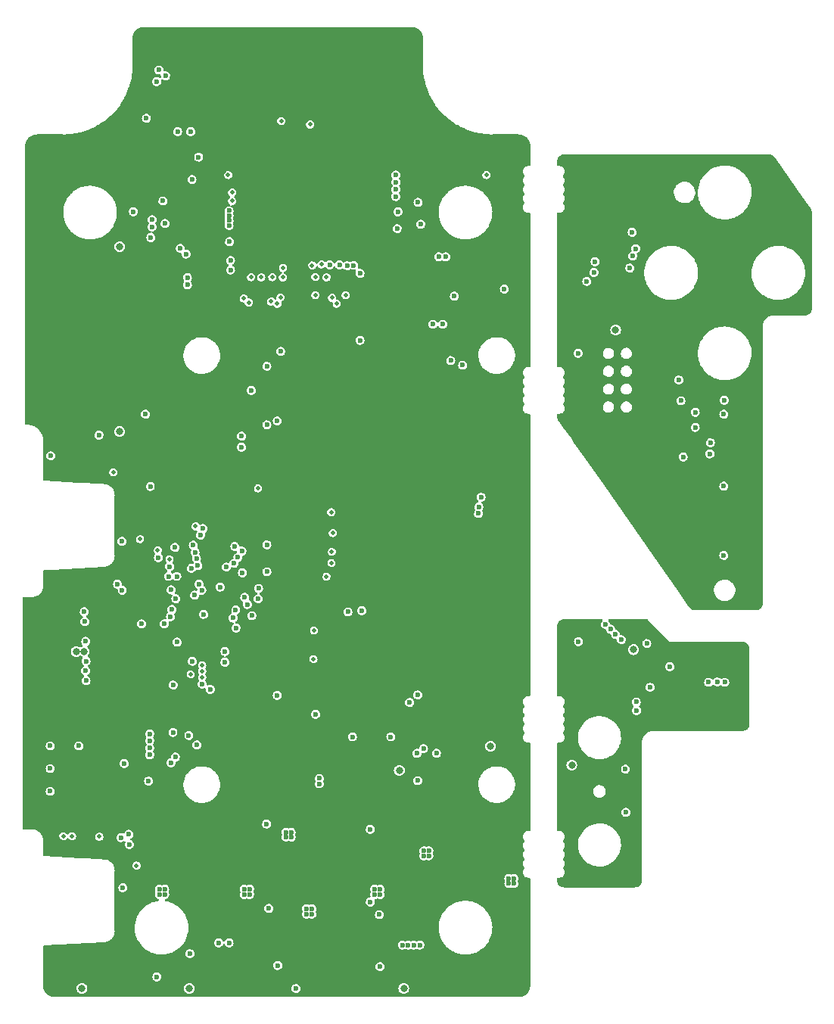
<source format=gbr>
%TF.GenerationSoftware,KiCad,Pcbnew,5.99.0-1.20210520gite8102d8.fc33*%
%TF.CreationDate,2021-05-24T11:11:44+01:00*%
%TF.ProjectId,bugg-panel-r3,62756767-2d70-4616-9e65-6c2d72332e6b,rev?*%
%TF.SameCoordinates,Original*%
%TF.FileFunction,Copper,L2,Inr*%
%TF.FilePolarity,Positive*%
%FSLAX46Y46*%
G04 Gerber Fmt 4.6, Leading zero omitted, Abs format (unit mm)*
G04 Created by KiCad (PCBNEW 5.99.0-1.20210520gite8102d8.fc33) date 2021-05-24 11:11:44*
%MOMM*%
%LPD*%
G01*
G04 APERTURE LIST*
%TA.AperFunction,ComponentPad*%
%ADD10O,0.950000X1.250000*%
%TD*%
%TA.AperFunction,ComponentPad*%
%ADD11O,1.550000X0.890000*%
%TD*%
%TA.AperFunction,ComponentPad*%
%ADD12C,0.500000*%
%TD*%
%TA.AperFunction,ViaPad*%
%ADD13C,0.600000*%
%TD*%
%TA.AperFunction,ViaPad*%
%ADD14C,0.800000*%
%TD*%
%TA.AperFunction,ViaPad*%
%ADD15C,0.500000*%
%TD*%
G04 APERTURE END LIST*
D10*
%TO.N,GND*%
%TO.C,J15*%
X24200000Y34700000D03*
X24200000Y29700000D03*
D11*
X26900000Y35700000D03*
X26900000Y28700000D03*
%TD*%
D12*
%TO.N,GND*%
%TO.C,U101*%
X37400000Y-12225000D03*
X36325000Y-11150000D03*
X36325000Y-12225000D03*
X36325000Y-10075000D03*
X37400000Y-11150000D03*
X38475000Y-10075000D03*
X38475000Y-12225000D03*
X38475000Y-11150000D03*
X37400000Y-10075000D03*
%TD*%
D13*
%TO.N,/SHDNZ*%
X-14200000Y37200000D03*
X-12100000Y400000D03*
%TO.N,/SCL*%
X-10900000Y36000000D03*
X-4050000Y13750000D03*
X-3700000Y-3050000D03*
X-13300000Y55950000D03*
%TO.N,/SDA*%
X-25400000Y12800000D03*
X-12550000Y55300000D03*
X-3400000Y-3850000D03*
X-14800000Y17450002D03*
X-10250000Y35350000D03*
X-4050000Y15000000D03*
%TO.N,/FSYNC*%
X-8650000Y3914088D03*
X48200000Y-12550000D03*
X-12615006Y38775010D03*
X36663564Y-6075291D03*
%TO.N,/BCLK*%
X37252932Y-6616275D03*
X-14050000Y38400000D03*
X49158051Y-12508051D03*
X-8947620Y500714D03*
%TO.N,/SDOUT*%
X-11500000Y2550000D03*
X50000000Y-12550000D03*
X-14050000Y39200000D03*
X37800000Y-7200000D03*
%TO.N,GND*%
X2550000Y57700000D03*
X-2550000Y56700000D03*
X2150000Y46250000D03*
X-18721304Y-1163782D03*
X-6450000Y-950000D03*
X51300000Y-13000000D03*
X1250000Y57700000D03*
X22700000Y-7100000D03*
X350000Y40300000D03*
X12286000Y-34117200D03*
X9500000Y38900000D03*
X-5750000Y-33810000D03*
X13450000Y45150000D03*
X13550000Y30750000D03*
X5800000Y46250000D03*
X-27800000Y29400000D03*
X22700000Y-4700000D03*
X9500000Y40350000D03*
X-13850000Y-1000000D03*
X18900000Y22700000D03*
X-5075000Y-10700000D03*
X27250000Y100000D03*
X-24485600Y-914400D03*
X-2225000Y7925000D03*
X27250000Y-1100000D03*
X-10400000Y16150000D03*
X27250000Y6100000D03*
X4050000Y38900000D03*
X15800000Y51350000D03*
X12300000Y60350000D03*
X22700000Y3700000D03*
X6500000Y-43722694D03*
X27600000Y-20800000D03*
X-13900000Y28800000D03*
X6850000Y5315500D03*
X2925000Y-24600000D03*
D14*
X36100000Y36775000D03*
D13*
X7450000Y-36699998D03*
X-6400000Y18200000D03*
X4650000Y-30786400D03*
X-101600Y14300000D03*
X34000000Y-11800000D03*
X1250000Y60350000D03*
X35350000Y-8700010D03*
X-9700000Y41700000D03*
X-3900000Y49600000D03*
X32000000Y-6200000D03*
X-1531600Y-34269600D03*
X-17850000Y-37200000D03*
X-27800000Y20200000D03*
X8410800Y-30786400D03*
X-101600Y10900000D03*
X-14100000Y46550000D03*
X27250000Y1300000D03*
X3025000Y-22850000D03*
X11200000Y46300000D03*
X39550000Y-13300000D03*
X-13900000Y26100000D03*
X-10500000Y21100000D03*
X15850000Y35500000D03*
X-4375010Y-16873471D03*
X34650000Y-14200000D03*
X2425000Y-20525000D03*
X-7400000Y60400000D03*
X18900000Y21050000D03*
X-13900000Y23700000D03*
X-13625010Y21100000D03*
X12794000Y-33558400D03*
X-3090400Y-30786400D03*
X9975000Y-43475000D03*
X0Y54300000D03*
X-6650000Y-40750000D03*
X-2400000Y50700000D03*
X-10400000Y8900000D03*
X-24993600Y-914400D03*
X-11300000Y6100000D03*
X-7150000Y-36175000D03*
X-12600000Y-25350000D03*
X0Y53350000D03*
X11450000Y-24000000D03*
X-15000000Y6425000D03*
X-6550000Y7300000D03*
X4050000Y20600000D03*
X12325000Y-30775000D03*
X18300000Y37400000D03*
X11250000Y-32858800D03*
X7650000Y40350000D03*
X-9700000Y40300000D03*
X-14200000Y1450000D03*
X19175000Y36725000D03*
X-101600Y23050000D03*
X-13047200Y-30786400D03*
X18900000Y17200000D03*
X2550000Y59100000D03*
X-4000000Y59000000D03*
X16900000Y25550000D03*
X-4000000Y54300000D03*
X-2775010Y-15273471D03*
X22700000Y1300000D03*
X-6200000Y-11900000D03*
X-16725000Y8075000D03*
X19100000Y-44700000D03*
X27250000Y-5900000D03*
X18550000Y-37300000D03*
X4050000Y17600000D03*
X-4950000Y49600000D03*
X-8250000Y-14050000D03*
X3050000Y-9400000D03*
X-10050000Y33950000D03*
X6800000Y49800000D03*
X1250000Y59100000D03*
X-1450000Y43250000D03*
X27250000Y-10700000D03*
X18400000Y50200000D03*
X-20200000Y10400000D03*
X9450000Y46300000D03*
X10650000Y53600000D03*
X-4000000Y56400000D03*
X-13900000Y33020000D03*
X15900000Y34000000D03*
X-13650000Y52150000D03*
X50700000Y-13000000D03*
X-11300000Y1150000D03*
X-14173200Y-7416800D03*
X-16925010Y-1000000D03*
X11225000Y-30775000D03*
X11150000Y38900000D03*
X7450000Y-36175000D03*
X26900000Y20600000D03*
X-16750000Y6300000D03*
X14090000Y-44140000D03*
X-9550000Y-5550000D03*
D14*
X41075000Y17075000D03*
D13*
X-7150000Y-37225000D03*
X9200000Y-27100000D03*
X-23400000Y48200000D03*
X6030000Y-34460000D03*
X100000Y-4600000D03*
X10650000Y59200000D03*
X26700000Y-16200000D03*
X15800000Y53800000D03*
X20800000Y9450000D03*
X-19200000Y-42000000D03*
X-13500000Y11200000D03*
X-25800000Y10800000D03*
X18900000Y11750000D03*
X-101600Y20600000D03*
X22700000Y-8300000D03*
X3475000Y-19650000D03*
X3850000Y8900000D03*
X6226400Y-30786400D03*
X19400000Y7750000D03*
X-14364368Y2544825D03*
X-6500000Y3300000D03*
X-5250000Y48650000D03*
X-9600000Y-6700000D03*
X27250000Y-9500000D03*
X-11200000Y60400000D03*
X-8450000Y-34450000D03*
X-11300000Y4900000D03*
X7650000Y44750000D03*
X27400000Y45900000D03*
X15900000Y33300000D03*
X5850000Y38850000D03*
X16900000Y19100000D03*
X11250000Y-32300000D03*
X5800000Y37400000D03*
X-2565400Y-4241800D03*
X27250000Y4900000D03*
X-6189200Y-30786400D03*
X0Y52650000D03*
X19925000Y31950000D03*
X-7250000Y52850000D03*
X18900000Y13600000D03*
X22050000Y-45900000D03*
X-9724500Y3500000D03*
X8730000Y-33820000D03*
X7350000Y-30786400D03*
X-18150000Y-3850000D03*
X-11950000Y-25350000D03*
X6030000Y-33820000D03*
X-1350000Y-7450000D03*
X0Y6400000D03*
X9500000Y37400000D03*
X18900000Y19150000D03*
X-13250000Y3000000D03*
X15800000Y52100000D03*
X184247Y8814500D03*
X10650000Y56600000D03*
X-4000000Y5800000D03*
X1250000Y55400000D03*
X22700000Y-3500000D03*
X16900000Y13550000D03*
X-7250000Y-30786400D03*
X27600000Y16000000D03*
X1189133Y-43848333D03*
X-3025500Y-9400000D03*
X-1531600Y-32034400D03*
X-550000Y-31800000D03*
X4000000Y46250000D03*
X14650000Y45850000D03*
X15600000Y32350000D03*
X9450000Y43300000D03*
X-1450000Y38850000D03*
X-14350000Y3400000D03*
D14*
X41350000Y-9150000D03*
D13*
X-1450000Y41800000D03*
X-7650000Y30750000D03*
X-6650000Y-40250000D03*
X-7150000Y-36699998D03*
X-18400000Y-32400000D03*
D15*
X6000000Y3050000D03*
D13*
X13400000Y33900000D03*
X4050000Y43250000D03*
X-27800000Y23400000D03*
X-6500000Y52850000D03*
X-3200000Y44750000D03*
X350000Y38850000D03*
X-13625010Y6400000D03*
X27250000Y-3500000D03*
X22450000Y5500000D03*
X39450000Y-24250000D03*
X18900000Y15200000D03*
X-13550000Y9050000D03*
X5850000Y44750000D03*
X43673746Y-13294056D03*
X-20100000Y17100000D03*
X2550000Y60350000D03*
X-11150000Y-19400000D03*
X15700000Y57200000D03*
X-9700000Y41000000D03*
X-2000000Y49650000D03*
X7650000Y37400000D03*
X39450000Y-25350000D03*
X-8350000Y16150000D03*
X27700000Y-35500000D03*
X17450000Y-44500000D03*
X-5173200Y-30786400D03*
X-6500000Y-7100000D03*
X0Y1300000D03*
X2200000Y43250000D03*
X19450000Y10800000D03*
X10650000Y55150000D03*
X7250000Y51750000D03*
X-20750000Y-750000D03*
X11250000Y43250000D03*
X4000000Y44750000D03*
X12794000Y-32999600D03*
X7450000Y-37225000D03*
X31900000Y-27800000D03*
X11150000Y40400000D03*
X-10400000Y11300000D03*
X-1800000Y-44000000D03*
X-14750000Y-3874990D03*
X19700000Y-24025000D03*
X27250000Y-11900000D03*
X15800000Y37500000D03*
X2100000Y-41000000D03*
X11800000Y49750000D03*
X22700000Y2500000D03*
X10650000Y57900000D03*
X2100000Y-40500000D03*
X-7550000Y-39100000D03*
X-8450000Y-33810000D03*
X16950000Y37400000D03*
X-4600000Y33000000D03*
X-7550000Y-39600000D03*
X9200000Y-26400000D03*
X-9389600Y-30786400D03*
D14*
X33800000Y28950000D03*
D13*
X27250000Y-2300000D03*
X22700000Y-9500000D03*
X11800000Y-25300000D03*
X18100000Y9150000D03*
X-13047200Y-33936000D03*
X-8373600Y-30786400D03*
X4050000Y14300000D03*
X16850000Y10450000D03*
X7650000Y38850000D03*
X-27800000Y32400000D03*
X350000Y44750000D03*
X16900000Y21000000D03*
X-6500000Y-5874500D03*
X4050000Y23050000D03*
X31950000Y-13800000D03*
X0Y56750000D03*
X400000Y41800000D03*
X-1531600Y-33710800D03*
X22550000Y4700000D03*
X-1531600Y-33152000D03*
X-27800000Y17000000D03*
X3904000Y-43718400D03*
X-250000Y50700000D03*
X9450000Y44750000D03*
X13400000Y33250000D03*
X27600000Y37200000D03*
X27250000Y3700000D03*
X-4000000Y60300000D03*
X-6086561Y-2575500D03*
X-11300000Y7300000D03*
X27250000Y-4700000D03*
X-10400000Y18200000D03*
X16900000Y24350000D03*
X20000000Y35850000D03*
X-6100000Y1000000D03*
X-6650000Y4900000D03*
X22700000Y-5900000D03*
X-6150000Y-40750000D03*
X-13047200Y-31751600D03*
X4250000Y-7900000D03*
D14*
X40475000Y37025000D03*
D13*
X10500000Y-22950000D03*
X8170000Y-40110000D03*
X-4000000Y53350000D03*
X19998008Y-21098008D03*
X21600000Y-14050000D03*
X-19400000Y49600000D03*
X16900000Y22700000D03*
X-6150000Y-40250000D03*
D14*
X33800000Y28150000D03*
D13*
X3229200Y-32600000D03*
X12286000Y-33558400D03*
X-25800000Y13800000D03*
X-15000000Y7950000D03*
X-5400000Y35700000D03*
X-5750000Y16300000D03*
X4050000Y10900000D03*
X-4106400Y-30786400D03*
X2100000Y-39992064D03*
X12450000Y49750000D03*
X-25700000Y-45650000D03*
X25400000Y47800000D03*
X-15400000Y-3900000D03*
X18350000Y-26320000D03*
X-13900000Y31200000D03*
X-1100000Y-13950000D03*
X4574500Y-4375000D03*
X2550000Y56100000D03*
X27600000Y11000000D03*
X8000000Y51750000D03*
X20500000Y6650000D03*
X31800000Y-20750000D03*
X13550000Y30100000D03*
X27250000Y-8300000D03*
X-2150000Y-34269600D03*
X-5750000Y-34450000D03*
X5850000Y43300000D03*
X-8300000Y6100000D03*
X-2150000Y-33710800D03*
X31650000Y-8750000D03*
X-8350000Y18200000D03*
X-197321Y-1674500D03*
X7130000Y-40100000D03*
X40400000Y-11100000D03*
X4675000Y-24650000D03*
X27700000Y39300000D03*
X-6500000Y-4650000D03*
X9426800Y-30786400D03*
X21800000Y8450000D03*
X7650000Y43300000D03*
X12794000Y-34117200D03*
X-15400000Y60000000D03*
X10650000Y60350000D03*
X13450000Y46600000D03*
X2200000Y44750000D03*
X11250000Y44750000D03*
X4050000Y24700000D03*
X7650000Y46250000D03*
X17000000Y35500000D03*
X-10400000Y13600000D03*
X27250000Y-7100000D03*
X2100000Y-39450000D03*
X7650000Y-40100000D03*
X22700000Y-10700000D03*
X-14681200Y-7416800D03*
X16900000Y15150000D03*
X-10150000Y29006800D03*
X22700000Y-11900000D03*
X22000000Y-14500000D03*
X8730000Y-34460000D03*
X-9400000Y-600000D03*
X27250000Y2500000D03*
X22700000Y100000D03*
X-4000000Y57550000D03*
X-1531600Y-32593200D03*
X-10150000Y30150000D03*
X26400000Y-47200000D03*
X11450000Y-24650000D03*
X-1450000Y40300000D03*
X-7000000Y-39100000D03*
X-4000000Y55250000D03*
X-27800000Y26400000D03*
X5850000Y40300000D03*
X16900000Y17150000D03*
X4050000Y37400000D03*
X-13047200Y-32818400D03*
X-23200000Y-400000D03*
X-7000000Y-39600000D03*
%TO.N,+3V3*%
X-5900000Y-9100000D03*
D14*
X13600000Y-22400000D03*
X-9900000Y-46800000D03*
D13*
X41650000Y-13100000D03*
X2050000Y-46800000D03*
D14*
X39800000Y-8900000D03*
X14100000Y-46800000D03*
D13*
X-13550000Y54650000D03*
D14*
X-21650000Y-9100000D03*
D13*
X39650000Y37800000D03*
D14*
X37800000Y26850000D03*
D13*
X-8850000Y46200000D03*
X-50000Y-14000000D03*
D14*
X-21900000Y-46800000D03*
D13*
X15570000Y-20500000D03*
D14*
X23798008Y-19698008D03*
X-22550000Y-9100000D03*
D13*
X43850000Y-10800000D03*
X-1219200Y22800000D03*
X-1219200Y-180800D03*
D14*
X32900000Y-21800000D03*
D13*
X-1219200Y2819200D03*
X33650000Y-8000000D03*
X-1219200Y16250000D03*
%TO.N,/Power and input connector/Vin*%
X15200000Y-41950000D03*
X13950000Y-41950000D03*
X4650000Y-23300000D03*
X15900000Y-41950000D03*
X4650000Y-23900000D03*
X14600000Y-41950000D03*
%TO.N,/Modem/UIM_SIM_DET*%
X-5400000Y36750000D03*
X-2950000Y20100000D03*
%TO.N,/Modem/UIM_VCC*%
X-11447350Y-20920750D03*
X-25450800Y-24739600D03*
X-14325600Y-20675600D03*
X13206594Y41793406D03*
X-14450000Y-23600000D03*
%TO.N,/USB-UART bridge/CP2102_VDD*%
X12650000Y-18650000D03*
X16310000Y-19960000D03*
%TO.N,/Modem/UIM_RESET_N*%
X-25450800Y-22199600D03*
X-14325600Y-19913600D03*
X-9950000Y-18500000D03*
X13200000Y44200000D03*
%TO.N,Net-(D3-Pad1)*%
X7850000Y-4675000D03*
X-10000Y-44230000D03*
%TO.N,/Modem/UIM_CLK_R*%
X-14325600Y-19100800D03*
X-25450800Y-19659600D03*
%TO.N,/Power and input connector/IN_VIN*%
X16900000Y-31400000D03*
X25850000Y-34500000D03*
X26400000Y-35050000D03*
X16350000Y-31950000D03*
X26400000Y-34500000D03*
X25850000Y-35050000D03*
X16900000Y-31950000D03*
X16350000Y-31400000D03*
%TO.N,/Power and input connector/VIN_DCDC_3V7*%
X10850000Y-35700000D03*
X3209600Y-37886400D03*
X3809600Y-38486400D03*
X3209600Y-38486400D03*
X11450000Y-35700000D03*
X10850000Y-36300000D03*
X3809600Y-37886400D03*
X11450000Y-36300000D03*
%TO.N,/SD_DAT2*%
X-12000000Y-5200000D03*
X-8350000Y4650000D03*
X-21450000Y-12350000D03*
%TO.N,/SD_DAT3*%
X-21500000Y-11250000D03*
X-11840000Y-4390000D03*
X-8500342Y-2249658D03*
%TO.N,/SD_CMD*%
X-11400000Y-3200000D03*
X-21450000Y-10200000D03*
%TO.N,/SD_CLK*%
X-8800000Y-1574800D03*
X-21480000Y-7970000D03*
X-11922998Y-2210328D03*
%TO.N,/SD_DAT0*%
X-12200000Y-700000D03*
X-21600000Y-5750000D03*
X-17925010Y-1553728D03*
%TO.N,/SD_DAT1*%
X-11300000Y-700000D03*
X-17400000Y-2250000D03*
X-21650000Y-4650000D03*
%TO.N,/SD_nDET*%
X-12700000Y-6000000D03*
X-6450000Y-1900000D03*
%TO.N,VBUS*%
X17760000Y-20480000D03*
X15650000Y-23550000D03*
%TO.N,/USB-OTG flashing interface/OTG_USB_DP*%
X25350000Y31450000D03*
X19750000Y30650000D03*
%TO.N,/USB_DN*%
X22500290Y7054808D03*
X18450000Y27500000D03*
%TO.N,/USB_DP*%
X17350000Y27500000D03*
X22456659Y6331621D03*
%TO.N,/USB_OTG_ID*%
X22750000Y8150000D03*
X19350000Y23450000D03*
%TO.N,/Power and input connector/VIN_DCDC_5*%
X-3150000Y-36300000D03*
X-3150000Y-35700000D03*
X-13250000Y-36300000D03*
X-3750000Y-36300000D03*
X-12650000Y-36300000D03*
X-3750000Y-35700000D03*
X-13250000Y-35700000D03*
X-12650000Y-35700000D03*
D15*
%TO.N,Net-(J1-Pad1)*%
X-3800000Y30400000D03*
X-2997200Y32766000D03*
D13*
%TO.N,/RXD*%
X-4700000Y-4450000D03*
X-9300000Y-2800000D03*
%TO.N,/TXD*%
X-5000000Y-5350000D03*
X14750000Y-14800000D03*
X15650000Y-13950000D03*
X-8300000Y-4950000D03*
%TO.N,/nPWR_LED*%
X-12850000Y41300000D03*
X-16150000Y40100000D03*
X-17325000Y-35525000D03*
%TO.N,/LED driver\u002C LED board connections/LED1_R*%
X-9725500Y49050000D03*
X-14700000Y50550000D03*
X-9600000Y43700000D03*
X-11200000Y49050000D03*
%TO.N,+5V*%
X-11250000Y-8050000D03*
X49900000Y9400000D03*
D14*
X-17700000Y15500000D03*
X-17675010Y36200000D03*
D13*
X49900000Y1650000D03*
X-17425000Y3225000D03*
X49900000Y17450000D03*
X33600000Y24250000D03*
X-1000000Y-37850000D03*
X-1250000Y-28400000D03*
%TO.N,Net-(D7-Pad1)*%
X11440000Y-44350000D03*
X9400000Y-4525000D03*
%TO.N,/POWER_ON_N*%
X-5768131Y355976D03*
X-2900000Y-5100000D03*
%TO.N,/RESET_IN_N*%
X-4900000Y775000D03*
X-2200000Y-3200000D03*
%TO.N,/BOOT_MODE*%
X-2150000Y-2050000D03*
X-3950000Y-300000D03*
%TO.N,/SAFE_PWR_REMOVE*%
X-9098196Y1291580D03*
X-4450000Y1450000D03*
%TO.N,/WAKE_ON_WWAN*%
X-4000000Y2125000D03*
X-9250000Y2000000D03*
%TO.N,/TX_ON*%
X-4800000Y2650000D03*
X-9449620Y2799824D03*
D15*
%TO.N,/Modem/1V8_TX_ON*%
X-5100000Y41300000D03*
X5990000Y6480000D03*
%TO.N,/Modem/1V8_WAKE_ON_WWAN*%
X23350000Y44200000D03*
X6150000Y4150000D03*
%TO.N,/Modem/1V8_SAFE_PWR_REMOVE*%
X-5550000Y44200000D03*
X6050000Y2050000D03*
D13*
%TO.N,Net-(D6-Pad2)*%
X-17170400Y-21640800D03*
X-11950000Y-21550000D03*
X-16650000Y-29550000D03*
X-50000Y16700000D03*
D15*
%TO.N,/Modem/1V8_WAKE*%
X6000000Y800000D03*
X4208507Y32800000D03*
%TO.N,/Modem/1V8_BOOT_MODE*%
X400000Y50250000D03*
X5450000Y-750000D03*
%TO.N,/Modem/1V8_RESET_IN_N*%
X4050000Y-6750000D03*
X4900000Y34200000D03*
%TO.N,/Modem/1V8_POWER_ON_N*%
X4000000Y-9950000D03*
X3600000Y49850000D03*
X-5100000Y42250000D03*
D13*
%TO.N,/MODEM_USB_DN*%
X5800000Y34150000D03*
X18800000Y35050000D03*
%TO.N,/MODEM_USB_DP*%
X6900000Y34150000D03*
X18000000Y35050000D03*
D15*
%TO.N,Net-(J9-Pad1)*%
X7600000Y30750000D03*
D13*
X7750000Y34050000D03*
%TO.N,Net-(J8-Pad1)*%
X8500000Y34094998D03*
D15*
X6600000Y29800000D03*
%TO.N,Net-(J7-Pad1)*%
X5450000Y32750000D03*
X6062510Y30465483D03*
%TO.N,Net-(J6-Pad1)*%
X3850000Y34100000D03*
X4200000Y30750000D03*
%TO.N,Net-(J5-Pad1)*%
X600001Y33810538D03*
X300000Y30500000D03*
%TO.N,Net-(J4-Pad1)*%
X-50000Y29800000D03*
X562490Y32750000D03*
%TO.N,Net-(J3-Pad1)*%
X-750000Y30050000D03*
X-609600Y32766000D03*
%TO.N,Net-(J2-Pad1)*%
X-3250000Y29950000D03*
X-1850000Y32750000D03*
D13*
%TO.N,+3V7*%
X9200000Y25700000D03*
X9200000Y33200000D03*
X-5450000Y-41700000D03*
X10350000Y-29000000D03*
X1500000Y-29340000D03*
X11370000Y-38540000D03*
X920000Y-29340000D03*
X325000Y24475000D03*
X920000Y-29870000D03*
X-5450000Y39100000D03*
X1500000Y-29870000D03*
X-5450000Y40200000D03*
X-5450000Y38550000D03*
X-5450000Y39650000D03*
%TO.N,/Modem/UIM_CLK*%
X13200000Y42600000D03*
X-9050000Y-19550000D03*
%TO.N,/GLOBAL_EN_o*%
X-14250000Y9350000D03*
X-11700000Y-12850000D03*
X-20000000Y15100000D03*
X-15250000Y-6000000D03*
%TO.N,/nRPIBOOT*%
X-7550000Y-13350000D03*
X4225000Y-16125000D03*
X-9550000Y-10200000D03*
X20681118Y22932069D03*
%TO.N,/3V7_EN*%
X8350000Y-18650000D03*
X-9650000Y200000D03*
X10350000Y-37130000D03*
X-4675000Y-6475000D03*
%TO.N,Net-(D1-Pad1)*%
X-13525000Y-45500000D03*
X-9825000Y-42900000D03*
%TO.N,Net-(T10-Pad1)*%
X13360400Y38201600D03*
X16000000Y38700000D03*
%TO.N,Net-(T11-Pad1)*%
X15697200Y41148000D03*
X13462000Y40081200D03*
D15*
%TO.N,/nPWR_LED_BUF*%
X-9750000Y-11650000D03*
X-15800000Y-33050000D03*
D13*
%TO.N,Net-(T8-Pad1)*%
X-10109200Y32715200D03*
X-5283200Y34645600D03*
%TO.N,Net-(T9-Pad1)*%
X-10109200Y31902400D03*
X-5283200Y33578800D03*
%TO.N,Net-(Module1-Pad21)*%
X-6600000Y-41700000D03*
X-13350000Y1400000D03*
D15*
%TO.N,Net-(Module1-Pad35)*%
X-13425000Y2225000D03*
X-12100000Y1200000D03*
%TO.N,Net-(Module1-Pad36)*%
X-9200000Y4900000D03*
X-15400000Y3475000D03*
%TO.N,Net-(Module1-Pad92)*%
X-8450000Y-10650000D03*
X-23977600Y-29768800D03*
%TO.N,Net-(Module1-Pad94)*%
X-8450000Y-11300000D03*
X-23012400Y-29768800D03*
%TO.N,Net-(Module1-Pad96)*%
X-8450000Y-12000000D03*
X-19964400Y-29819600D03*
D13*
%TO.N,Net-(Module1-Pad100)*%
X-17526000Y-29921200D03*
X-8450000Y-12750000D03*
D15*
%TO.N,/+1V8*%
X-18400000Y10950000D03*
D13*
X-5900000Y-10300000D03*
D15*
X-2200000Y9150000D03*
D13*
%TO.N,/Modem/UIM_DATA*%
X-22250400Y-19659600D03*
X13225435Y43412246D03*
X-16600000Y-30700000D03*
X-14325600Y-18338800D03*
X-11725000Y-18150000D03*
%TO.N,Net-(LED201-Pad4)*%
X49950000Y19000000D03*
X46700000Y15950000D03*
%TO.N,/LED1_B*%
X44874990Y21275602D03*
X39400000Y33800000D03*
%TO.N,/LED1_G*%
X39700000Y35150000D03*
X45100000Y18950000D03*
%TO.N,/LED1_R*%
X46700000Y17650000D03*
X40050000Y35950000D03*
%TO.N,/LED2_B*%
X45350000Y12650000D03*
X34574990Y32300000D03*
%TO.N,/LED2_G*%
X48350000Y13000000D03*
X35374990Y33300000D03*
%TO.N,/LED2_R*%
X48400000Y14250000D03*
X35500000Y34500000D03*
%TO.N,Net-(R101-Pad2)*%
X38950000Y-27100000D03*
X40150000Y-15700000D03*
%TO.N,Net-(R102-Pad2)*%
X40100000Y-14750000D03*
X38900000Y-22250000D03*
%TO.N,Net-(TP101-Pad1)*%
X41283051Y-8216949D03*
X38425373Y-7775373D03*
%TD*%
%TA.AperFunction,Conductor*%
%TO.N,GND*%
G36*
X14962818Y60747116D02*
G01*
X14970256Y60745496D01*
X14976443Y60745384D01*
X14976444Y60745384D01*
X15012929Y60744724D01*
X15066625Y60743753D01*
X15074219Y60743386D01*
X15109683Y60740596D01*
X15119504Y60739433D01*
X15269350Y60715700D01*
X15279049Y60713771D01*
X15302411Y60708162D01*
X15311926Y60705478D01*
X15456193Y60658603D01*
X15465475Y60655179D01*
X15487693Y60645976D01*
X15496677Y60641834D01*
X15631810Y60572981D01*
X15640444Y60568146D01*
X15660969Y60555568D01*
X15669182Y60550081D01*
X15791896Y60460923D01*
X15799662Y60454801D01*
X15817954Y60439178D01*
X15825209Y60432471D01*
X15932462Y60325219D01*
X15939178Y60317954D01*
X15954806Y60299656D01*
X15960932Y60291885D01*
X16050079Y60169183D01*
X16055574Y60160959D01*
X16068136Y60140460D01*
X16072971Y60131827D01*
X16141837Y59996669D01*
X16145976Y59987691D01*
X16151419Y59974553D01*
X16155179Y59965475D01*
X16158599Y59956207D01*
X16171835Y59915470D01*
X16205478Y59811926D01*
X16208164Y59802404D01*
X16213770Y59779053D01*
X16215700Y59769350D01*
X16239433Y59619504D01*
X16240596Y59609679D01*
X16243386Y59574229D01*
X16243753Y59566625D01*
X16245496Y59470256D01*
X16247116Y59462818D01*
X16250000Y59436015D01*
X16250000Y56562219D01*
X16247784Y56538690D01*
X16244795Y56522965D01*
X16245786Y56406647D01*
X16247080Y56254618D01*
X16247040Y56250169D01*
X16246908Y56245243D01*
X16246136Y56239099D01*
X16246963Y56227531D01*
X16247075Y56225970D01*
X16247391Y56218060D01*
X16247503Y56204911D01*
X16248761Y56198856D01*
X16249286Y56193953D01*
X16249681Y56189529D01*
X16256877Y56088925D01*
X16282886Y55725287D01*
X16284434Y55703638D01*
X16284475Y55698970D01*
X16284559Y55698974D01*
X16284836Y55692782D01*
X16284505Y55686610D01*
X16286030Y55676003D01*
X16286145Y55675204D01*
X16287107Y55666259D01*
X16287930Y55654754D01*
X16289569Y55648780D01*
X16290613Y55642685D01*
X16290528Y55642671D01*
X16291478Y55638105D01*
X16360904Y55155241D01*
X16361278Y55150593D01*
X16361363Y55150603D01*
X16362079Y55144459D01*
X16362190Y55138265D01*
X16364641Y55127000D01*
X16366239Y55118145D01*
X16367879Y55106736D01*
X16369937Y55100901D01*
X16371414Y55094891D01*
X16371332Y55094871D01*
X16372605Y55090386D01*
X16476300Y54613713D01*
X16477006Y54609097D01*
X16477089Y54609113D01*
X16478243Y54603026D01*
X16478795Y54596860D01*
X16480538Y54590926D01*
X16480540Y54590918D01*
X16482044Y54585796D01*
X16484270Y54577076D01*
X16486719Y54565817D01*
X16489189Y54560141D01*
X16491091Y54554252D01*
X16491010Y54554226D01*
X16492598Y54549849D01*
X16609759Y54150838D01*
X16630038Y54081774D01*
X16631071Y54077220D01*
X16631153Y54077242D01*
X16632738Y54071257D01*
X16633727Y54065153D01*
X16635887Y54059360D01*
X16635888Y54059358D01*
X16637759Y54054342D01*
X16640593Y54045826D01*
X16643845Y54034753D01*
X16646715Y54029266D01*
X16649031Y54023531D01*
X16648952Y54023499D01*
X16650850Y54019244D01*
X16821332Y53562165D01*
X16822684Y53557709D01*
X16822764Y53557736D01*
X16824774Y53551873D01*
X16826196Y53545853D01*
X16830989Y53535358D01*
X16834418Y53527079D01*
X16838456Y53516253D01*
X16841707Y53510990D01*
X16844430Y53505427D01*
X16844354Y53505390D01*
X16846555Y53501273D01*
X17049205Y53057529D01*
X17050873Y53053177D01*
X17050950Y53053210D01*
X17053372Y53047508D01*
X17055220Y53041606D01*
X17058184Y53036178D01*
X17058186Y53036173D01*
X17060746Y53031485D01*
X17064768Y53023452D01*
X17069561Y53012956D01*
X17073185Y53007931D01*
X17076294Y53002582D01*
X17076220Y53002539D01*
X17078703Y52998600D01*
X17186111Y52801897D01*
X17312497Y52570437D01*
X17314474Y52566210D01*
X17314549Y52566248D01*
X17317367Y52560741D01*
X17319633Y52554982D01*
X17322976Y52549780D01*
X17322978Y52549776D01*
X17325871Y52545275D01*
X17330459Y52537543D01*
X17335982Y52527428D01*
X17339953Y52522677D01*
X17343437Y52517562D01*
X17343366Y52517514D01*
X17346125Y52513761D01*
X17440650Y52366676D01*
X17609868Y52103367D01*
X17612141Y52099292D01*
X17612213Y52099336D01*
X17615419Y52094040D01*
X17618089Y52088461D01*
X17625005Y52079222D01*
X17630120Y52071855D01*
X17636361Y52062144D01*
X17640665Y52057684D01*
X17644504Y52052832D01*
X17644437Y52052779D01*
X17647461Y52049225D01*
X17939799Y51658707D01*
X17942359Y51654801D01*
X17942428Y51654850D01*
X17946002Y51649799D01*
X17949064Y51644422D01*
X17953115Y51639747D01*
X17953119Y51639741D01*
X17956617Y51635704D01*
X17962259Y51628704D01*
X17965458Y51624430D01*
X17965461Y51624426D01*
X17969168Y51619475D01*
X17973773Y51615339D01*
X17977951Y51610771D01*
X17977887Y51610713D01*
X17981156Y51607386D01*
X18300606Y51238721D01*
X18303437Y51235009D01*
X18303503Y51235063D01*
X18307432Y51230275D01*
X18310874Y51225124D01*
X18319027Y51216971D01*
X18325156Y51210389D01*
X18332706Y51201676D01*
X18337595Y51197878D01*
X18342086Y51193621D01*
X18342027Y51193559D01*
X18345524Y51190474D01*
X18690470Y50845528D01*
X18693559Y50842027D01*
X18693621Y50842085D01*
X18697879Y50837593D01*
X18701675Y50832706D01*
X18706350Y50828655D01*
X18706352Y50828653D01*
X18710395Y50825150D01*
X18716971Y50819027D01*
X18725124Y50810874D01*
X18730273Y50807433D01*
X18735056Y50803508D01*
X18735002Y50803442D01*
X18738705Y50800619D01*
X19107394Y50481149D01*
X19110718Y50477883D01*
X19110775Y50477945D01*
X19115343Y50473768D01*
X19119475Y50469168D01*
X19124423Y50465464D01*
X19124424Y50465463D01*
X19128712Y50462253D01*
X19135706Y50456617D01*
X19144422Y50449065D01*
X19149804Y50446000D01*
X19154851Y50442429D01*
X19154802Y50442359D01*
X19158702Y50439803D01*
X19181194Y50422966D01*
X19549234Y50147455D01*
X19552780Y50144437D01*
X19552833Y50144504D01*
X19557686Y50140664D01*
X19562144Y50136362D01*
X19571844Y50130128D01*
X19579222Y50125005D01*
X19579228Y50125001D01*
X19588461Y50118089D01*
X19594045Y50115418D01*
X19599340Y50112212D01*
X19599296Y50112140D01*
X19603373Y50109866D01*
X20013758Y49846126D01*
X20017514Y49843367D01*
X20017562Y49843437D01*
X20022677Y49839953D01*
X20027428Y49835982D01*
X20037543Y49830459D01*
X20045275Y49825871D01*
X20049776Y49822978D01*
X20049780Y49822976D01*
X20054982Y49819633D01*
X20060741Y49817367D01*
X20066248Y49814549D01*
X20066210Y49814474D01*
X20070437Y49812497D01*
X20135823Y49776794D01*
X20498600Y49578703D01*
X20502539Y49576220D01*
X20502582Y49576294D01*
X20507931Y49573185D01*
X20512956Y49569561D01*
X20523449Y49564769D01*
X20531485Y49560746D01*
X20536173Y49558186D01*
X20536178Y49558184D01*
X20541606Y49555220D01*
X20547508Y49553372D01*
X20553210Y49550950D01*
X20553177Y49550873D01*
X20557528Y49549205D01*
X21001286Y49346548D01*
X21005393Y49344352D01*
X21005430Y49344428D01*
X21010991Y49341706D01*
X21016253Y49338456D01*
X21022047Y49336295D01*
X21027063Y49334424D01*
X21035336Y49330998D01*
X21045853Y49326195D01*
X21051871Y49324773D01*
X21057733Y49322763D01*
X21057706Y49322684D01*
X21062168Y49321330D01*
X21519241Y49150851D01*
X21523499Y49148952D01*
X21523531Y49149031D01*
X21529266Y49146715D01*
X21534753Y49143845D01*
X21545826Y49140593D01*
X21554342Y49137759D01*
X21559358Y49135888D01*
X21559360Y49135887D01*
X21565153Y49133727D01*
X21571257Y49132738D01*
X21577242Y49131153D01*
X21577220Y49131071D01*
X21581774Y49130038D01*
X22049845Y48992600D01*
X22054220Y48991012D01*
X22054246Y48991092D01*
X22060145Y48989187D01*
X22065816Y48986719D01*
X22077081Y48984268D01*
X22085775Y48982050D01*
X22096860Y48978795D01*
X22103022Y48978244D01*
X22109110Y48977089D01*
X22109094Y48977006D01*
X22113712Y48976300D01*
X22590378Y48872607D01*
X22594868Y48871333D01*
X22594888Y48871416D01*
X22600890Y48869941D01*
X22606735Y48867879D01*
X22615628Y48866600D01*
X22618145Y48866238D01*
X22626978Y48864645D01*
X22638265Y48862190D01*
X22644453Y48862079D01*
X22650601Y48861363D01*
X22650591Y48861278D01*
X22655244Y48860904D01*
X22795845Y48840689D01*
X23138099Y48791479D01*
X23142667Y48790529D01*
X23142681Y48790612D01*
X23148784Y48789567D01*
X23154754Y48787930D01*
X23165908Y48787133D01*
X23166250Y48787108D01*
X23175193Y48786146D01*
X23180481Y48785386D01*
X23180483Y48785386D01*
X23186609Y48784505D01*
X23192784Y48784836D01*
X23198976Y48784559D01*
X23198972Y48784475D01*
X23203630Y48784434D01*
X23479836Y48764679D01*
X23689540Y48749680D01*
X23693964Y48749285D01*
X23698853Y48748762D01*
X23704911Y48747503D01*
X23711099Y48747450D01*
X23711101Y48747450D01*
X23715022Y48747417D01*
X23718061Y48747391D01*
X23725964Y48747075D01*
X23739100Y48746136D01*
X23745244Y48746908D01*
X23750170Y48747040D01*
X23754619Y48747080D01*
X23847430Y48746290D01*
X24022965Y48744795D01*
X24029041Y48745950D01*
X24029042Y48745950D01*
X24038690Y48747784D01*
X24062219Y48750000D01*
X26936015Y48750000D01*
X26962818Y48747116D01*
X26970256Y48745496D01*
X26976443Y48745384D01*
X26976444Y48745384D01*
X27009010Y48744795D01*
X27066625Y48743753D01*
X27074219Y48743386D01*
X27109683Y48740596D01*
X27119504Y48739433D01*
X27269350Y48715700D01*
X27279049Y48713771D01*
X27302411Y48708162D01*
X27311926Y48705478D01*
X27456193Y48658603D01*
X27465475Y48655179D01*
X27487693Y48645976D01*
X27496677Y48641834D01*
X27631810Y48572981D01*
X27640444Y48568146D01*
X27660969Y48555568D01*
X27669182Y48550081D01*
X27791896Y48460923D01*
X27799662Y48454801D01*
X27817954Y48439178D01*
X27825209Y48432471D01*
X27932462Y48325219D01*
X27939178Y48317954D01*
X27954806Y48299656D01*
X27960932Y48291885D01*
X28050079Y48169183D01*
X28055574Y48160959D01*
X28068136Y48140460D01*
X28072971Y48131827D01*
X28141837Y47996669D01*
X28145976Y47987691D01*
X28151419Y47974553D01*
X28155179Y47965475D01*
X28158599Y47956207D01*
X28171835Y47915470D01*
X28205478Y47811926D01*
X28208164Y47802404D01*
X28213770Y47779053D01*
X28215700Y47769350D01*
X28239433Y47619504D01*
X28240596Y47609679D01*
X28243386Y47574229D01*
X28243753Y47566625D01*
X28245496Y47470256D01*
X28247116Y47462818D01*
X28250000Y47436015D01*
X28250000Y45361768D01*
X28248042Y45339645D01*
X28244552Y45320082D01*
X28244675Y45313893D01*
X28244190Y45307721D01*
X28241429Y45307938D01*
X28225904Y45250949D01*
X28173172Y45203411D01*
X28102143Y45192053D01*
X28042066Y45199962D01*
X28042065Y45199962D01*
X28037979Y45200500D01*
X27962021Y45200500D01*
X27957935Y45199962D01*
X27957934Y45199962D01*
X27924468Y45195556D01*
X27843285Y45184868D01*
X27697250Y45124378D01*
X27571847Y45028153D01*
X27475622Y44902750D01*
X27415132Y44756715D01*
X27394500Y44600000D01*
X27395578Y44591812D01*
X27407415Y44501905D01*
X27415132Y44443285D01*
X27475622Y44297250D01*
X27510659Y44251589D01*
X27568120Y44176704D01*
X27593720Y44110484D01*
X27579455Y44040935D01*
X27568120Y44023296D01*
X27554893Y44006058D01*
X27475622Y43902750D01*
X27415132Y43756715D01*
X27414054Y43748527D01*
X27409647Y43715049D01*
X27394500Y43600000D01*
X27415132Y43443285D01*
X27475622Y43297250D01*
X27518960Y43240771D01*
X27568120Y43176704D01*
X27593720Y43110484D01*
X27579455Y43040935D01*
X27568120Y43023296D01*
X27475622Y42902750D01*
X27415132Y42756715D01*
X27414054Y42748527D01*
X27413179Y42741877D01*
X27394500Y42600000D01*
X27415132Y42443285D01*
X27475622Y42297250D01*
X27532472Y42223162D01*
X27568120Y42176704D01*
X27593720Y42110484D01*
X27579455Y42040935D01*
X27568120Y42023296D01*
X27475622Y41902750D01*
X27415132Y41756715D01*
X27394500Y41600000D01*
X27415132Y41443285D01*
X27475622Y41297250D01*
X27517587Y41242560D01*
X27568120Y41176704D01*
X27593720Y41110484D01*
X27579455Y41040935D01*
X27568120Y41023296D01*
X27551222Y41001274D01*
X27475622Y40902750D01*
X27415132Y40756715D01*
X27394500Y40600000D01*
X27415132Y40443285D01*
X27475622Y40297250D01*
X27480649Y40290699D01*
X27552339Y40197271D01*
X27571847Y40171847D01*
X27578393Y40166824D01*
X27606708Y40145097D01*
X27697250Y40075622D01*
X27843285Y40015132D01*
X27897860Y40007947D01*
X27957934Y40000038D01*
X27957935Y40000038D01*
X27962021Y39999500D01*
X28037979Y39999500D01*
X28042065Y40000038D01*
X28042066Y40000038D01*
X28102143Y40007947D01*
X28172292Y39997007D01*
X28225390Y39949879D01*
X28241382Y39892058D01*
X28244190Y39892279D01*
X28244675Y39886107D01*
X28244552Y39879918D01*
X28245639Y39873827D01*
X28245639Y39873823D01*
X28248041Y39860362D01*
X28250000Y39838232D01*
X28250000Y22861768D01*
X28248042Y22839645D01*
X28244552Y22820082D01*
X28244675Y22813893D01*
X28244190Y22807721D01*
X28241429Y22807938D01*
X28225904Y22750949D01*
X28173172Y22703411D01*
X28102143Y22692053D01*
X28042066Y22699962D01*
X28042065Y22699962D01*
X28037979Y22700500D01*
X27962021Y22700500D01*
X27957935Y22699962D01*
X27957934Y22699962D01*
X27924468Y22695556D01*
X27843285Y22684868D01*
X27697250Y22624378D01*
X27571847Y22528153D01*
X27475622Y22402750D01*
X27415132Y22256715D01*
X27394500Y22100000D01*
X27415132Y21943285D01*
X27475622Y21797250D01*
X27529087Y21727573D01*
X27568120Y21676704D01*
X27593720Y21610484D01*
X27579455Y21540935D01*
X27568120Y21523296D01*
X27475622Y21402750D01*
X27415132Y21256715D01*
X27394500Y21100000D01*
X27415132Y20943285D01*
X27475622Y20797250D01*
X27539291Y20714275D01*
X27568120Y20676704D01*
X27593720Y20610484D01*
X27579455Y20540935D01*
X27568120Y20523296D01*
X27475622Y20402750D01*
X27415132Y20256715D01*
X27414054Y20248527D01*
X27413179Y20241877D01*
X27394500Y20100000D01*
X27415132Y19943285D01*
X27475622Y19797250D01*
X27515454Y19745340D01*
X27568120Y19676704D01*
X27593720Y19610484D01*
X27579455Y19540935D01*
X27568120Y19523296D01*
X27475622Y19402750D01*
X27415132Y19256715D01*
X27394500Y19100000D01*
X27415132Y18943285D01*
X27475622Y18797250D01*
X27518714Y18741092D01*
X27568120Y18676704D01*
X27593720Y18610484D01*
X27579455Y18540935D01*
X27568120Y18523296D01*
X27475622Y18402750D01*
X27415132Y18256715D01*
X27394500Y18100000D01*
X27415132Y17943285D01*
X27418292Y17935656D01*
X27421658Y17927531D01*
X27475622Y17797250D01*
X27571847Y17671847D01*
X27697250Y17575622D01*
X27843285Y17515132D01*
X27897860Y17507947D01*
X27957934Y17500038D01*
X27957935Y17500038D01*
X27962021Y17499500D01*
X28037979Y17499500D01*
X28042065Y17500038D01*
X28042066Y17500038D01*
X28102143Y17507947D01*
X28172292Y17497007D01*
X28225390Y17449879D01*
X28241382Y17392058D01*
X28244190Y17392279D01*
X28244675Y17386107D01*
X28244552Y17379918D01*
X28245639Y17373827D01*
X28245639Y17373823D01*
X28248041Y17360362D01*
X28250000Y17338232D01*
X28250000Y-13938232D01*
X28248042Y-13960355D01*
X28244552Y-13979918D01*
X28244675Y-13986107D01*
X28244190Y-13992279D01*
X28241429Y-13992062D01*
X28225904Y-14049051D01*
X28173172Y-14096589D01*
X28102143Y-14107947D01*
X28042066Y-14100038D01*
X28042065Y-14100038D01*
X28037979Y-14099500D01*
X27962021Y-14099500D01*
X27957935Y-14100038D01*
X27957934Y-14100038D01*
X27924468Y-14104444D01*
X27843285Y-14115132D01*
X27697250Y-14175622D01*
X27690699Y-14180649D01*
X27600323Y-14249997D01*
X27571847Y-14271847D01*
X27475622Y-14397250D01*
X27415132Y-14543285D01*
X27394500Y-14700000D01*
X27415132Y-14856715D01*
X27475622Y-15002750D01*
X27510659Y-15048411D01*
X27568120Y-15123296D01*
X27593720Y-15189516D01*
X27579455Y-15259065D01*
X27568120Y-15276704D01*
X27475622Y-15397250D01*
X27415132Y-15543285D01*
X27414054Y-15551473D01*
X27413179Y-15558123D01*
X27394500Y-15700000D01*
X27415132Y-15856715D01*
X27475622Y-16002750D01*
X27480649Y-16009301D01*
X27568120Y-16123296D01*
X27593720Y-16189516D01*
X27579455Y-16259065D01*
X27568120Y-16276704D01*
X27475622Y-16397250D01*
X27415132Y-16543285D01*
X27394500Y-16700000D01*
X27415132Y-16856715D01*
X27475622Y-17002750D01*
X27480649Y-17009301D01*
X27568120Y-17123296D01*
X27593720Y-17189516D01*
X27579455Y-17259065D01*
X27568120Y-17276704D01*
X27475622Y-17397250D01*
X27415132Y-17543285D01*
X27414054Y-17551473D01*
X27404816Y-17621642D01*
X27394500Y-17700000D01*
X27415132Y-17856715D01*
X27418292Y-17864344D01*
X27421658Y-17872469D01*
X27475622Y-18002750D01*
X27526853Y-18069515D01*
X27568120Y-18123296D01*
X27593720Y-18189516D01*
X27579455Y-18259065D01*
X27568120Y-18276704D01*
X27475622Y-18397250D01*
X27415132Y-18543285D01*
X27394500Y-18700000D01*
X27415132Y-18856715D01*
X27475622Y-19002750D01*
X27571847Y-19128153D01*
X27697250Y-19224378D01*
X27843285Y-19284868D01*
X27897860Y-19292053D01*
X27957934Y-19299962D01*
X27957935Y-19299962D01*
X27962021Y-19300500D01*
X28037979Y-19300500D01*
X28042065Y-19299962D01*
X28042066Y-19299962D01*
X28102143Y-19292053D01*
X28172292Y-19302993D01*
X28225390Y-19350121D01*
X28241382Y-19407942D01*
X28244190Y-19407721D01*
X28244675Y-19413893D01*
X28244552Y-19420082D01*
X28245639Y-19426173D01*
X28245639Y-19426177D01*
X28248041Y-19439638D01*
X28250000Y-19461768D01*
X28250000Y-29038232D01*
X28248041Y-29060362D01*
X28246741Y-29067651D01*
X28244552Y-29079918D01*
X28244675Y-29086107D01*
X28244190Y-29092279D01*
X28241429Y-29092062D01*
X28225904Y-29149051D01*
X28173172Y-29196589D01*
X28102143Y-29207947D01*
X28042066Y-29200038D01*
X28042065Y-29200038D01*
X28037979Y-29199500D01*
X27962021Y-29199500D01*
X27957935Y-29200038D01*
X27957934Y-29200038D01*
X27924468Y-29204444D01*
X27843285Y-29215132D01*
X27697250Y-29275622D01*
X27571847Y-29371847D01*
X27566824Y-29378393D01*
X27558738Y-29388931D01*
X27475622Y-29497250D01*
X27415132Y-29643285D01*
X27394500Y-29800000D01*
X27395578Y-29808188D01*
X27408924Y-29909557D01*
X27415132Y-29956715D01*
X27475622Y-30102750D01*
X27522930Y-30164403D01*
X27568120Y-30223296D01*
X27593720Y-30289516D01*
X27579455Y-30359065D01*
X27568120Y-30376704D01*
X27475622Y-30497250D01*
X27415132Y-30643285D01*
X27394500Y-30800000D01*
X27415132Y-30956715D01*
X27475622Y-31102750D01*
X27518960Y-31159229D01*
X27568120Y-31223296D01*
X27593720Y-31289516D01*
X27579455Y-31359065D01*
X27568120Y-31376704D01*
X27475622Y-31497250D01*
X27415132Y-31643285D01*
X27394500Y-31800000D01*
X27415132Y-31956715D01*
X27475622Y-32102750D01*
X27480649Y-32109301D01*
X27568120Y-32223296D01*
X27593720Y-32289516D01*
X27579455Y-32359065D01*
X27568120Y-32376704D01*
X27475622Y-32497250D01*
X27415132Y-32643285D01*
X27394500Y-32800000D01*
X27415132Y-32956715D01*
X27475622Y-33102750D01*
X27501544Y-33136532D01*
X27568120Y-33223296D01*
X27593720Y-33289516D01*
X27579455Y-33359065D01*
X27568120Y-33376704D01*
X27475622Y-33497250D01*
X27415132Y-33643285D01*
X27394500Y-33800000D01*
X27415132Y-33956715D01*
X27475622Y-34102750D01*
X27571847Y-34228153D01*
X27697250Y-34324378D01*
X27843285Y-34384868D01*
X27897860Y-34392053D01*
X27957934Y-34399962D01*
X27957935Y-34399962D01*
X27962021Y-34400500D01*
X28037979Y-34400500D01*
X28042065Y-34399962D01*
X28042066Y-34399962D01*
X28102143Y-34392053D01*
X28172292Y-34402993D01*
X28225390Y-34450121D01*
X28241382Y-34507942D01*
X28244190Y-34507721D01*
X28244675Y-34513893D01*
X28244552Y-34520082D01*
X28245639Y-34526173D01*
X28245639Y-34526177D01*
X28248041Y-34539638D01*
X28250000Y-34561768D01*
X28250000Y-46436015D01*
X28247116Y-46462818D01*
X28245496Y-46470256D01*
X28245384Y-46476443D01*
X28245384Y-46476444D01*
X28243753Y-46566622D01*
X28243386Y-46574229D01*
X28240596Y-46609679D01*
X28239433Y-46619503D01*
X28235541Y-46644080D01*
X28215700Y-46769350D01*
X28213770Y-46779053D01*
X28208164Y-46802404D01*
X28205478Y-46811926D01*
X28158599Y-46956207D01*
X28155181Y-46965471D01*
X28151419Y-46974553D01*
X28145976Y-46987691D01*
X28141837Y-46996669D01*
X28072971Y-47131827D01*
X28068136Y-47140460D01*
X28055574Y-47160959D01*
X28050079Y-47169183D01*
X28003586Y-47233176D01*
X27979531Y-47266286D01*
X27960932Y-47291885D01*
X27954806Y-47299656D01*
X27939178Y-47317954D01*
X27932462Y-47325219D01*
X27825209Y-47432471D01*
X27817954Y-47439178D01*
X27799663Y-47454800D01*
X27791898Y-47460921D01*
X27669182Y-47550081D01*
X27660969Y-47555568D01*
X27640444Y-47568146D01*
X27631810Y-47572981D01*
X27496677Y-47641834D01*
X27487693Y-47645976D01*
X27465475Y-47655179D01*
X27456193Y-47658603D01*
X27311926Y-47705478D01*
X27302411Y-47708162D01*
X27279049Y-47713771D01*
X27269350Y-47715700D01*
X27119504Y-47739433D01*
X27109683Y-47740596D01*
X27074219Y-47743386D01*
X27066625Y-47743753D01*
X27012929Y-47744724D01*
X26976444Y-47745384D01*
X26976443Y-47745384D01*
X26970256Y-47745496D01*
X26962818Y-47747116D01*
X26936015Y-47750000D01*
X-24936015Y-47750000D01*
X-24962818Y-47747116D01*
X-24970256Y-47745496D01*
X-24976443Y-47745384D01*
X-24976444Y-47745384D01*
X-25012929Y-47744724D01*
X-25066625Y-47743753D01*
X-25074219Y-47743386D01*
X-25109683Y-47740596D01*
X-25119504Y-47739433D01*
X-25269350Y-47715700D01*
X-25279049Y-47713771D01*
X-25302411Y-47708162D01*
X-25311926Y-47705478D01*
X-25335969Y-47697666D01*
X-25456207Y-47658599D01*
X-25465471Y-47655181D01*
X-25474553Y-47651419D01*
X-25487691Y-47645976D01*
X-25496669Y-47641837D01*
X-25631827Y-47572971D01*
X-25640460Y-47568136D01*
X-25660959Y-47555574D01*
X-25669183Y-47550079D01*
X-25791885Y-47460932D01*
X-25799656Y-47454806D01*
X-25817954Y-47439178D01*
X-25825219Y-47432462D01*
X-25932471Y-47325209D01*
X-25939178Y-47317954D01*
X-25954806Y-47299656D01*
X-25960923Y-47291896D01*
X-25984657Y-47259229D01*
X-26050081Y-47169182D01*
X-26055568Y-47160969D01*
X-26068146Y-47140444D01*
X-26072981Y-47131810D01*
X-26141834Y-46996677D01*
X-26145976Y-46987693D01*
X-26155179Y-46965475D01*
X-26158603Y-46956193D01*
X-26205478Y-46811926D01*
X-26208164Y-46802404D01*
X-26208741Y-46800000D01*
X-22505500Y-46800000D01*
X-22484868Y-46956715D01*
X-22481708Y-46964344D01*
X-22477479Y-46974553D01*
X-22424378Y-47102750D01*
X-22328153Y-47228153D01*
X-22202750Y-47324378D01*
X-22056715Y-47384868D01*
X-21900000Y-47405500D01*
X-21891812Y-47404422D01*
X-21751473Y-47385946D01*
X-21743285Y-47384868D01*
X-21597250Y-47324378D01*
X-21471847Y-47228153D01*
X-21375622Y-47102750D01*
X-21322521Y-46974553D01*
X-21318292Y-46964344D01*
X-21315132Y-46956715D01*
X-21294500Y-46800000D01*
X-10505500Y-46800000D01*
X-10484868Y-46956715D01*
X-10481708Y-46964344D01*
X-10477479Y-46974553D01*
X-10424378Y-47102750D01*
X-10328153Y-47228153D01*
X-10202750Y-47324378D01*
X-10056715Y-47384868D01*
X-9900000Y-47405500D01*
X-9891812Y-47404422D01*
X-9751473Y-47385946D01*
X-9743285Y-47384868D01*
X-9597250Y-47324378D01*
X-9471847Y-47228153D01*
X-9375622Y-47102750D01*
X-9322521Y-46974553D01*
X-9318292Y-46964344D01*
X-9315132Y-46956715D01*
X-9294500Y-46800000D01*
X-9295313Y-46793824D01*
X1544538Y-46793824D01*
X1545702Y-46802726D01*
X1545702Y-46802729D01*
X1546416Y-46808188D01*
X1563121Y-46935939D01*
X1620845Y-47067126D01*
X1633913Y-47082672D01*
X1705936Y-47168353D01*
X1713068Y-47176838D01*
X1720539Y-47181811D01*
X1720540Y-47181812D01*
X1740819Y-47195311D01*
X1832377Y-47256257D01*
X1969180Y-47298997D01*
X1978152Y-47299161D01*
X1978155Y-47299162D01*
X2043374Y-47300357D01*
X2112481Y-47301624D01*
X2169043Y-47286203D01*
X2242099Y-47266286D01*
X2242101Y-47266285D01*
X2250758Y-47263925D01*
X2372897Y-47188931D01*
X2383843Y-47176838D01*
X2463050Y-47089332D01*
X2463051Y-47089331D01*
X2469078Y-47082672D01*
X2531570Y-46953689D01*
X2555349Y-46812350D01*
X2555500Y-46800000D01*
X13494500Y-46800000D01*
X13515132Y-46956715D01*
X13518292Y-46964344D01*
X13522521Y-46974553D01*
X13575622Y-47102750D01*
X13671847Y-47228153D01*
X13797250Y-47324378D01*
X13943285Y-47384868D01*
X14100000Y-47405500D01*
X14108188Y-47404422D01*
X14248527Y-47385946D01*
X14256715Y-47384868D01*
X14402750Y-47324378D01*
X14528153Y-47228153D01*
X14624378Y-47102750D01*
X14677479Y-46974553D01*
X14681708Y-46964344D01*
X14684868Y-46956715D01*
X14705500Y-46800000D01*
X14686821Y-46658123D01*
X14685946Y-46651473D01*
X14684868Y-46643285D01*
X14624378Y-46497250D01*
X14528153Y-46371847D01*
X14402750Y-46275622D01*
X14256715Y-46215132D01*
X14100000Y-46194500D01*
X13943285Y-46215132D01*
X13797250Y-46275622D01*
X13671847Y-46371847D01*
X13575622Y-46497250D01*
X13515132Y-46643285D01*
X13514054Y-46651473D01*
X13513179Y-46658123D01*
X13494500Y-46800000D01*
X2555500Y-46800000D01*
X2535182Y-46658123D01*
X2527053Y-46640243D01*
X2506723Y-46595530D01*
X2475860Y-46527651D01*
X2382303Y-46419074D01*
X2262033Y-46341118D01*
X2253436Y-46338547D01*
X2253434Y-46338546D01*
X2169696Y-46313503D01*
X2124718Y-46300052D01*
X2115742Y-46299997D01*
X2115741Y-46299997D01*
X2054027Y-46299620D01*
X1981396Y-46299177D01*
X1972765Y-46301644D01*
X1972763Y-46301644D01*
X1852223Y-46336094D01*
X1852220Y-46336095D01*
X1843589Y-46338562D01*
X1722375Y-46415042D01*
X1627499Y-46522469D01*
X1606769Y-46566622D01*
X1572205Y-46640243D01*
X1566588Y-46652206D01*
X1565207Y-46661074D01*
X1565207Y-46661075D01*
X1545919Y-46784951D01*
X1545919Y-46784955D01*
X1544538Y-46793824D01*
X-9295313Y-46793824D01*
X-9313179Y-46658123D01*
X-9314054Y-46651473D01*
X-9315132Y-46643285D01*
X-9375622Y-46497250D01*
X-9471847Y-46371847D01*
X-9597250Y-46275622D01*
X-9743285Y-46215132D01*
X-9900000Y-46194500D01*
X-10056715Y-46215132D01*
X-10202750Y-46275622D01*
X-10328153Y-46371847D01*
X-10424378Y-46497250D01*
X-10484868Y-46643285D01*
X-10485946Y-46651473D01*
X-10486821Y-46658123D01*
X-10505500Y-46800000D01*
X-21294500Y-46800000D01*
X-21313179Y-46658123D01*
X-21314054Y-46651473D01*
X-21315132Y-46643285D01*
X-21375622Y-46497250D01*
X-21471847Y-46371847D01*
X-21597250Y-46275622D01*
X-21743285Y-46215132D01*
X-21900000Y-46194500D01*
X-22056715Y-46215132D01*
X-22202750Y-46275622D01*
X-22328153Y-46371847D01*
X-22424378Y-46497250D01*
X-22484868Y-46643285D01*
X-22485946Y-46651473D01*
X-22486821Y-46658123D01*
X-22505500Y-46800000D01*
X-26208741Y-46800000D01*
X-26213770Y-46779053D01*
X-26215700Y-46769350D01*
X-26235541Y-46644080D01*
X-26239433Y-46619503D01*
X-26240596Y-46609679D01*
X-26243386Y-46574229D01*
X-26243753Y-46566622D01*
X-26245384Y-46476444D01*
X-26245384Y-46476443D01*
X-26245496Y-46470256D01*
X-26247116Y-46462818D01*
X-26250000Y-46436015D01*
X-26250000Y-45493824D01*
X-14030462Y-45493824D01*
X-14029298Y-45502726D01*
X-14029298Y-45502729D01*
X-14028040Y-45512350D01*
X-14011879Y-45635939D01*
X-13954155Y-45767126D01*
X-13861932Y-45876838D01*
X-13854461Y-45881811D01*
X-13854460Y-45881812D01*
X-13750097Y-45951282D01*
X-13742623Y-45956257D01*
X-13605820Y-45998997D01*
X-13596848Y-45999161D01*
X-13596845Y-45999162D01*
X-13531626Y-46000357D01*
X-13462519Y-46001624D01*
X-13405957Y-45986203D01*
X-13332901Y-45966286D01*
X-13332899Y-45966285D01*
X-13324242Y-45963925D01*
X-13202103Y-45888931D01*
X-13191157Y-45876838D01*
X-13111950Y-45789332D01*
X-13111949Y-45789331D01*
X-13105922Y-45782672D01*
X-13043430Y-45653689D01*
X-13019651Y-45512350D01*
X-13019500Y-45500000D01*
X-13039818Y-45358123D01*
X-13099140Y-45227651D01*
X-13192697Y-45119074D01*
X-13312967Y-45041118D01*
X-13321564Y-45038547D01*
X-13321566Y-45038546D01*
X-13405304Y-45013503D01*
X-13450282Y-45000052D01*
X-13459258Y-44999997D01*
X-13459259Y-44999997D01*
X-13520973Y-44999620D01*
X-13593604Y-44999177D01*
X-13602235Y-45001644D01*
X-13602237Y-45001644D01*
X-13722777Y-45036094D01*
X-13722780Y-45036095D01*
X-13731411Y-45038562D01*
X-13852625Y-45115042D01*
X-13947501Y-45222469D01*
X-14008412Y-45352206D01*
X-14009793Y-45361074D01*
X-14009793Y-45361075D01*
X-14029081Y-45484951D01*
X-14029081Y-45484955D01*
X-14030462Y-45493824D01*
X-26250000Y-45493824D01*
X-26250000Y-44223824D01*
X-515462Y-44223824D01*
X-514298Y-44232726D01*
X-514298Y-44232729D01*
X-513040Y-44242350D01*
X-496879Y-44365939D01*
X-439155Y-44497126D01*
X-346932Y-44606838D01*
X-339461Y-44611811D01*
X-339460Y-44611812D01*
X-298117Y-44639332D01*
X-227623Y-44686257D01*
X-90820Y-44728997D01*
X-81848Y-44729161D01*
X-81845Y-44729162D01*
X-16626Y-44730357D01*
X52481Y-44731624D01*
X109043Y-44716203D01*
X182099Y-44696286D01*
X182101Y-44696285D01*
X190758Y-44693925D01*
X312897Y-44618931D01*
X319341Y-44611812D01*
X403050Y-44519332D01*
X403051Y-44519331D01*
X409078Y-44512672D01*
X413431Y-44503689D01*
X467655Y-44391769D01*
X471570Y-44383689D01*
X478277Y-44343824D01*
X10934538Y-44343824D01*
X10935702Y-44352726D01*
X10935702Y-44352729D01*
X10938593Y-44374837D01*
X10953121Y-44485939D01*
X11010845Y-44617126D01*
X11103068Y-44726838D01*
X11110539Y-44731811D01*
X11110540Y-44731812D01*
X11214903Y-44801282D01*
X11222377Y-44806257D01*
X11359180Y-44848997D01*
X11368152Y-44849161D01*
X11368155Y-44849162D01*
X11433374Y-44850357D01*
X11502481Y-44851624D01*
X11559043Y-44836203D01*
X11632099Y-44816286D01*
X11632101Y-44816285D01*
X11640758Y-44813925D01*
X11762897Y-44738931D01*
X11769511Y-44731624D01*
X11853050Y-44639332D01*
X11853051Y-44639331D01*
X11859078Y-44632672D01*
X11863461Y-44623627D01*
X11917655Y-44511769D01*
X11921570Y-44503689D01*
X11945349Y-44362350D01*
X11945500Y-44350000D01*
X11937346Y-44293059D01*
X11926455Y-44217009D01*
X11926454Y-44217006D01*
X11925182Y-44208123D01*
X11865860Y-44077651D01*
X11772303Y-43969074D01*
X11652033Y-43891118D01*
X11643436Y-43888547D01*
X11643434Y-43888546D01*
X11534192Y-43855876D01*
X11514718Y-43850052D01*
X11505742Y-43849997D01*
X11505741Y-43849997D01*
X11444027Y-43849620D01*
X11371396Y-43849177D01*
X11362765Y-43851644D01*
X11362763Y-43851644D01*
X11242223Y-43886094D01*
X11242220Y-43886095D01*
X11233589Y-43888562D01*
X11112375Y-43965042D01*
X11017499Y-44072469D01*
X10956588Y-44202206D01*
X10955207Y-44211074D01*
X10955207Y-44211075D01*
X10935919Y-44334951D01*
X10935919Y-44334955D01*
X10934538Y-44343824D01*
X478277Y-44343824D01*
X495349Y-44242350D01*
X495500Y-44230000D01*
X475182Y-44088123D01*
X415860Y-43957651D01*
X322303Y-43849074D01*
X202033Y-43771118D01*
X193436Y-43768547D01*
X193434Y-43768546D01*
X109696Y-43743503D01*
X64718Y-43730052D01*
X55742Y-43729997D01*
X55741Y-43729997D01*
X-5973Y-43729620D01*
X-78604Y-43729177D01*
X-87235Y-43731644D01*
X-87237Y-43731644D01*
X-207777Y-43766094D01*
X-207780Y-43766095D01*
X-216411Y-43768562D01*
X-337625Y-43845042D01*
X-432501Y-43952469D01*
X-493412Y-44082206D01*
X-494793Y-44091074D01*
X-494793Y-44091075D01*
X-514081Y-44214951D01*
X-514081Y-44214955D01*
X-515462Y-44223824D01*
X-26250000Y-44223824D01*
X-26250000Y-42106790D01*
X-26229998Y-42038669D01*
X-26176342Y-41992176D01*
X-26130602Y-41980963D01*
X-19496558Y-41632892D01*
X-19474480Y-41633673D01*
X-19454417Y-41636156D01*
X-19448240Y-41635703D01*
X-19448237Y-41635703D01*
X-19340076Y-41627770D01*
X-19336597Y-41627563D01*
X-19322812Y-41626935D01*
X-19322809Y-41626935D01*
X-19316628Y-41626653D01*
X-19313145Y-41625794D01*
X-19309576Y-41625532D01*
X-19295686Y-41621695D01*
X-19290366Y-41620225D01*
X-19286993Y-41619343D01*
X-19109638Y-41575591D01*
X-19108840Y-41575397D01*
X-19090656Y-41571037D01*
X-19090652Y-41571035D01*
X-19085095Y-41569703D01*
X-19084315Y-41569344D01*
X-19083473Y-41569136D01*
X-19061020Y-41558615D01*
X-19060608Y-41558423D01*
X-18940666Y-41503172D01*
X-18891591Y-41480566D01*
X-18890893Y-41480247D01*
X-18868467Y-41470095D01*
X-18867760Y-41469589D01*
X-18866979Y-41469229D01*
X-18862355Y-41465872D01*
X-18862352Y-41465870D01*
X-18847288Y-41454932D01*
X-18846620Y-41454450D01*
X-18695218Y-41346026D01*
X-18694736Y-41345683D01*
X-18674521Y-41331405D01*
X-18673925Y-41330777D01*
X-18673225Y-41330276D01*
X-18656492Y-41312422D01*
X-18655952Y-41311849D01*
X-18654435Y-41310252D01*
X-18571061Y-41222447D01*
X-18527769Y-41176854D01*
X-18527301Y-41176364D01*
X-18510225Y-41158614D01*
X-18509759Y-41157887D01*
X-18509164Y-41157260D01*
X-18506104Y-41152414D01*
X-18496094Y-41136561D01*
X-18495653Y-41135867D01*
X-18395215Y-40979071D01*
X-18394767Y-40978377D01*
X-18384595Y-40962724D01*
X-18381479Y-40957929D01*
X-18381158Y-40957126D01*
X-18380692Y-40956398D01*
X-18371765Y-40933611D01*
X-18371479Y-40932887D01*
X-18302478Y-40760087D01*
X-18302170Y-40759325D01*
X-18295062Y-40741855D01*
X-18295061Y-40741852D01*
X-18292907Y-40736558D01*
X-18292743Y-40735708D01*
X-18292424Y-40734908D01*
X-18287970Y-40710917D01*
X-18287817Y-40710105D01*
X-18253303Y-40530752D01*
X-18252596Y-40527336D01*
X-18249620Y-40513890D01*
X-18249619Y-40513885D01*
X-18248282Y-40507842D01*
X-18248205Y-40504258D01*
X-18247528Y-40500740D01*
X-18247652Y-40480756D01*
X-18247625Y-40477271D01*
X-18245298Y-40368829D01*
X-18245165Y-40362645D01*
X-18248078Y-40346158D01*
X-18250000Y-40324235D01*
X-18250000Y-40125857D01*
X-16002864Y-40125857D01*
X-16002503Y-40129472D01*
X-16002503Y-40129476D01*
X-15993096Y-40223721D01*
X-15968497Y-40470164D01*
X-15967726Y-40473701D01*
X-15967725Y-40473706D01*
X-15905284Y-40760087D01*
X-15894785Y-40808239D01*
X-15893612Y-40811666D01*
X-15893610Y-40811672D01*
X-15799750Y-41085814D01*
X-15782704Y-41135600D01*
X-15781145Y-41138868D01*
X-15781142Y-41138876D01*
X-15734771Y-41236094D01*
X-15633740Y-41447911D01*
X-15631809Y-41450990D01*
X-15631808Y-41450991D01*
X-15603574Y-41496000D01*
X-15449867Y-41741030D01*
X-15233522Y-42011072D01*
X-15174006Y-42069968D01*
X-15017758Y-42224588D01*
X-14987573Y-42254459D01*
X-14715280Y-42467964D01*
X-14420251Y-42648758D01*
X-14416966Y-42650283D01*
X-14416962Y-42650285D01*
X-14330836Y-42690263D01*
X-14106398Y-42794443D01*
X-14002364Y-42828849D01*
X-13781326Y-42901951D01*
X-13781321Y-42901952D01*
X-13777881Y-42903090D01*
X-13774326Y-42903826D01*
X-13774323Y-42903827D01*
X-13442603Y-42972523D01*
X-13442600Y-42972523D01*
X-13439053Y-42973258D01*
X-13300965Y-42985582D01*
X-13136605Y-43000251D01*
X-13136599Y-43000251D01*
X-13133812Y-43000500D01*
X-12913283Y-43000500D01*
X-12911464Y-43000395D01*
X-12911460Y-43000395D01*
X-12658176Y-42985791D01*
X-12658171Y-42985790D01*
X-12654556Y-42985582D01*
X-12579732Y-42972523D01*
X-12317264Y-42926715D01*
X-12317257Y-42926713D01*
X-12313691Y-42926091D01*
X-12310216Y-42925062D01*
X-12310209Y-42925060D01*
X-12204759Y-42893824D01*
X-10330462Y-42893824D01*
X-10329298Y-42902726D01*
X-10329298Y-42902729D01*
X-10328040Y-42912350D01*
X-10311879Y-43035939D01*
X-10254155Y-43167126D01*
X-10161932Y-43276838D01*
X-10154461Y-43281811D01*
X-10154460Y-43281812D01*
X-10050097Y-43351282D01*
X-10042623Y-43356257D01*
X-9905820Y-43398997D01*
X-9896848Y-43399161D01*
X-9896845Y-43399162D01*
X-9831626Y-43400357D01*
X-9762519Y-43401624D01*
X-9705957Y-43386203D01*
X-9632901Y-43366286D01*
X-9632899Y-43366285D01*
X-9624242Y-43363925D01*
X-9502103Y-43288931D01*
X-9491157Y-43276838D01*
X-9411950Y-43189332D01*
X-9411949Y-43189331D01*
X-9405922Y-43182672D01*
X-9343430Y-43053689D01*
X-9319651Y-42912350D01*
X-9319500Y-42900000D01*
X-9334454Y-42795579D01*
X-9338545Y-42767009D01*
X-9338546Y-42767006D01*
X-9339818Y-42758123D01*
X-9399140Y-42627651D01*
X-9492697Y-42519074D01*
X-9612967Y-42441118D01*
X-9621564Y-42438547D01*
X-9621566Y-42438546D01*
X-9729534Y-42406257D01*
X-9750282Y-42400052D01*
X-9759258Y-42399997D01*
X-9759259Y-42399997D01*
X-9820973Y-42399620D01*
X-9893604Y-42399177D01*
X-9902235Y-42401644D01*
X-9902237Y-42401644D01*
X-10022777Y-42436094D01*
X-10022780Y-42436095D01*
X-10031411Y-42438562D01*
X-10152625Y-42515042D01*
X-10247501Y-42622469D01*
X-10308412Y-42752206D01*
X-10309793Y-42761074D01*
X-10309793Y-42761075D01*
X-10329081Y-42884951D01*
X-10329081Y-42884955D01*
X-10330462Y-42893824D01*
X-12204759Y-42893824D01*
X-12174804Y-42884951D01*
X-11981923Y-42827817D01*
X-11903678Y-42794443D01*
X-11666983Y-42693484D01*
X-11666984Y-42693484D01*
X-11663649Y-42692062D01*
X-11587729Y-42648758D01*
X-11366247Y-42522427D01*
X-11366240Y-42522422D01*
X-11363087Y-42520624D01*
X-11084222Y-42315778D01*
X-10830750Y-42080236D01*
X-10827847Y-42076838D01*
X-10715404Y-41945184D01*
X-10606029Y-41817123D01*
X-10604011Y-41814120D01*
X-10604005Y-41814112D01*
X-10523176Y-41693824D01*
X-7105462Y-41693824D01*
X-7104298Y-41702726D01*
X-7104298Y-41702729D01*
X-7099693Y-41737945D01*
X-7086879Y-41835939D01*
X-7029155Y-41967126D01*
X-6936932Y-42076838D01*
X-6929461Y-42081811D01*
X-6929460Y-42081812D01*
X-6891936Y-42106790D01*
X-6817623Y-42156257D01*
X-6680820Y-42198997D01*
X-6671848Y-42199161D01*
X-6671845Y-42199162D01*
X-6606626Y-42200357D01*
X-6537519Y-42201624D01*
X-6480957Y-42186203D01*
X-6407901Y-42166286D01*
X-6407899Y-42166285D01*
X-6399242Y-42163925D01*
X-6286722Y-42094837D01*
X-6284751Y-42093627D01*
X-6277103Y-42088931D01*
X-6270659Y-42081812D01*
X-6186950Y-41989332D01*
X-6186949Y-41989331D01*
X-6180922Y-41982672D01*
X-6167446Y-41954859D01*
X-6138090Y-41894267D01*
X-6090388Y-41841684D01*
X-6021829Y-41823238D01*
X-5954182Y-41844785D01*
X-5909370Y-41898458D01*
X-5879155Y-41967126D01*
X-5786932Y-42076838D01*
X-5779461Y-42081811D01*
X-5779460Y-42081812D01*
X-5741936Y-42106790D01*
X-5667623Y-42156257D01*
X-5530820Y-42198997D01*
X-5521848Y-42199161D01*
X-5521845Y-42199162D01*
X-5456626Y-42200357D01*
X-5387519Y-42201624D01*
X-5330957Y-42186203D01*
X-5257901Y-42166286D01*
X-5257899Y-42166285D01*
X-5249242Y-42163925D01*
X-5136722Y-42094837D01*
X-5134751Y-42093627D01*
X-5127103Y-42088931D01*
X-5120659Y-42081812D01*
X-5036950Y-41989332D01*
X-5036949Y-41989331D01*
X-5030922Y-41982672D01*
X-5017446Y-41954859D01*
X-5012100Y-41943824D01*
X13444538Y-41943824D01*
X13445702Y-41952726D01*
X13445702Y-41952729D01*
X13452961Y-42008237D01*
X13463121Y-42085939D01*
X13520845Y-42217126D01*
X13533913Y-42232672D01*
X13601691Y-42313303D01*
X13613068Y-42326838D01*
X13620539Y-42331811D01*
X13620540Y-42331812D01*
X13722973Y-42399997D01*
X13732377Y-42406257D01*
X13827880Y-42436094D01*
X13851115Y-42443353D01*
X13869180Y-42448997D01*
X13878152Y-42449161D01*
X13878155Y-42449162D01*
X13943374Y-42450357D01*
X14012481Y-42451624D01*
X14069444Y-42436094D01*
X14142099Y-42416286D01*
X14142101Y-42416285D01*
X14150758Y-42413925D01*
X14208566Y-42378431D01*
X14277082Y-42359833D01*
X14344311Y-42380918D01*
X14382377Y-42406257D01*
X14477880Y-42436094D01*
X14501115Y-42443353D01*
X14519180Y-42448997D01*
X14528152Y-42449161D01*
X14528155Y-42449162D01*
X14593374Y-42450357D01*
X14662481Y-42451624D01*
X14719444Y-42436094D01*
X14792099Y-42416286D01*
X14792101Y-42416285D01*
X14800758Y-42413925D01*
X14808405Y-42409230D01*
X14808409Y-42409228D01*
X14832557Y-42394401D01*
X14901074Y-42375803D01*
X14968305Y-42396890D01*
X14974902Y-42401282D01*
X14974906Y-42401284D01*
X14982377Y-42406257D01*
X15077880Y-42436094D01*
X15101115Y-42443353D01*
X15119180Y-42448997D01*
X15128152Y-42449161D01*
X15128155Y-42449162D01*
X15193374Y-42450357D01*
X15262481Y-42451624D01*
X15319444Y-42436094D01*
X15392099Y-42416286D01*
X15392101Y-42416285D01*
X15400758Y-42413925D01*
X15408405Y-42409230D01*
X15408409Y-42409228D01*
X15484575Y-42362462D01*
X15553092Y-42343864D01*
X15620321Y-42364950D01*
X15672973Y-42399997D01*
X15682377Y-42406257D01*
X15777880Y-42436094D01*
X15801115Y-42443353D01*
X15819180Y-42448997D01*
X15828152Y-42449161D01*
X15828155Y-42449162D01*
X15893374Y-42450357D01*
X15962481Y-42451624D01*
X16019444Y-42436094D01*
X16092099Y-42416286D01*
X16092101Y-42416285D01*
X16100758Y-42413925D01*
X16222897Y-42338931D01*
X16233843Y-42326838D01*
X16313050Y-42239332D01*
X16313051Y-42239331D01*
X16319078Y-42232672D01*
X16335394Y-42198997D01*
X16377655Y-42111769D01*
X16381570Y-42103689D01*
X16405349Y-41962350D01*
X16405500Y-41950000D01*
X16392865Y-41861769D01*
X16386455Y-41817009D01*
X16386454Y-41817006D01*
X16385182Y-41808123D01*
X16325860Y-41677651D01*
X16232303Y-41569074D01*
X16112033Y-41491118D01*
X16103436Y-41488547D01*
X16103434Y-41488546D01*
X16019696Y-41463503D01*
X15974718Y-41450052D01*
X15965742Y-41449997D01*
X15965741Y-41449997D01*
X15904027Y-41449620D01*
X15831396Y-41449177D01*
X15822765Y-41451644D01*
X15822763Y-41451644D01*
X15702223Y-41486094D01*
X15702220Y-41486095D01*
X15693589Y-41488562D01*
X15669058Y-41504040D01*
X15617066Y-41536844D01*
X15548781Y-41556278D01*
X15481298Y-41536014D01*
X15476537Y-41532928D01*
X15412033Y-41491118D01*
X15403436Y-41488547D01*
X15403434Y-41488546D01*
X15319696Y-41463503D01*
X15274718Y-41450052D01*
X15265742Y-41449997D01*
X15265741Y-41449997D01*
X15204027Y-41449620D01*
X15131396Y-41449177D01*
X15122765Y-41451644D01*
X15122763Y-41451644D01*
X15002223Y-41486094D01*
X15002220Y-41486095D01*
X14993589Y-41488562D01*
X14967739Y-41504872D01*
X14899454Y-41524306D01*
X14831969Y-41504040D01*
X14819566Y-41496000D01*
X14819562Y-41495998D01*
X14812033Y-41491118D01*
X14803436Y-41488547D01*
X14803434Y-41488546D01*
X14719696Y-41463503D01*
X14674718Y-41450052D01*
X14665742Y-41449997D01*
X14665741Y-41449997D01*
X14604027Y-41449620D01*
X14531396Y-41449177D01*
X14522765Y-41451644D01*
X14522763Y-41451644D01*
X14402219Y-41486095D01*
X14402216Y-41486097D01*
X14393589Y-41488562D01*
X14386001Y-41493350D01*
X14385996Y-41493352D01*
X14342404Y-41520857D01*
X14274120Y-41540292D01*
X14206635Y-41520028D01*
X14197969Y-41514411D01*
X14162033Y-41491118D01*
X14153436Y-41488547D01*
X14153434Y-41488546D01*
X14069696Y-41463503D01*
X14024718Y-41450052D01*
X14015742Y-41449997D01*
X14015741Y-41449997D01*
X13954027Y-41449620D01*
X13881396Y-41449177D01*
X13872765Y-41451644D01*
X13872763Y-41451644D01*
X13752223Y-41486094D01*
X13752220Y-41486095D01*
X13743589Y-41488562D01*
X13622375Y-41565042D01*
X13527499Y-41672469D01*
X13466588Y-41802206D01*
X13465207Y-41811074D01*
X13465207Y-41811075D01*
X13445919Y-41934951D01*
X13445919Y-41934955D01*
X13444538Y-41943824D01*
X-5012100Y-41943824D01*
X-4972345Y-41861769D01*
X-4968430Y-41853689D01*
X-4944651Y-41712350D01*
X-4944500Y-41700000D01*
X-4954874Y-41627563D01*
X-4963545Y-41567009D01*
X-4963546Y-41567006D01*
X-4964818Y-41558123D01*
X-5024140Y-41427651D01*
X-5117697Y-41319074D01*
X-5237967Y-41241118D01*
X-5246564Y-41238547D01*
X-5246566Y-41238546D01*
X-5330304Y-41213503D01*
X-5375282Y-41200052D01*
X-5384258Y-41199997D01*
X-5384259Y-41199997D01*
X-5445973Y-41199620D01*
X-5518604Y-41199177D01*
X-5527235Y-41201644D01*
X-5527237Y-41201644D01*
X-5647777Y-41236094D01*
X-5647780Y-41236095D01*
X-5656411Y-41238562D01*
X-5777625Y-41315042D01*
X-5872501Y-41422469D01*
X-5909523Y-41501324D01*
X-5911047Y-41504570D01*
X-5958104Y-41557732D01*
X-6026432Y-41577014D01*
X-6094338Y-41556294D01*
X-6139803Y-41503172D01*
X-6140643Y-41501324D01*
X-6174140Y-41427651D01*
X-6267697Y-41319074D01*
X-6387967Y-41241118D01*
X-6396564Y-41238547D01*
X-6396566Y-41238546D01*
X-6480304Y-41213503D01*
X-6525282Y-41200052D01*
X-6534258Y-41199997D01*
X-6534259Y-41199997D01*
X-6595973Y-41199620D01*
X-6668604Y-41199177D01*
X-6677235Y-41201644D01*
X-6677237Y-41201644D01*
X-6797777Y-41236094D01*
X-6797780Y-41236095D01*
X-6806411Y-41238562D01*
X-6927625Y-41315042D01*
X-7022501Y-41422469D01*
X-7036659Y-41452625D01*
X-7077818Y-41540292D01*
X-7083412Y-41552206D01*
X-7084793Y-41561074D01*
X-7084793Y-41561075D01*
X-7104081Y-41684951D01*
X-7104081Y-41684955D01*
X-7105462Y-41693824D01*
X-10523176Y-41693824D01*
X-10473127Y-41619343D01*
X-10413040Y-41529924D01*
X-10371786Y-41449997D01*
X-10256001Y-41225667D01*
X-10254339Y-41222447D01*
X-10132031Y-40898767D01*
X-10047736Y-40563175D01*
X-10028655Y-40418242D01*
X-10003045Y-40223721D01*
X-10003044Y-40223713D01*
X-10002571Y-40220117D01*
X-10001090Y-40125857D01*
X17997136Y-40125857D01*
X17997497Y-40129472D01*
X17997497Y-40129476D01*
X18006904Y-40223721D01*
X18031503Y-40470164D01*
X18032274Y-40473701D01*
X18032275Y-40473706D01*
X18094716Y-40760087D01*
X18105215Y-40808239D01*
X18106388Y-40811666D01*
X18106390Y-40811672D01*
X18200250Y-41085814D01*
X18217296Y-41135600D01*
X18218855Y-41138868D01*
X18218858Y-41138876D01*
X18265229Y-41236094D01*
X18366260Y-41447911D01*
X18368191Y-41450990D01*
X18368192Y-41450991D01*
X18396426Y-41496000D01*
X18550133Y-41741030D01*
X18766478Y-42011072D01*
X18825994Y-42069968D01*
X18982242Y-42224588D01*
X19012427Y-42254459D01*
X19284720Y-42467964D01*
X19579749Y-42648758D01*
X19583034Y-42650283D01*
X19583038Y-42650285D01*
X19669164Y-42690263D01*
X19893602Y-42794443D01*
X19997636Y-42828849D01*
X20218674Y-42901951D01*
X20218679Y-42901952D01*
X20222119Y-42903090D01*
X20225674Y-42903826D01*
X20225677Y-42903827D01*
X20557397Y-42972523D01*
X20557400Y-42972523D01*
X20560947Y-42973258D01*
X20699035Y-42985582D01*
X20863395Y-43000251D01*
X20863401Y-43000251D01*
X20866188Y-43000500D01*
X21086717Y-43000500D01*
X21088536Y-43000395D01*
X21088540Y-43000395D01*
X21341824Y-42985791D01*
X21341829Y-42985790D01*
X21345444Y-42985582D01*
X21420268Y-42972523D01*
X21682736Y-42926715D01*
X21682743Y-42926713D01*
X21686309Y-42926091D01*
X21689784Y-42925062D01*
X21689791Y-42925060D01*
X21825196Y-42884951D01*
X22018077Y-42827817D01*
X22096322Y-42794443D01*
X22333017Y-42693484D01*
X22333016Y-42693484D01*
X22336351Y-42692062D01*
X22412271Y-42648758D01*
X22633753Y-42522427D01*
X22633760Y-42522422D01*
X22636913Y-42520624D01*
X22915778Y-42315778D01*
X23169250Y-42080236D01*
X23172153Y-42076838D01*
X23284596Y-41945184D01*
X23393971Y-41817123D01*
X23395989Y-41814120D01*
X23395995Y-41814112D01*
X23526873Y-41619343D01*
X23586960Y-41529924D01*
X23628214Y-41449997D01*
X23743999Y-41225667D01*
X23745661Y-41222447D01*
X23867969Y-40898767D01*
X23952264Y-40563175D01*
X23971345Y-40418242D01*
X23996955Y-40223721D01*
X23996956Y-40223713D01*
X23997429Y-40220117D01*
X24002864Y-39874143D01*
X23993456Y-39779883D01*
X23968857Y-39533445D01*
X23968497Y-39529836D01*
X23948218Y-39436825D01*
X23895558Y-39195306D01*
X23895558Y-39195305D01*
X23894785Y-39191761D01*
X23863791Y-39101233D01*
X23783879Y-38867831D01*
X23783877Y-38867826D01*
X23782704Y-38864400D01*
X23781145Y-38861132D01*
X23781142Y-38861124D01*
X23688566Y-38667034D01*
X23633740Y-38552089D01*
X23630855Y-38547489D01*
X23503534Y-38344523D01*
X23449867Y-38258970D01*
X23233522Y-37988928D01*
X22987573Y-37745541D01*
X22715280Y-37532036D01*
X22682278Y-37511812D01*
X22598139Y-37460252D01*
X22420251Y-37351242D01*
X22416966Y-37349717D01*
X22416962Y-37349715D01*
X22109681Y-37207081D01*
X22106398Y-37205557D01*
X21929777Y-37147145D01*
X21781326Y-37098049D01*
X21781321Y-37098048D01*
X21777881Y-37096910D01*
X21774326Y-37096174D01*
X21774323Y-37096173D01*
X21442603Y-37027477D01*
X21442600Y-37027477D01*
X21439053Y-37026742D01*
X21284790Y-37012974D01*
X21136605Y-36999749D01*
X21136599Y-36999749D01*
X21133812Y-36999500D01*
X20913283Y-36999500D01*
X20911464Y-36999605D01*
X20911460Y-36999605D01*
X20658176Y-37014209D01*
X20658171Y-37014210D01*
X20654556Y-37014418D01*
X20594240Y-37024945D01*
X20317264Y-37073285D01*
X20317257Y-37073287D01*
X20313691Y-37073909D01*
X20310216Y-37074938D01*
X20310209Y-37074940D01*
X20177464Y-37114261D01*
X19981923Y-37172183D01*
X19978587Y-37173606D01*
X19978584Y-37173607D01*
X19782992Y-37257034D01*
X19663649Y-37307938D01*
X19660495Y-37309737D01*
X19366247Y-37477573D01*
X19366240Y-37477578D01*
X19363087Y-37479376D01*
X19084222Y-37684222D01*
X18922019Y-37834951D01*
X18848204Y-37903545D01*
X18830750Y-37919764D01*
X18828398Y-37922518D01*
X18828394Y-37922522D01*
X18771678Y-37988928D01*
X18606029Y-38182877D01*
X18604011Y-38185880D01*
X18604005Y-38185888D01*
X18494223Y-38349262D01*
X18413040Y-38470076D01*
X18411379Y-38473293D01*
X18411379Y-38473294D01*
X18403206Y-38489129D01*
X18254339Y-38777553D01*
X18132031Y-39101233D01*
X18047736Y-39436825D01*
X18002571Y-39779883D01*
X17997136Y-40125857D01*
X-10001090Y-40125857D01*
X-9997136Y-39874143D01*
X-10006544Y-39779883D01*
X-10031143Y-39533445D01*
X-10031503Y-39529836D01*
X-10051782Y-39436825D01*
X-10104442Y-39195306D01*
X-10104442Y-39195305D01*
X-10105215Y-39191761D01*
X-10136209Y-39101233D01*
X-10216121Y-38867831D01*
X-10216123Y-38867826D01*
X-10217296Y-38864400D01*
X-10218855Y-38861132D01*
X-10218858Y-38861124D01*
X-10311434Y-38667034D01*
X-10366260Y-38552089D01*
X-10369145Y-38547489D01*
X-10496466Y-38344523D01*
X-10550133Y-38258970D01*
X-10766478Y-37988928D01*
X-10913109Y-37843824D01*
X-1505462Y-37843824D01*
X-1504298Y-37852726D01*
X-1504298Y-37852729D01*
X-1498280Y-37898750D01*
X-1486879Y-37985939D01*
X-1429155Y-38117126D01*
X-1336932Y-38226838D01*
X-1329461Y-38231811D01*
X-1329460Y-38231812D01*
X-1283405Y-38262469D01*
X-1217623Y-38306257D01*
X-1140080Y-38330483D01*
X-1095140Y-38344523D01*
X-1080820Y-38348997D01*
X-1071848Y-38349161D01*
X-1071845Y-38349162D01*
X-1006626Y-38350357D01*
X-937519Y-38351624D01*
X-859975Y-38330483D01*
X-807901Y-38316286D01*
X-807899Y-38316285D01*
X-799242Y-38313925D01*
X-712800Y-38260849D01*
X-684751Y-38243627D01*
X-677103Y-38238931D01*
X-666157Y-38226838D01*
X-586950Y-38139332D01*
X-586949Y-38139331D01*
X-580922Y-38132672D01*
X-518430Y-38003689D01*
X-497658Y-37880224D01*
X2704138Y-37880224D01*
X2705302Y-37889126D01*
X2705302Y-37889129D01*
X2706560Y-37898750D01*
X2722721Y-38022339D01*
X2760813Y-38108908D01*
X2773162Y-38136974D01*
X2782290Y-38207381D01*
X2771889Y-38241265D01*
X2726188Y-38338606D01*
X2724807Y-38347474D01*
X2724807Y-38347475D01*
X2705519Y-38471351D01*
X2705519Y-38471355D01*
X2704138Y-38480224D01*
X2705302Y-38489126D01*
X2705302Y-38489129D01*
X2711954Y-38540000D01*
X2722721Y-38622339D01*
X2780445Y-38753526D01*
X2872668Y-38863238D01*
X2880139Y-38868211D01*
X2880140Y-38868212D01*
X2942869Y-38909968D01*
X2991977Y-38942657D01*
X3128780Y-38985397D01*
X3137752Y-38985561D01*
X3137755Y-38985562D01*
X3202974Y-38986757D01*
X3272081Y-38988024D01*
X3328643Y-38972603D01*
X3401699Y-38952686D01*
X3401701Y-38952685D01*
X3410358Y-38950325D01*
X3418005Y-38945630D01*
X3418009Y-38945628D01*
X3442157Y-38930801D01*
X3510674Y-38912203D01*
X3577905Y-38933290D01*
X3584502Y-38937682D01*
X3584506Y-38937684D01*
X3591977Y-38942657D01*
X3728780Y-38985397D01*
X3737752Y-38985561D01*
X3737755Y-38985562D01*
X3802974Y-38986757D01*
X3872081Y-38988024D01*
X3928643Y-38972603D01*
X4001699Y-38952686D01*
X4001701Y-38952685D01*
X4010358Y-38950325D01*
X4132497Y-38875331D01*
X4145357Y-38861124D01*
X4222650Y-38775732D01*
X4222651Y-38775731D01*
X4228678Y-38769072D01*
X4291170Y-38640089D01*
X4309048Y-38533824D01*
X10864538Y-38533824D01*
X10865702Y-38542726D01*
X10865702Y-38542729D01*
X10866926Y-38552089D01*
X10883121Y-38675939D01*
X10940845Y-38807126D01*
X11033068Y-38916838D01*
X11040539Y-38921811D01*
X11040540Y-38921812D01*
X11086921Y-38952686D01*
X11152377Y-38996257D01*
X11289180Y-39038997D01*
X11298152Y-39039161D01*
X11298155Y-39039162D01*
X11363374Y-39040357D01*
X11432481Y-39041624D01*
X11489043Y-39026203D01*
X11562099Y-39006286D01*
X11562101Y-39006285D01*
X11570758Y-39003925D01*
X11665702Y-38945629D01*
X11685249Y-38933627D01*
X11692897Y-38928931D01*
X11703843Y-38916838D01*
X11783050Y-38829332D01*
X11783051Y-38829331D01*
X11789078Y-38822672D01*
X11851570Y-38693689D01*
X11875349Y-38552350D01*
X11875500Y-38540000D01*
X11855182Y-38398123D01*
X11795860Y-38267651D01*
X11785935Y-38256132D01*
X11708164Y-38165876D01*
X11702303Y-38159074D01*
X11582033Y-38081118D01*
X11573436Y-38078547D01*
X11573434Y-38078546D01*
X11471849Y-38048166D01*
X11444718Y-38040052D01*
X11435742Y-38039997D01*
X11435741Y-38039997D01*
X11374027Y-38039620D01*
X11301396Y-38039177D01*
X11292765Y-38041644D01*
X11292763Y-38041644D01*
X11172223Y-38076094D01*
X11172220Y-38076095D01*
X11163589Y-38078562D01*
X11042375Y-38155042D01*
X10947499Y-38262469D01*
X10926941Y-38306257D01*
X10905719Y-38351459D01*
X10886588Y-38392206D01*
X10885207Y-38401074D01*
X10885207Y-38401075D01*
X10865919Y-38524951D01*
X10865919Y-38524955D01*
X10864538Y-38533824D01*
X4309048Y-38533824D01*
X4314949Y-38498750D01*
X4315100Y-38486400D01*
X4294782Y-38344523D01*
X4288399Y-38330483D01*
X4246111Y-38237477D01*
X4236125Y-38167187D01*
X4247419Y-38130392D01*
X4291170Y-38040089D01*
X4314949Y-37898750D01*
X4315100Y-37886400D01*
X4294782Y-37744523D01*
X4235460Y-37614051D01*
X4141903Y-37505474D01*
X4021633Y-37427518D01*
X4013036Y-37424947D01*
X4013034Y-37424946D01*
X3899920Y-37391118D01*
X3884318Y-37386452D01*
X3875342Y-37386397D01*
X3875341Y-37386397D01*
X3813627Y-37386020D01*
X3740996Y-37385577D01*
X3732365Y-37388044D01*
X3732363Y-37388044D01*
X3611823Y-37422494D01*
X3611820Y-37422495D01*
X3603189Y-37424962D01*
X3577339Y-37441272D01*
X3509054Y-37460706D01*
X3441569Y-37440440D01*
X3429166Y-37432400D01*
X3429162Y-37432398D01*
X3421633Y-37427518D01*
X3413036Y-37424947D01*
X3413034Y-37424946D01*
X3299920Y-37391118D01*
X3284318Y-37386452D01*
X3275342Y-37386397D01*
X3275341Y-37386397D01*
X3213627Y-37386020D01*
X3140996Y-37385577D01*
X3132365Y-37388044D01*
X3132363Y-37388044D01*
X3011823Y-37422494D01*
X3011820Y-37422495D01*
X3003189Y-37424962D01*
X2881975Y-37501442D01*
X2787099Y-37608869D01*
X2726188Y-37738606D01*
X2724807Y-37747474D01*
X2724807Y-37747475D01*
X2705519Y-37871351D01*
X2705519Y-37871355D01*
X2704138Y-37880224D01*
X-497658Y-37880224D01*
X-494651Y-37862350D01*
X-494500Y-37850000D01*
X-502654Y-37793059D01*
X-513545Y-37717009D01*
X-513546Y-37717006D01*
X-514818Y-37708123D01*
X-574140Y-37577651D01*
X-667697Y-37469074D01*
X-787967Y-37391118D01*
X-796564Y-37388547D01*
X-796566Y-37388546D01*
X-914970Y-37353136D01*
X-925282Y-37350052D01*
X-934258Y-37349997D01*
X-934259Y-37349997D01*
X-995973Y-37349620D01*
X-1068604Y-37349177D01*
X-1077235Y-37351644D01*
X-1077237Y-37351644D01*
X-1197777Y-37386094D01*
X-1197780Y-37386095D01*
X-1206411Y-37388562D01*
X-1327625Y-37465042D01*
X-1333567Y-37471770D01*
X-1359020Y-37500590D01*
X-1422501Y-37572469D01*
X-1483412Y-37702206D01*
X-1484793Y-37711074D01*
X-1484793Y-37711075D01*
X-1504081Y-37834951D01*
X-1504081Y-37834955D01*
X-1505462Y-37843824D01*
X-10913109Y-37843824D01*
X-11012427Y-37745541D01*
X-11284720Y-37532036D01*
X-11317722Y-37511812D01*
X-11401861Y-37460252D01*
X-11579749Y-37351242D01*
X-11583034Y-37349717D01*
X-11583038Y-37349715D01*
X-11890319Y-37207081D01*
X-11893602Y-37205557D01*
X-12070223Y-37147145D01*
X-12140738Y-37123824D01*
X9844538Y-37123824D01*
X9845702Y-37132726D01*
X9845702Y-37132729D01*
X9853830Y-37194882D01*
X9863121Y-37265939D01*
X9920845Y-37397126D01*
X9957954Y-37441272D01*
X9994098Y-37484270D01*
X10013068Y-37506838D01*
X10020539Y-37511811D01*
X10020540Y-37511812D01*
X10119448Y-37577651D01*
X10132377Y-37586257D01*
X10269180Y-37628997D01*
X10278152Y-37629161D01*
X10278155Y-37629162D01*
X10343374Y-37630357D01*
X10412481Y-37631624D01*
X10469043Y-37616203D01*
X10542099Y-37596286D01*
X10542101Y-37596285D01*
X10550758Y-37593925D01*
X10672897Y-37518931D01*
X10679341Y-37511812D01*
X10763050Y-37419332D01*
X10763051Y-37419331D01*
X10769078Y-37412672D01*
X10782206Y-37385577D01*
X10827655Y-37291769D01*
X10831570Y-37283689D01*
X10855349Y-37142350D01*
X10855500Y-37130000D01*
X10847346Y-37073059D01*
X10836455Y-36997009D01*
X10836454Y-36997006D01*
X10835182Y-36988123D01*
X10831261Y-36979498D01*
X10829453Y-36975523D01*
X10819465Y-36905232D01*
X10849065Y-36840700D01*
X10908854Y-36802415D01*
X10912492Y-36801663D01*
X10912481Y-36801624D01*
X11042099Y-36766286D01*
X11042101Y-36766285D01*
X11050758Y-36763925D01*
X11058405Y-36759230D01*
X11058409Y-36759228D01*
X11082557Y-36744401D01*
X11151074Y-36725803D01*
X11218305Y-36746890D01*
X11224902Y-36751282D01*
X11224906Y-36751284D01*
X11232377Y-36756257D01*
X11333734Y-36787923D01*
X11343545Y-36790988D01*
X11369180Y-36798997D01*
X11378152Y-36799161D01*
X11378155Y-36799162D01*
X11443374Y-36800357D01*
X11512481Y-36801624D01*
X11590890Y-36780247D01*
X11642099Y-36766286D01*
X11642101Y-36766285D01*
X11650758Y-36763925D01*
X11772897Y-36688931D01*
X11786998Y-36673353D01*
X11863050Y-36589332D01*
X11863051Y-36589331D01*
X11869078Y-36582672D01*
X11931570Y-36453689D01*
X11955349Y-36312350D01*
X11955500Y-36300000D01*
X11935182Y-36158123D01*
X11928799Y-36144083D01*
X11886511Y-36051077D01*
X11876525Y-35980787D01*
X11887819Y-35943992D01*
X11931570Y-35853689D01*
X11955349Y-35712350D01*
X11955500Y-35700000D01*
X11947346Y-35643059D01*
X11936455Y-35567009D01*
X11936454Y-35567006D01*
X11935182Y-35558123D01*
X11930831Y-35548552D01*
X11915086Y-35513925D01*
X11875860Y-35427651D01*
X11857576Y-35406431D01*
X11788164Y-35325876D01*
X11782303Y-35319074D01*
X11662033Y-35241118D01*
X11653436Y-35238547D01*
X11653434Y-35238546D01*
X11536879Y-35203689D01*
X11524718Y-35200052D01*
X11515742Y-35199997D01*
X11515741Y-35199997D01*
X11454027Y-35199620D01*
X11381396Y-35199177D01*
X11372765Y-35201644D01*
X11372763Y-35201644D01*
X11252223Y-35236094D01*
X11252220Y-35236095D01*
X11243589Y-35238562D01*
X11217739Y-35254872D01*
X11149454Y-35274306D01*
X11081969Y-35254040D01*
X11069566Y-35246000D01*
X11069562Y-35245998D01*
X11062033Y-35241118D01*
X11053436Y-35238547D01*
X11053434Y-35238546D01*
X10936879Y-35203689D01*
X10924718Y-35200052D01*
X10915742Y-35199997D01*
X10915741Y-35199997D01*
X10854027Y-35199620D01*
X10781396Y-35199177D01*
X10772765Y-35201644D01*
X10772763Y-35201644D01*
X10652223Y-35236094D01*
X10652220Y-35236095D01*
X10643589Y-35238562D01*
X10522375Y-35315042D01*
X10427499Y-35422469D01*
X10406025Y-35468207D01*
X10371312Y-35542145D01*
X10366588Y-35552206D01*
X10365207Y-35561074D01*
X10365207Y-35561075D01*
X10345919Y-35684951D01*
X10345919Y-35684955D01*
X10344538Y-35693824D01*
X10345702Y-35702726D01*
X10345702Y-35702729D01*
X10348357Y-35723031D01*
X10363121Y-35835939D01*
X10392118Y-35901838D01*
X10413562Y-35950574D01*
X10422690Y-36020981D01*
X10412289Y-36054865D01*
X10366588Y-36152206D01*
X10365207Y-36161074D01*
X10365207Y-36161075D01*
X10345919Y-36284951D01*
X10345919Y-36284955D01*
X10344538Y-36293824D01*
X10345702Y-36302726D01*
X10345702Y-36302729D01*
X10346960Y-36312350D01*
X10363121Y-36435939D01*
X10366738Y-36444159D01*
X10371921Y-36455939D01*
X10381047Y-36526346D01*
X10350660Y-36590511D01*
X10290406Y-36628061D01*
X10284905Y-36629198D01*
X10281396Y-36629177D01*
X10272764Y-36631644D01*
X10152223Y-36666094D01*
X10152220Y-36666095D01*
X10143589Y-36668562D01*
X10022375Y-36745042D01*
X10016433Y-36751770D01*
X10009364Y-36759774D01*
X9927499Y-36852469D01*
X9866588Y-36982206D01*
X9865207Y-36991074D01*
X9865207Y-36991075D01*
X9845919Y-37114951D01*
X9845919Y-37114955D01*
X9844538Y-37123824D01*
X-12140738Y-37123824D01*
X-12218674Y-37098049D01*
X-12218679Y-37098048D01*
X-12222119Y-37096910D01*
X-12225674Y-37096174D01*
X-12225677Y-37096173D01*
X-12530404Y-37033067D01*
X-12593053Y-36999667D01*
X-12627700Y-36937697D01*
X-12623343Y-36866835D01*
X-12581366Y-36809577D01*
X-12537995Y-36788122D01*
X-12457901Y-36766286D01*
X-12457899Y-36766285D01*
X-12449242Y-36763925D01*
X-12327103Y-36688931D01*
X-12313002Y-36673353D01*
X-12236950Y-36589332D01*
X-12236949Y-36589331D01*
X-12230922Y-36582672D01*
X-12168430Y-36453689D01*
X-12144651Y-36312350D01*
X-12144500Y-36300000D01*
X-12164818Y-36158123D01*
X-12171201Y-36144083D01*
X-12213489Y-36051077D01*
X-12223475Y-35980787D01*
X-12212181Y-35943992D01*
X-12168430Y-35853689D01*
X-12144651Y-35712350D01*
X-12144500Y-35700000D01*
X-12145384Y-35693824D01*
X-4255462Y-35693824D01*
X-4254298Y-35702726D01*
X-4254298Y-35702729D01*
X-4251643Y-35723031D01*
X-4236879Y-35835939D01*
X-4207882Y-35901838D01*
X-4186438Y-35950574D01*
X-4177310Y-36020981D01*
X-4187711Y-36054865D01*
X-4233412Y-36152206D01*
X-4234793Y-36161074D01*
X-4234793Y-36161075D01*
X-4254081Y-36284951D01*
X-4254081Y-36284955D01*
X-4255462Y-36293824D01*
X-4254298Y-36302726D01*
X-4254298Y-36302729D01*
X-4253040Y-36312350D01*
X-4236879Y-36435939D01*
X-4179155Y-36567126D01*
X-4086932Y-36676838D01*
X-4079461Y-36681811D01*
X-4079460Y-36681812D01*
X-4013373Y-36725803D01*
X-3967623Y-36756257D01*
X-3866266Y-36787923D01*
X-3856455Y-36790988D01*
X-3830820Y-36798997D01*
X-3821848Y-36799161D01*
X-3821845Y-36799162D01*
X-3756626Y-36800357D01*
X-3687519Y-36801624D01*
X-3609110Y-36780247D01*
X-3557901Y-36766286D01*
X-3557899Y-36766285D01*
X-3549242Y-36763925D01*
X-3541595Y-36759230D01*
X-3541591Y-36759228D01*
X-3517443Y-36744401D01*
X-3448926Y-36725803D01*
X-3381695Y-36746890D01*
X-3375098Y-36751282D01*
X-3375094Y-36751284D01*
X-3367623Y-36756257D01*
X-3266266Y-36787923D01*
X-3256455Y-36790988D01*
X-3230820Y-36798997D01*
X-3221848Y-36799161D01*
X-3221845Y-36799162D01*
X-3156626Y-36800357D01*
X-3087519Y-36801624D01*
X-3009110Y-36780247D01*
X-2957901Y-36766286D01*
X-2957899Y-36766285D01*
X-2949242Y-36763925D01*
X-2827103Y-36688931D01*
X-2813002Y-36673353D01*
X-2736950Y-36589332D01*
X-2736949Y-36589331D01*
X-2730922Y-36582672D01*
X-2668430Y-36453689D01*
X-2644651Y-36312350D01*
X-2644500Y-36300000D01*
X-2664818Y-36158123D01*
X-2671201Y-36144083D01*
X-2713489Y-36051077D01*
X-2723475Y-35980787D01*
X-2712181Y-35943992D01*
X-2668430Y-35853689D01*
X-2644651Y-35712350D01*
X-2644500Y-35700000D01*
X-2652654Y-35643059D01*
X-2663545Y-35567009D01*
X-2663546Y-35567006D01*
X-2664818Y-35558123D01*
X-2669169Y-35548552D01*
X-2684914Y-35513925D01*
X-2724140Y-35427651D01*
X-2742424Y-35406431D01*
X-2811836Y-35325876D01*
X-2817697Y-35319074D01*
X-2937967Y-35241118D01*
X-2946564Y-35238547D01*
X-2946566Y-35238546D01*
X-3063121Y-35203689D01*
X-3075282Y-35200052D01*
X-3084258Y-35199997D01*
X-3084259Y-35199997D01*
X-3145973Y-35199620D01*
X-3218604Y-35199177D01*
X-3227235Y-35201644D01*
X-3227237Y-35201644D01*
X-3347777Y-35236094D01*
X-3347780Y-35236095D01*
X-3356411Y-35238562D01*
X-3382261Y-35254872D01*
X-3450546Y-35274306D01*
X-3518031Y-35254040D01*
X-3530434Y-35246000D01*
X-3530438Y-35245998D01*
X-3537967Y-35241118D01*
X-3546564Y-35238547D01*
X-3546566Y-35238546D01*
X-3663121Y-35203689D01*
X-3675282Y-35200052D01*
X-3684258Y-35199997D01*
X-3684259Y-35199997D01*
X-3745973Y-35199620D01*
X-3818604Y-35199177D01*
X-3827235Y-35201644D01*
X-3827237Y-35201644D01*
X-3947777Y-35236094D01*
X-3947780Y-35236095D01*
X-3956411Y-35238562D01*
X-4077625Y-35315042D01*
X-4172501Y-35422469D01*
X-4193975Y-35468207D01*
X-4228688Y-35542145D01*
X-4233412Y-35552206D01*
X-4234793Y-35561074D01*
X-4234793Y-35561075D01*
X-4254081Y-35684951D01*
X-4254081Y-35684955D01*
X-4255462Y-35693824D01*
X-12145384Y-35693824D01*
X-12152654Y-35643059D01*
X-12163545Y-35567009D01*
X-12163546Y-35567006D01*
X-12164818Y-35558123D01*
X-12169169Y-35548552D01*
X-12184914Y-35513925D01*
X-12224140Y-35427651D01*
X-12242424Y-35406431D01*
X-12311836Y-35325876D01*
X-12317697Y-35319074D01*
X-12437967Y-35241118D01*
X-12446564Y-35238547D01*
X-12446566Y-35238546D01*
X-12563121Y-35203689D01*
X-12575282Y-35200052D01*
X-12584258Y-35199997D01*
X-12584259Y-35199997D01*
X-12645973Y-35199620D01*
X-12718604Y-35199177D01*
X-12727235Y-35201644D01*
X-12727237Y-35201644D01*
X-12847777Y-35236094D01*
X-12847780Y-35236095D01*
X-12856411Y-35238562D01*
X-12882261Y-35254872D01*
X-12950546Y-35274306D01*
X-13018031Y-35254040D01*
X-13030434Y-35246000D01*
X-13030438Y-35245998D01*
X-13037967Y-35241118D01*
X-13046564Y-35238547D01*
X-13046566Y-35238546D01*
X-13163121Y-35203689D01*
X-13175282Y-35200052D01*
X-13184258Y-35199997D01*
X-13184259Y-35199997D01*
X-13245973Y-35199620D01*
X-13318604Y-35199177D01*
X-13327235Y-35201644D01*
X-13327237Y-35201644D01*
X-13447777Y-35236094D01*
X-13447780Y-35236095D01*
X-13456411Y-35238562D01*
X-13577625Y-35315042D01*
X-13672501Y-35422469D01*
X-13693975Y-35468207D01*
X-13728688Y-35542145D01*
X-13733412Y-35552206D01*
X-13734793Y-35561074D01*
X-13734793Y-35561075D01*
X-13754081Y-35684951D01*
X-13754081Y-35684955D01*
X-13755462Y-35693824D01*
X-13754298Y-35702726D01*
X-13754298Y-35702729D01*
X-13751643Y-35723031D01*
X-13736879Y-35835939D01*
X-13707882Y-35901838D01*
X-13686438Y-35950574D01*
X-13677310Y-36020981D01*
X-13687711Y-36054865D01*
X-13733412Y-36152206D01*
X-13734793Y-36161074D01*
X-13734793Y-36161075D01*
X-13754081Y-36284951D01*
X-13754081Y-36284955D01*
X-13755462Y-36293824D01*
X-13754298Y-36302726D01*
X-13754298Y-36302729D01*
X-13753040Y-36312350D01*
X-13736879Y-36435939D01*
X-13679155Y-36567126D01*
X-13586932Y-36676838D01*
X-13579461Y-36681811D01*
X-13579460Y-36681812D01*
X-13513373Y-36725803D01*
X-13467623Y-36756257D01*
X-13389851Y-36780554D01*
X-13330796Y-36819960D01*
X-13302418Y-36885038D01*
X-13313730Y-36955128D01*
X-13361139Y-37007976D01*
X-13405763Y-37024945D01*
X-13682736Y-37073285D01*
X-13682743Y-37073287D01*
X-13686309Y-37073909D01*
X-13689784Y-37074938D01*
X-13689791Y-37074940D01*
X-13822536Y-37114261D01*
X-14018077Y-37172183D01*
X-14021413Y-37173606D01*
X-14021416Y-37173607D01*
X-14217008Y-37257034D01*
X-14336351Y-37307938D01*
X-14339505Y-37309737D01*
X-14633753Y-37477573D01*
X-14633760Y-37477578D01*
X-14636913Y-37479376D01*
X-14915778Y-37684222D01*
X-15077981Y-37834951D01*
X-15151796Y-37903545D01*
X-15169250Y-37919764D01*
X-15171602Y-37922518D01*
X-15171606Y-37922522D01*
X-15228322Y-37988928D01*
X-15393971Y-38182877D01*
X-15395989Y-38185880D01*
X-15395995Y-38185888D01*
X-15505777Y-38349262D01*
X-15586960Y-38470076D01*
X-15588621Y-38473293D01*
X-15588621Y-38473294D01*
X-15596794Y-38489129D01*
X-15745661Y-38777553D01*
X-15867969Y-39101233D01*
X-15952264Y-39436825D01*
X-15997429Y-39779883D01*
X-16002864Y-40125857D01*
X-18250000Y-40125857D01*
X-18250000Y-35518824D01*
X-17830462Y-35518824D01*
X-17829298Y-35527726D01*
X-17829298Y-35527729D01*
X-17826195Y-35551459D01*
X-17811879Y-35660939D01*
X-17754155Y-35792126D01*
X-17702406Y-35853689D01*
X-17672613Y-35889131D01*
X-17661932Y-35901838D01*
X-17654461Y-35906811D01*
X-17654460Y-35906812D01*
X-17626379Y-35925504D01*
X-17542623Y-35981257D01*
X-17405820Y-36023997D01*
X-17396848Y-36024161D01*
X-17396845Y-36024162D01*
X-17331626Y-36025357D01*
X-17262519Y-36026624D01*
X-17174672Y-36002674D01*
X-17132901Y-35991286D01*
X-17132899Y-35991285D01*
X-17124242Y-35988925D01*
X-17002103Y-35913931D01*
X-16991157Y-35901838D01*
X-16911950Y-35814332D01*
X-16911949Y-35814331D01*
X-16905922Y-35807672D01*
X-16885322Y-35765155D01*
X-16856109Y-35704859D01*
X-16843430Y-35678689D01*
X-16819651Y-35537350D01*
X-16819500Y-35525000D01*
X-16831826Y-35438931D01*
X-16838545Y-35392009D01*
X-16838546Y-35392006D01*
X-16839818Y-35383123D01*
X-16899140Y-35252651D01*
X-16913830Y-35235602D01*
X-16986836Y-35150876D01*
X-16992697Y-35144074D01*
X-17112967Y-35066118D01*
X-17121564Y-35063547D01*
X-17121566Y-35063546D01*
X-17217182Y-35034951D01*
X-17250282Y-35025052D01*
X-17259258Y-35024997D01*
X-17259259Y-35024997D01*
X-17320973Y-35024620D01*
X-17393604Y-35024177D01*
X-17402235Y-35026644D01*
X-17402237Y-35026644D01*
X-17522777Y-35061094D01*
X-17522780Y-35061095D01*
X-17531411Y-35063562D01*
X-17652625Y-35140042D01*
X-17747501Y-35247469D01*
X-17760101Y-35274306D01*
X-17789273Y-35336442D01*
X-17808412Y-35377206D01*
X-17809793Y-35386074D01*
X-17809793Y-35386075D01*
X-17829081Y-35509951D01*
X-17829081Y-35509955D01*
X-17830462Y-35518824D01*
X-18250000Y-35518824D01*
X-18250000Y-34493824D01*
X25344538Y-34493824D01*
X25345702Y-34502726D01*
X25345702Y-34502729D01*
X25351965Y-34550620D01*
X25363121Y-34635939D01*
X25402205Y-34724764D01*
X25411333Y-34795170D01*
X25400931Y-34829057D01*
X25366588Y-34902206D01*
X25365208Y-34911068D01*
X25365207Y-34911072D01*
X25345919Y-35034951D01*
X25345919Y-35034955D01*
X25344538Y-35043824D01*
X25345702Y-35052726D01*
X25345702Y-35052729D01*
X25346796Y-35061094D01*
X25363121Y-35185939D01*
X25420845Y-35317126D01*
X25433913Y-35332672D01*
X25489310Y-35398574D01*
X25513068Y-35426838D01*
X25520539Y-35431811D01*
X25520540Y-35431812D01*
X25601140Y-35485464D01*
X25632377Y-35506257D01*
X25701105Y-35527729D01*
X25753442Y-35544080D01*
X25769180Y-35548997D01*
X25778152Y-35549161D01*
X25778155Y-35549162D01*
X25843374Y-35550357D01*
X25912481Y-35551624D01*
X25982667Y-35532489D01*
X26042099Y-35516286D01*
X26042101Y-35516285D01*
X26050758Y-35513925D01*
X26058405Y-35509230D01*
X26066647Y-35505663D01*
X26067181Y-35506896D01*
X26126786Y-35490720D01*
X26176879Y-35502597D01*
X26182377Y-35506257D01*
X26190949Y-35508935D01*
X26303442Y-35544080D01*
X26319180Y-35548997D01*
X26328152Y-35549161D01*
X26328155Y-35549162D01*
X26393374Y-35550357D01*
X26462481Y-35551624D01*
X26532667Y-35532489D01*
X26592099Y-35516286D01*
X26592101Y-35516285D01*
X26600758Y-35513925D01*
X26722897Y-35438931D01*
X26729341Y-35431812D01*
X26813050Y-35339332D01*
X26813051Y-35339331D01*
X26819078Y-35332672D01*
X26823770Y-35322989D01*
X26861071Y-35245999D01*
X26881570Y-35203689D01*
X26905349Y-35062350D01*
X26905500Y-35050000D01*
X26897346Y-34993059D01*
X26886455Y-34917009D01*
X26886454Y-34917006D01*
X26885182Y-34908123D01*
X26878799Y-34894083D01*
X26848239Y-34826871D01*
X26838253Y-34756580D01*
X26849548Y-34719782D01*
X26877655Y-34661769D01*
X26881570Y-34653689D01*
X26905349Y-34512350D01*
X26905500Y-34500000D01*
X26890041Y-34392053D01*
X26886455Y-34367009D01*
X26886454Y-34367006D01*
X26885182Y-34358123D01*
X26825860Y-34227651D01*
X26732303Y-34119074D01*
X26612033Y-34041118D01*
X26603436Y-34038547D01*
X26603434Y-34038546D01*
X26519696Y-34013503D01*
X26474718Y-34000052D01*
X26465742Y-33999997D01*
X26465741Y-33999997D01*
X26404027Y-33999620D01*
X26331396Y-33999177D01*
X26322765Y-34001644D01*
X26322763Y-34001644D01*
X26202223Y-34036094D01*
X26202220Y-34036095D01*
X26193589Y-34038562D01*
X26185997Y-34043352D01*
X26177802Y-34047018D01*
X26176413Y-34043912D01*
X26123946Y-34058826D01*
X26072185Y-34047211D01*
X26069567Y-34046001D01*
X26062033Y-34041118D01*
X26053434Y-34038546D01*
X26053431Y-34038545D01*
X25963468Y-34011641D01*
X25924718Y-34000052D01*
X25915742Y-33999997D01*
X25915741Y-33999997D01*
X25854027Y-33999620D01*
X25781396Y-33999177D01*
X25772765Y-34001644D01*
X25772763Y-34001644D01*
X25652223Y-34036094D01*
X25652220Y-34036095D01*
X25643589Y-34038562D01*
X25522375Y-34115042D01*
X25427499Y-34222469D01*
X25397043Y-34287338D01*
X25378170Y-34327538D01*
X25366588Y-34352206D01*
X25365207Y-34361074D01*
X25365207Y-34361075D01*
X25345919Y-34484951D01*
X25345919Y-34484955D01*
X25344538Y-34493824D01*
X-18250000Y-34493824D01*
X-18250000Y-33679734D01*
X-18248072Y-33657774D01*
X-18246957Y-33651473D01*
X-18244525Y-33637734D01*
X-18245626Y-33585725D01*
X-18246953Y-33523014D01*
X-18246978Y-33519527D01*
X-18246888Y-33505772D01*
X-18246888Y-33505767D01*
X-18246848Y-33499578D01*
X-18247524Y-33496059D01*
X-18247600Y-33492475D01*
X-18248935Y-33486433D01*
X-18248936Y-33486427D01*
X-18251910Y-33472972D01*
X-18252616Y-33469554D01*
X-18287061Y-33290261D01*
X-18287214Y-33289454D01*
X-18290656Y-33270886D01*
X-18291695Y-33265278D01*
X-18292016Y-33264472D01*
X-18292179Y-33263626D01*
X-18294322Y-33258355D01*
X-18294325Y-33258345D01*
X-18301411Y-33240917D01*
X-18301720Y-33240151D01*
X-18351976Y-33114181D01*
X-16250956Y-33114181D01*
X-16248257Y-33123206D01*
X-16214848Y-33234919D01*
X-16214847Y-33234922D01*
X-16212149Y-33243942D01*
X-16206918Y-33251770D01*
X-16206917Y-33251773D01*
X-16159696Y-33322444D01*
X-16136902Y-33356557D01*
X-16031868Y-33442068D01*
X-15906334Y-33492914D01*
X-15896947Y-33493727D01*
X-15780779Y-33503789D01*
X-15780776Y-33503789D01*
X-15771399Y-33504601D01*
X-15762198Y-33502620D01*
X-15762196Y-33502620D01*
X-15686983Y-33486427D01*
X-15638992Y-33476095D01*
X-15520821Y-33409916D01*
X-15427333Y-33311915D01*
X-15422467Y-33302178D01*
X-15391475Y-33240151D01*
X-15366794Y-33190757D01*
X-15364860Y-33179141D01*
X-15352145Y-33102750D01*
X-15344556Y-33057155D01*
X-15344500Y-33050000D01*
X-15364636Y-32916065D01*
X-15423265Y-32793971D01*
X-15515202Y-32694514D01*
X-15632319Y-32626487D01*
X-15722992Y-32605470D01*
X-15755085Y-32598031D01*
X-15755086Y-32598031D01*
X-15764262Y-32595904D01*
X-15773657Y-32596569D01*
X-15773660Y-32596569D01*
X-15850741Y-32602027D01*
X-15899364Y-32605470D01*
X-15908143Y-32608866D01*
X-15908146Y-32608867D01*
X-16016901Y-32650941D01*
X-16016903Y-32650942D01*
X-16025681Y-32654338D01*
X-16132045Y-32738189D01*
X-16209052Y-32849608D01*
X-16249892Y-32978744D01*
X-16250956Y-33114181D01*
X-18351976Y-33114181D01*
X-18370672Y-33067319D01*
X-18370974Y-33066555D01*
X-18377846Y-33048998D01*
X-18377849Y-33048992D01*
X-18379942Y-33043645D01*
X-18380408Y-33042917D01*
X-18380728Y-33042115D01*
X-18394216Y-33021345D01*
X-18394370Y-33021106D01*
X-18494943Y-32863995D01*
X-18495334Y-32863380D01*
X-18498357Y-32858588D01*
X-18508419Y-32842642D01*
X-18509014Y-32842015D01*
X-18509480Y-32841287D01*
X-18513465Y-32837142D01*
X-18513470Y-32837136D01*
X-18526490Y-32823595D01*
X-18527062Y-32822997D01*
X-18655187Y-32687979D01*
X-18655751Y-32687380D01*
X-18668571Y-32673693D01*
X-18668575Y-32673690D01*
X-18672511Y-32669487D01*
X-18673213Y-32668984D01*
X-18673808Y-32668357D01*
X-18693944Y-32654126D01*
X-18694438Y-32653774D01*
X-18845822Y-32545293D01*
X-18846488Y-32544813D01*
X-18848616Y-32543267D01*
X-18866325Y-32530401D01*
X-18867111Y-32530039D01*
X-18867811Y-32529537D01*
X-18882166Y-32523032D01*
X-18890094Y-32519440D01*
X-18890838Y-32519100D01*
X-18921684Y-32504880D01*
X-19060036Y-32441100D01*
X-19060454Y-32440905D01*
X-19082899Y-32430379D01*
X-19083743Y-32430170D01*
X-19084523Y-32429811D01*
X-19090056Y-32428483D01*
X-19090058Y-32428482D01*
X-19108200Y-32424126D01*
X-19109000Y-32423932D01*
X-19201840Y-32401000D01*
X-19286501Y-32380088D01*
X-19289860Y-32379208D01*
X-19303128Y-32375538D01*
X-19303130Y-32375538D01*
X-19309101Y-32373886D01*
X-19312677Y-32373623D01*
X-19316157Y-32372763D01*
X-19328415Y-32372201D01*
X-19336103Y-32371848D01*
X-19339585Y-32371640D01*
X-19367224Y-32369604D01*
X-19454001Y-32363212D01*
X-19460140Y-32363970D01*
X-19460144Y-32363970D01*
X-19473986Y-32365679D01*
X-19477857Y-32366157D01*
X-19499895Y-32366933D01*
X-19514685Y-32366157D01*
X-19693868Y-32356756D01*
X-22058840Y-32232672D01*
X-26130602Y-32019037D01*
X-26197581Y-31995493D01*
X-26241199Y-31939475D01*
X-26250000Y-31893210D01*
X-26250000Y-31393824D01*
X15844538Y-31393824D01*
X15845702Y-31402726D01*
X15845702Y-31402729D01*
X15851790Y-31449284D01*
X15863121Y-31535939D01*
X15902205Y-31624764D01*
X15911333Y-31695170D01*
X15900931Y-31729057D01*
X15866588Y-31802206D01*
X15865208Y-31811068D01*
X15865207Y-31811072D01*
X15845919Y-31934951D01*
X15845919Y-31934955D01*
X15844538Y-31943824D01*
X15845702Y-31952726D01*
X15845702Y-31952729D01*
X15846960Y-31962350D01*
X15863121Y-32085939D01*
X15920845Y-32217126D01*
X16013068Y-32326838D01*
X16020539Y-32331811D01*
X16020540Y-32331812D01*
X16098185Y-32383497D01*
X16132377Y-32406257D01*
X16269180Y-32448997D01*
X16278152Y-32449161D01*
X16278155Y-32449162D01*
X16343374Y-32450357D01*
X16412481Y-32451624D01*
X16491173Y-32430170D01*
X16542099Y-32416286D01*
X16542101Y-32416285D01*
X16550758Y-32413925D01*
X16558405Y-32409230D01*
X16566647Y-32405663D01*
X16567181Y-32406896D01*
X16626786Y-32390720D01*
X16676879Y-32402597D01*
X16682377Y-32406257D01*
X16690949Y-32408935D01*
X16793116Y-32440854D01*
X16819180Y-32448997D01*
X16828152Y-32449161D01*
X16828155Y-32449162D01*
X16893374Y-32450357D01*
X16962481Y-32451624D01*
X17041173Y-32430170D01*
X17092099Y-32416286D01*
X17092101Y-32416285D01*
X17100758Y-32413925D01*
X17222897Y-32338931D01*
X17233843Y-32326838D01*
X17313050Y-32239332D01*
X17313051Y-32239331D01*
X17319078Y-32232672D01*
X17326025Y-32218335D01*
X17377655Y-32111769D01*
X17381570Y-32103689D01*
X17405349Y-31962350D01*
X17405500Y-31950000D01*
X17385182Y-31808123D01*
X17378799Y-31794083D01*
X17348239Y-31726871D01*
X17338253Y-31656580D01*
X17349548Y-31619782D01*
X17377655Y-31561769D01*
X17381570Y-31553689D01*
X17405349Y-31412350D01*
X17405500Y-31400000D01*
X17385182Y-31258123D01*
X17371556Y-31228153D01*
X17359418Y-31201459D01*
X17325860Y-31127651D01*
X17232303Y-31019074D01*
X17112033Y-30941118D01*
X17103436Y-30938547D01*
X17103434Y-30938546D01*
X17019696Y-30913503D01*
X16974718Y-30900052D01*
X16965742Y-30899997D01*
X16965741Y-30899997D01*
X16904027Y-30899620D01*
X16831396Y-30899177D01*
X16822765Y-30901644D01*
X16822763Y-30901644D01*
X16702223Y-30936094D01*
X16702220Y-30936095D01*
X16693589Y-30938562D01*
X16685997Y-30943352D01*
X16677802Y-30947018D01*
X16676413Y-30943912D01*
X16623946Y-30958826D01*
X16572185Y-30947211D01*
X16569567Y-30946001D01*
X16562033Y-30941118D01*
X16553434Y-30938546D01*
X16553431Y-30938545D01*
X16463468Y-30911641D01*
X16424718Y-30900052D01*
X16415742Y-30899997D01*
X16415741Y-30899997D01*
X16354027Y-30899620D01*
X16281396Y-30899177D01*
X16272765Y-30901644D01*
X16272763Y-30901644D01*
X16152223Y-30936094D01*
X16152220Y-30936095D01*
X16143589Y-30938562D01*
X16022375Y-31015042D01*
X15927499Y-31122469D01*
X15911636Y-31156257D01*
X15890414Y-31201459D01*
X15866588Y-31252206D01*
X15865207Y-31261074D01*
X15865207Y-31261075D01*
X15845919Y-31384951D01*
X15845919Y-31384955D01*
X15844538Y-31393824D01*
X-26250000Y-31393824D01*
X-26250000Y-30311669D01*
X-26248126Y-30290019D01*
X-26246110Y-30278464D01*
X-26244476Y-30269093D01*
X-26244631Y-30262514D01*
X-26247288Y-30150389D01*
X-26247323Y-30147405D01*
X-26247323Y-30126644D01*
X-26247921Y-30123636D01*
X-26247994Y-30120571D01*
X-26249343Y-30114540D01*
X-26249344Y-30114530D01*
X-26252527Y-30100298D01*
X-26253143Y-30097383D01*
X-26280666Y-29959018D01*
X-26280668Y-29958998D01*
X-26280666Y-29958990D01*
X-26280893Y-29957845D01*
X-26294607Y-29888906D01*
X-26294608Y-29888904D01*
X-26295458Y-29884629D01*
X-26295467Y-29884606D01*
X-26295471Y-29884588D01*
X-26297428Y-29879862D01*
X-26316847Y-29832981D01*
X-24428556Y-29832981D01*
X-24425857Y-29842006D01*
X-24392448Y-29953719D01*
X-24392447Y-29953722D01*
X-24389749Y-29962742D01*
X-24384518Y-29970570D01*
X-24384517Y-29970573D01*
X-24319735Y-30067526D01*
X-24314502Y-30075357D01*
X-24209468Y-30160868D01*
X-24083934Y-30211714D01*
X-24074547Y-30212527D01*
X-23958379Y-30222589D01*
X-23958376Y-30222589D01*
X-23948999Y-30223401D01*
X-23939798Y-30221420D01*
X-23939796Y-30221420D01*
X-23840546Y-30200052D01*
X-23816592Y-30194895D01*
X-23698421Y-30128716D01*
X-23647073Y-30074889D01*
X-23611433Y-30037529D01*
X-23611432Y-30037528D01*
X-23604933Y-30030715D01*
X-23600723Y-30022290D01*
X-23595728Y-30015182D01*
X-23540194Y-29970949D01*
X-23469562Y-29963762D01*
X-23406257Y-29995903D01*
X-23387875Y-30017629D01*
X-23355982Y-30065359D01*
X-23349302Y-30075357D01*
X-23244268Y-30160868D01*
X-23118734Y-30211714D01*
X-23109347Y-30212527D01*
X-22993179Y-30222589D01*
X-22993176Y-30222589D01*
X-22983799Y-30223401D01*
X-22974598Y-30221420D01*
X-22974596Y-30221420D01*
X-22875346Y-30200052D01*
X-22851392Y-30194895D01*
X-22733221Y-30128716D01*
X-22639733Y-30030715D01*
X-22631971Y-30015182D01*
X-22603322Y-29957844D01*
X-22579194Y-29909557D01*
X-22575463Y-29887145D01*
X-22574903Y-29883781D01*
X-20415356Y-29883781D01*
X-20412657Y-29892806D01*
X-20379248Y-30004519D01*
X-20379247Y-30004522D01*
X-20376549Y-30013542D01*
X-20371318Y-30021370D01*
X-20371317Y-30021373D01*
X-20306535Y-30118326D01*
X-20301302Y-30126157D01*
X-20196268Y-30211668D01*
X-20070734Y-30262514D01*
X-20054222Y-30263944D01*
X-19945179Y-30273389D01*
X-19945176Y-30273389D01*
X-19935799Y-30274201D01*
X-19926598Y-30272220D01*
X-19926596Y-30272220D01*
X-19831805Y-30251812D01*
X-19803392Y-30245695D01*
X-19685221Y-30179516D01*
X-19591733Y-30081515D01*
X-19581710Y-30061457D01*
X-19557769Y-30013542D01*
X-19531194Y-29960357D01*
X-19523648Y-29915024D01*
X-18031462Y-29915024D01*
X-18030298Y-29923926D01*
X-18030298Y-29923929D01*
X-18024149Y-29970949D01*
X-18012879Y-30057139D01*
X-17955155Y-30188326D01*
X-17862932Y-30298038D01*
X-17838667Y-30314190D01*
X-17756084Y-30369162D01*
X-17743623Y-30377457D01*
X-17606820Y-30420197D01*
X-17597848Y-30420361D01*
X-17597845Y-30420362D01*
X-17532626Y-30421557D01*
X-17463519Y-30422824D01*
X-17406957Y-30407403D01*
X-17333901Y-30387486D01*
X-17333899Y-30387485D01*
X-17325242Y-30385125D01*
X-17234283Y-30329276D01*
X-17165767Y-30310678D01*
X-17098071Y-30332075D01*
X-17052690Y-30386674D01*
X-17044032Y-30457141D01*
X-17054300Y-30490199D01*
X-17083412Y-30552206D01*
X-17084793Y-30561074D01*
X-17084793Y-30561075D01*
X-17104081Y-30684951D01*
X-17104081Y-30684955D01*
X-17105462Y-30693824D01*
X-17104298Y-30702726D01*
X-17104298Y-30702729D01*
X-17097771Y-30752639D01*
X-17086879Y-30835939D01*
X-17029155Y-30967126D01*
X-16936932Y-31076838D01*
X-16929461Y-31081811D01*
X-16929460Y-31081812D01*
X-16831280Y-31147166D01*
X-16817623Y-31156257D01*
X-16680820Y-31198997D01*
X-16671848Y-31199161D01*
X-16671845Y-31199162D01*
X-16606626Y-31200357D01*
X-16537519Y-31201624D01*
X-16480957Y-31186203D01*
X-16407901Y-31166286D01*
X-16407899Y-31166285D01*
X-16399242Y-31163925D01*
X-16277103Y-31088931D01*
X-16266157Y-31076838D01*
X-16186950Y-30989332D01*
X-16186949Y-30989331D01*
X-16180922Y-30982672D01*
X-16169368Y-30958826D01*
X-16140866Y-30899997D01*
X-16118430Y-30853689D01*
X-16094651Y-30712350D01*
X-16094500Y-30700000D01*
X-16114818Y-30558123D01*
X-16119576Y-30547657D01*
X-16140958Y-30500632D01*
X-16174140Y-30427651D01*
X-16180334Y-30420462D01*
X-16254900Y-30333925D01*
X-16267697Y-30319074D01*
X-16387967Y-30241118D01*
X-16396564Y-30238547D01*
X-16396566Y-30238546D01*
X-16408130Y-30235088D01*
X-16467664Y-30196407D01*
X-16496834Y-30131679D01*
X-16486379Y-30061457D01*
X-16437957Y-30006996D01*
X-16334751Y-29943627D01*
X-16327103Y-29938931D01*
X-16313524Y-29923929D01*
X-16236950Y-29839332D01*
X-16236949Y-29839331D01*
X-16230922Y-29832672D01*
X-16226507Y-29823561D01*
X-16185712Y-29739359D01*
X-16168430Y-29703689D01*
X-16144651Y-29562350D01*
X-16144500Y-29550000D01*
X-16156381Y-29467034D01*
X-16163545Y-29417009D01*
X-16163546Y-29417006D01*
X-16164818Y-29408123D01*
X-16169500Y-29397824D01*
X-16187996Y-29357145D01*
X-16198599Y-29333824D01*
X414538Y-29333824D01*
X415702Y-29342726D01*
X415702Y-29342729D01*
X422907Y-29397824D01*
X433121Y-29475939D01*
X450546Y-29515539D01*
X467662Y-29554439D01*
X476790Y-29624846D01*
X466388Y-29658733D01*
X443743Y-29706966D01*
X436588Y-29722206D01*
X435207Y-29731074D01*
X435207Y-29731075D01*
X415919Y-29854951D01*
X415919Y-29854955D01*
X414538Y-29863824D01*
X415702Y-29872726D01*
X415702Y-29872729D01*
X422397Y-29923929D01*
X433121Y-30005939D01*
X490845Y-30137126D01*
X526478Y-30179516D01*
X567362Y-30228153D01*
X583068Y-30246838D01*
X590539Y-30251811D01*
X590540Y-30251812D01*
X678973Y-30310678D01*
X702377Y-30326257D01*
X839180Y-30368997D01*
X848152Y-30369161D01*
X848155Y-30369162D01*
X913374Y-30370357D01*
X982481Y-30371624D01*
X1051619Y-30352775D01*
X1112095Y-30336287D01*
X1112096Y-30336287D01*
X1120758Y-30333925D01*
X1128409Y-30329227D01*
X1128412Y-30329226D01*
X1142155Y-30320788D01*
X1210672Y-30302191D01*
X1265816Y-30319486D01*
X1266802Y-30317418D01*
X1274902Y-30321282D01*
X1282377Y-30326257D01*
X1419180Y-30368997D01*
X1428152Y-30369161D01*
X1428155Y-30369162D01*
X1493374Y-30370357D01*
X1562481Y-30371624D01*
X1619043Y-30356203D01*
X1692099Y-30336286D01*
X1692101Y-30336285D01*
X1700758Y-30333925D01*
X1822897Y-30258931D01*
X1833843Y-30246838D01*
X1913050Y-30159332D01*
X1913051Y-30159331D01*
X1919078Y-30152672D01*
X1927914Y-30134436D01*
X1963271Y-30061457D01*
X1981570Y-30023689D01*
X2005349Y-29882350D01*
X2005500Y-29870000D01*
X1991519Y-29772374D01*
X1986455Y-29737009D01*
X1986454Y-29737006D01*
X1985182Y-29728123D01*
X1952930Y-29657187D01*
X1942943Y-29586899D01*
X1954239Y-29550100D01*
X1954288Y-29550000D01*
X1981570Y-29493689D01*
X2005349Y-29352350D01*
X2005425Y-29346136D01*
X2005441Y-29344859D01*
X2005441Y-29344854D01*
X2005500Y-29340000D01*
X1995064Y-29267126D01*
X1986455Y-29207009D01*
X1986454Y-29207006D01*
X1985182Y-29198123D01*
X1977871Y-29182042D01*
X1952860Y-29127034D01*
X1925860Y-29067651D01*
X1862246Y-28993824D01*
X9844538Y-28993824D01*
X9845702Y-29002726D01*
X9845702Y-29002729D01*
X9853302Y-29060849D01*
X9863121Y-29135939D01*
X9920845Y-29267126D01*
X10013068Y-29376838D01*
X10020539Y-29381811D01*
X10020540Y-29381812D01*
X10118583Y-29447075D01*
X10132377Y-29456257D01*
X10233734Y-29487923D01*
X10242620Y-29490699D01*
X10269180Y-29498997D01*
X10278152Y-29499161D01*
X10278155Y-29499162D01*
X10343374Y-29500357D01*
X10412481Y-29501624D01*
X10476541Y-29484159D01*
X10542099Y-29466286D01*
X10542101Y-29466285D01*
X10550758Y-29463925D01*
X10653536Y-29400819D01*
X10665249Y-29393627D01*
X10672897Y-29388931D01*
X10683843Y-29376838D01*
X10763050Y-29289332D01*
X10763051Y-29289331D01*
X10769078Y-29282672D01*
X10774022Y-29272469D01*
X10810042Y-29198123D01*
X10831570Y-29153689D01*
X10855349Y-29012350D01*
X10855500Y-29000000D01*
X10841388Y-28901459D01*
X10836455Y-28867009D01*
X10836454Y-28867006D01*
X10835182Y-28858123D01*
X10828136Y-28842625D01*
X10800696Y-28782276D01*
X10775860Y-28727651D01*
X10682303Y-28619074D01*
X10562033Y-28541118D01*
X10553436Y-28538547D01*
X10553434Y-28538546D01*
X10469696Y-28513503D01*
X10424718Y-28500052D01*
X10415742Y-28499997D01*
X10415741Y-28499997D01*
X10354027Y-28499620D01*
X10281396Y-28499177D01*
X10272765Y-28501644D01*
X10272763Y-28501644D01*
X10152223Y-28536094D01*
X10152220Y-28536095D01*
X10143589Y-28538562D01*
X10022375Y-28615042D01*
X9927499Y-28722469D01*
X9866588Y-28852206D01*
X9865207Y-28861074D01*
X9865207Y-28861075D01*
X9845919Y-28984951D01*
X9845919Y-28984955D01*
X9844538Y-28993824D01*
X1862246Y-28993824D01*
X1832303Y-28959074D01*
X1712033Y-28881118D01*
X1703436Y-28878547D01*
X1703434Y-28878546D01*
X1607828Y-28849954D01*
X1574718Y-28840052D01*
X1565742Y-28839997D01*
X1565741Y-28839997D01*
X1504027Y-28839620D01*
X1431396Y-28839177D01*
X1422765Y-28841644D01*
X1422763Y-28841644D01*
X1302223Y-28876094D01*
X1302220Y-28876095D01*
X1293589Y-28878562D01*
X1285996Y-28883353D01*
X1285994Y-28883354D01*
X1277872Y-28888478D01*
X1209587Y-28907911D01*
X1147892Y-28889384D01*
X1147716Y-28889766D01*
X1145029Y-28888524D01*
X1142107Y-28887647D01*
X1139567Y-28886001D01*
X1139563Y-28885999D01*
X1132033Y-28881118D01*
X1123436Y-28878547D01*
X1123434Y-28878546D01*
X1027828Y-28849954D01*
X994718Y-28840052D01*
X985742Y-28839997D01*
X985741Y-28839997D01*
X924027Y-28839620D01*
X851396Y-28839177D01*
X842765Y-28841644D01*
X842763Y-28841644D01*
X722223Y-28876094D01*
X722220Y-28876095D01*
X713589Y-28878562D01*
X592375Y-28955042D01*
X497499Y-29062469D01*
X484048Y-29091118D01*
X459429Y-29143557D01*
X436588Y-29192206D01*
X435207Y-29201074D01*
X435207Y-29201075D01*
X415919Y-29324951D01*
X415919Y-29324955D01*
X414538Y-29333824D01*
X-16198599Y-29333824D01*
X-16224140Y-29277651D01*
X-16317697Y-29169074D01*
X-16437967Y-29091118D01*
X-16446564Y-29088547D01*
X-16446566Y-29088546D01*
X-16530304Y-29063503D01*
X-16575282Y-29050052D01*
X-16584258Y-29049997D01*
X-16584259Y-29049997D01*
X-16645973Y-29049620D01*
X-16718604Y-29049177D01*
X-16727235Y-29051644D01*
X-16727237Y-29051644D01*
X-16847777Y-29086094D01*
X-16847780Y-29086095D01*
X-16856411Y-29088562D01*
X-16977625Y-29165042D01*
X-17072501Y-29272469D01*
X-17133412Y-29402206D01*
X-17135248Y-29401344D01*
X-17167885Y-29450913D01*
X-17232788Y-29479690D01*
X-17302190Y-29469162D01*
X-17306433Y-29467201D01*
X-17313967Y-29462318D01*
X-17322566Y-29459746D01*
X-17322569Y-29459745D01*
X-17442301Y-29423938D01*
X-17451282Y-29421252D01*
X-17460258Y-29421197D01*
X-17460259Y-29421197D01*
X-17521973Y-29420820D01*
X-17594604Y-29420377D01*
X-17603235Y-29422844D01*
X-17603237Y-29422844D01*
X-17723777Y-29457294D01*
X-17723780Y-29457295D01*
X-17732411Y-29459762D01*
X-17853625Y-29536242D01*
X-17948501Y-29643669D01*
X-17954580Y-29656617D01*
X-17997645Y-29748344D01*
X-18009412Y-29773406D01*
X-18010793Y-29782274D01*
X-18010793Y-29782275D01*
X-18030081Y-29906151D01*
X-18030081Y-29906155D01*
X-18031462Y-29915024D01*
X-19523648Y-29915024D01*
X-19508956Y-29826755D01*
X-19508900Y-29819600D01*
X-19525111Y-29711769D01*
X-19527636Y-29694976D01*
X-19527636Y-29694975D01*
X-19529036Y-29685665D01*
X-19587665Y-29563571D01*
X-19596106Y-29554439D01*
X-19639229Y-29507789D01*
X-19679602Y-29464114D01*
X-19691868Y-29456989D01*
X-19716208Y-29442852D01*
X-19796719Y-29396087D01*
X-19872736Y-29378467D01*
X-19919485Y-29367631D01*
X-19919486Y-29367631D01*
X-19928662Y-29365504D01*
X-19938057Y-29366169D01*
X-19938060Y-29366169D01*
X-20015141Y-29371627D01*
X-20063764Y-29375070D01*
X-20072543Y-29378466D01*
X-20072546Y-29378467D01*
X-20181301Y-29420541D01*
X-20181303Y-29420542D01*
X-20190081Y-29423938D01*
X-20296445Y-29507789D01*
X-20373452Y-29619208D01*
X-20414292Y-29748344D01*
X-20415356Y-29883781D01*
X-22574903Y-29883781D01*
X-22569743Y-29852778D01*
X-22556956Y-29775955D01*
X-22556900Y-29768800D01*
X-22577036Y-29634865D01*
X-22635665Y-29512771D01*
X-22648152Y-29499262D01*
X-22692336Y-29451465D01*
X-22727602Y-29413314D01*
X-22844719Y-29345287D01*
X-22935392Y-29324270D01*
X-22967485Y-29316831D01*
X-22967486Y-29316831D01*
X-22976662Y-29314704D01*
X-22986057Y-29315369D01*
X-22986060Y-29315369D01*
X-23063141Y-29320827D01*
X-23111764Y-29324270D01*
X-23120543Y-29327666D01*
X-23120546Y-29327667D01*
X-23229301Y-29369741D01*
X-23229303Y-29369742D01*
X-23238081Y-29373138D01*
X-23344445Y-29456989D01*
X-23389177Y-29521711D01*
X-23444360Y-29566374D01*
X-23514933Y-29574115D01*
X-23578488Y-29542471D01*
X-23596872Y-29521086D01*
X-23600865Y-29512771D01*
X-23692802Y-29413314D01*
X-23809919Y-29345287D01*
X-23900592Y-29324270D01*
X-23932685Y-29316831D01*
X-23932686Y-29316831D01*
X-23941862Y-29314704D01*
X-23951257Y-29315369D01*
X-23951260Y-29315369D01*
X-24028341Y-29320827D01*
X-24076964Y-29324270D01*
X-24085743Y-29327666D01*
X-24085746Y-29327667D01*
X-24194501Y-29369741D01*
X-24194503Y-29369742D01*
X-24203281Y-29373138D01*
X-24309645Y-29456989D01*
X-24386652Y-29568408D01*
X-24427492Y-29697544D01*
X-24428556Y-29832981D01*
X-26316847Y-29832981D01*
X-26319426Y-29826755D01*
X-26324485Y-29814541D01*
X-26324490Y-29814536D01*
X-26324497Y-29814523D01*
X-26360866Y-29726720D01*
X-26360869Y-29726710D01*
X-26360869Y-29726702D01*
X-26389884Y-29656656D01*
X-26389894Y-29656641D01*
X-26389904Y-29656617D01*
X-26398555Y-29643669D01*
X-26432010Y-29593601D01*
X-26432026Y-29593577D01*
X-26432035Y-29593571D01*
X-26432039Y-29593566D01*
X-26484840Y-29514542D01*
X-26484846Y-29514533D01*
X-26484848Y-29514522D01*
X-26510628Y-29475939D01*
X-26523531Y-29456628D01*
X-26523534Y-29456624D01*
X-26526970Y-29451482D01*
X-26526987Y-29451465D01*
X-26526997Y-29451450D01*
X-26580608Y-29397838D01*
X-26580614Y-29397836D01*
X-26580628Y-29397824D01*
X-26647824Y-29330628D01*
X-26647836Y-29330614D01*
X-26647838Y-29330608D01*
X-26701450Y-29276997D01*
X-26701465Y-29276987D01*
X-26701482Y-29276970D01*
X-26718287Y-29265741D01*
X-26764500Y-29234862D01*
X-26764505Y-29234860D01*
X-26764522Y-29234848D01*
X-26764531Y-29234846D01*
X-26764544Y-29234839D01*
X-26810033Y-29204444D01*
X-26843560Y-29182042D01*
X-26843571Y-29182034D01*
X-26843576Y-29182026D01*
X-26846615Y-29179995D01*
X-26901151Y-29143557D01*
X-26901152Y-29143557D01*
X-26906617Y-29139905D01*
X-26906637Y-29139897D01*
X-26906656Y-29139884D01*
X-26976702Y-29110869D01*
X-26976710Y-29110869D01*
X-26976723Y-29110865D01*
X-27064525Y-29074495D01*
X-27064538Y-29074488D01*
X-27064541Y-29074485D01*
X-27075810Y-29069817D01*
X-27097462Y-29060849D01*
X-27134588Y-29045471D01*
X-27134606Y-29045467D01*
X-27134629Y-29045458D01*
X-27138912Y-29044606D01*
X-27208967Y-29030671D01*
X-27208972Y-29030671D01*
X-27208990Y-29030667D01*
X-27208997Y-29030668D01*
X-27209010Y-29030667D01*
X-27298084Y-29012949D01*
X-27347387Y-29003142D01*
X-27350300Y-29002526D01*
X-27364524Y-28999345D01*
X-27364534Y-28999344D01*
X-27370570Y-28997994D01*
X-27373636Y-28997921D01*
X-27376644Y-28997323D01*
X-27397404Y-28997323D01*
X-27400388Y-28997288D01*
X-27512909Y-28994622D01*
X-27512914Y-28994622D01*
X-27519093Y-28994476D01*
X-27540022Y-28998126D01*
X-27561669Y-29000000D01*
X-28424000Y-29000000D01*
X-28492121Y-28979998D01*
X-28538614Y-28926342D01*
X-28550000Y-28874000D01*
X-28550000Y-28393824D01*
X-1755462Y-28393824D01*
X-1754298Y-28402726D01*
X-1754298Y-28402729D01*
X-1753040Y-28412350D01*
X-1736879Y-28535939D01*
X-1679155Y-28667126D01*
X-1586932Y-28776838D01*
X-1579461Y-28781811D01*
X-1579460Y-28781812D01*
X-1489576Y-28841644D01*
X-1467623Y-28856257D01*
X-1380890Y-28883354D01*
X-1361589Y-28889384D01*
X-1330820Y-28898997D01*
X-1321848Y-28899161D01*
X-1321845Y-28899162D01*
X-1256626Y-28900357D01*
X-1187519Y-28901624D01*
X-1120502Y-28883353D01*
X-1057901Y-28866286D01*
X-1057899Y-28866285D01*
X-1049242Y-28863925D01*
X-927103Y-28788931D01*
X-916157Y-28776838D01*
X-836950Y-28689332D01*
X-836949Y-28689331D01*
X-830922Y-28682672D01*
X-768430Y-28553689D01*
X-744651Y-28412350D01*
X-744500Y-28400000D01*
X-764818Y-28258123D01*
X-824140Y-28127651D01*
X-917697Y-28019074D01*
X-1037967Y-27941118D01*
X-1046564Y-27938547D01*
X-1046566Y-27938546D01*
X-1130304Y-27913503D01*
X-1175282Y-27900052D01*
X-1184258Y-27899997D01*
X-1184259Y-27899997D01*
X-1245973Y-27899620D01*
X-1318604Y-27899177D01*
X-1327235Y-27901644D01*
X-1327237Y-27901644D01*
X-1447777Y-27936094D01*
X-1447780Y-27936095D01*
X-1456411Y-27938562D01*
X-1577625Y-28015042D01*
X-1672501Y-28122469D01*
X-1733412Y-28252206D01*
X-1734793Y-28261074D01*
X-1734793Y-28261075D01*
X-1754081Y-28384951D01*
X-1754081Y-28384955D01*
X-1755462Y-28393824D01*
X-28550000Y-28393824D01*
X-28550000Y-24733424D01*
X-25956262Y-24733424D01*
X-25955098Y-24742326D01*
X-25955098Y-24742329D01*
X-25953840Y-24751950D01*
X-25937679Y-24875539D01*
X-25879955Y-25006726D01*
X-25787732Y-25116438D01*
X-25780261Y-25121411D01*
X-25780260Y-25121412D01*
X-25675897Y-25190882D01*
X-25668423Y-25195857D01*
X-25531620Y-25238597D01*
X-25522648Y-25238761D01*
X-25522645Y-25238762D01*
X-25457426Y-25239957D01*
X-25388319Y-25241224D01*
X-25331757Y-25225803D01*
X-25258701Y-25205886D01*
X-25258699Y-25205885D01*
X-25250042Y-25203525D01*
X-25166572Y-25152274D01*
X-25135551Y-25133227D01*
X-25127903Y-25128531D01*
X-25116957Y-25116438D01*
X-25037750Y-25028932D01*
X-25037749Y-25028931D01*
X-25031722Y-25022272D01*
X-25018953Y-24995918D01*
X-24973145Y-24901369D01*
X-24969230Y-24893289D01*
X-24945451Y-24751950D01*
X-24945300Y-24739600D01*
X-24955423Y-24668912D01*
X-24964345Y-24606609D01*
X-24964346Y-24606606D01*
X-24965618Y-24597723D01*
X-25024940Y-24467251D01*
X-25118497Y-24358674D01*
X-25238767Y-24280718D01*
X-25247364Y-24278147D01*
X-25247366Y-24278146D01*
X-25331104Y-24253103D01*
X-25376082Y-24239652D01*
X-25385058Y-24239597D01*
X-25385059Y-24239597D01*
X-25446773Y-24239220D01*
X-25519404Y-24238777D01*
X-25528035Y-24241244D01*
X-25528037Y-24241244D01*
X-25648577Y-24275694D01*
X-25648580Y-24275695D01*
X-25657211Y-24278162D01*
X-25778425Y-24354642D01*
X-25873301Y-24462069D01*
X-25934212Y-24591806D01*
X-25935593Y-24600674D01*
X-25935593Y-24600675D01*
X-25954881Y-24724551D01*
X-25954881Y-24724555D01*
X-25956262Y-24733424D01*
X-28550000Y-24733424D01*
X-28550000Y-23593824D01*
X-14955462Y-23593824D01*
X-14954298Y-23602726D01*
X-14954298Y-23602729D01*
X-14951039Y-23627651D01*
X-14936879Y-23735939D01*
X-14879155Y-23867126D01*
X-14786932Y-23976838D01*
X-14779461Y-23981811D01*
X-14779460Y-23981812D01*
X-14677774Y-24049500D01*
X-14667623Y-24056257D01*
X-14530820Y-24098997D01*
X-14521848Y-24099161D01*
X-14521845Y-24099162D01*
X-14456626Y-24100357D01*
X-14387519Y-24101624D01*
X-14293917Y-24076105D01*
X-14257901Y-24066286D01*
X-14257899Y-24066285D01*
X-14249242Y-24063925D01*
X-14127103Y-23988931D01*
X-14116157Y-23976838D01*
X-14072190Y-23928264D01*
X-10554248Y-23928264D01*
X-10554095Y-23932652D01*
X-10554095Y-23932658D01*
X-10545131Y-24189332D01*
X-10544240Y-24214858D01*
X-10543478Y-24219181D01*
X-10543477Y-24219188D01*
X-10518613Y-24360198D01*
X-10494443Y-24497270D01*
X-10493088Y-24501441D01*
X-10493086Y-24501448D01*
X-10451021Y-24630909D01*
X-10405826Y-24770004D01*
X-10403898Y-24773957D01*
X-10403896Y-24773962D01*
X-10294377Y-24998508D01*
X-10280115Y-25027750D01*
X-10277660Y-25031389D01*
X-10277657Y-25031395D01*
X-10122216Y-25261846D01*
X-10122211Y-25261853D01*
X-10119756Y-25265492D01*
X-10116812Y-25268761D01*
X-10116811Y-25268763D01*
X-9953585Y-25450044D01*
X-9927870Y-25478603D01*
X-9708193Y-25662934D01*
X-9464999Y-25814899D01*
X-9203022Y-25931538D01*
X-8927362Y-26010582D01*
X-8923012Y-26011193D01*
X-8923009Y-26011194D01*
X-8794995Y-26029185D01*
X-8643384Y-26050493D01*
X-8643184Y-26050500D01*
X-8428497Y-26050500D01*
X-8426311Y-26050347D01*
X-8426307Y-26050347D01*
X-8218315Y-26035803D01*
X-8218310Y-26035802D01*
X-8213930Y-26035496D01*
X-8209636Y-26034583D01*
X-8209634Y-26034583D01*
X-8073678Y-26005684D01*
X-7933427Y-25975873D01*
X-7929298Y-25974370D01*
X-7929294Y-25974369D01*
X-7668098Y-25879302D01*
X-7668094Y-25879300D01*
X-7663953Y-25877793D01*
X-7660063Y-25875725D01*
X-7660057Y-25875722D01*
X-7414643Y-25745233D01*
X-7414637Y-25745229D01*
X-7410751Y-25743163D01*
X-7407191Y-25740576D01*
X-7407187Y-25740574D01*
X-7182313Y-25577193D01*
X-7182310Y-25577191D01*
X-7178750Y-25574604D01*
X-7175583Y-25571546D01*
X-6975628Y-25378452D01*
X-6975625Y-25378448D01*
X-6972466Y-25375398D01*
X-6969623Y-25371760D01*
X-6798621Y-25152887D01*
X-6795913Y-25149421D01*
X-6652529Y-24901072D01*
X-6545103Y-24635184D01*
X-6537978Y-24606609D01*
X-6486829Y-24401459D01*
X-6475728Y-24356934D01*
X-6474983Y-24349852D01*
X-6446211Y-24076105D01*
X-6446211Y-24076102D01*
X-6445752Y-24071736D01*
X-6445942Y-24066286D01*
X-6455606Y-23789539D01*
X-6455607Y-23789533D01*
X-6455760Y-23785142D01*
X-6460003Y-23761075D01*
X-6495044Y-23562350D01*
X-6505557Y-23502730D01*
X-6506912Y-23498559D01*
X-6506914Y-23498552D01*
X-6564654Y-23320849D01*
X-6573435Y-23293824D01*
X4144538Y-23293824D01*
X4145702Y-23302726D01*
X4145702Y-23302729D01*
X4148961Y-23327651D01*
X4163121Y-23435939D01*
X4166738Y-23444159D01*
X4213562Y-23550574D01*
X4222690Y-23620981D01*
X4212289Y-23654865D01*
X4166588Y-23752206D01*
X4165207Y-23761074D01*
X4165207Y-23761075D01*
X4145919Y-23884951D01*
X4145919Y-23884955D01*
X4144538Y-23893824D01*
X4145702Y-23902726D01*
X4145702Y-23902729D01*
X4148470Y-23923895D01*
X4163121Y-24035939D01*
X4220845Y-24167126D01*
X4313068Y-24276838D01*
X4320539Y-24281811D01*
X4320540Y-24281812D01*
X4410495Y-24341691D01*
X4432377Y-24356257D01*
X4569180Y-24398997D01*
X4578152Y-24399161D01*
X4578155Y-24399162D01*
X4643374Y-24400357D01*
X4712481Y-24401624D01*
X4769043Y-24386203D01*
X4842099Y-24366286D01*
X4842101Y-24366285D01*
X4850758Y-24363925D01*
X4972897Y-24288931D01*
X4984879Y-24275694D01*
X5063050Y-24189332D01*
X5063051Y-24189331D01*
X5069078Y-24182672D01*
X5093334Y-24132609D01*
X5108346Y-24101624D01*
X5131570Y-24053689D01*
X5155349Y-23912350D01*
X5155500Y-23900000D01*
X5139681Y-23789539D01*
X5136455Y-23767009D01*
X5136454Y-23767006D01*
X5135182Y-23758123D01*
X5128799Y-23744083D01*
X5086511Y-23651077D01*
X5076525Y-23580787D01*
X5087819Y-23543992D01*
X5087900Y-23543824D01*
X15144538Y-23543824D01*
X15145702Y-23552726D01*
X15145702Y-23552729D01*
X15151984Y-23600769D01*
X15163121Y-23685939D01*
X15220845Y-23817126D01*
X15233913Y-23832672D01*
X15300890Y-23912350D01*
X15313068Y-23926838D01*
X15320539Y-23931811D01*
X15320540Y-23931812D01*
X15413403Y-23993627D01*
X15432377Y-24006257D01*
X15527384Y-24035939D01*
X15555865Y-24044837D01*
X15569180Y-24048997D01*
X15578152Y-24049161D01*
X15578155Y-24049162D01*
X15643374Y-24050357D01*
X15712481Y-24051624D01*
X15770012Y-24035939D01*
X15842099Y-24016286D01*
X15842101Y-24016285D01*
X15850758Y-24013925D01*
X15972897Y-23938931D01*
X15982552Y-23928264D01*
X22445752Y-23928264D01*
X22445905Y-23932652D01*
X22445905Y-23932658D01*
X22454869Y-24189332D01*
X22455760Y-24214858D01*
X22456522Y-24219181D01*
X22456523Y-24219188D01*
X22481387Y-24360198D01*
X22505557Y-24497270D01*
X22506912Y-24501441D01*
X22506914Y-24501448D01*
X22548979Y-24630909D01*
X22594174Y-24770004D01*
X22596102Y-24773957D01*
X22596104Y-24773962D01*
X22705623Y-24998508D01*
X22719885Y-25027750D01*
X22722340Y-25031389D01*
X22722343Y-25031395D01*
X22877784Y-25261846D01*
X22877789Y-25261853D01*
X22880244Y-25265492D01*
X22883188Y-25268761D01*
X22883189Y-25268763D01*
X23046415Y-25450044D01*
X23072130Y-25478603D01*
X23291807Y-25662934D01*
X23535001Y-25814899D01*
X23796978Y-25931538D01*
X24072638Y-26010582D01*
X24076988Y-26011193D01*
X24076991Y-26011194D01*
X24205005Y-26029185D01*
X24356616Y-26050493D01*
X24356816Y-26050500D01*
X24571503Y-26050500D01*
X24573689Y-26050347D01*
X24573693Y-26050347D01*
X24781685Y-26035803D01*
X24781690Y-26035802D01*
X24786070Y-26035496D01*
X24790364Y-26034583D01*
X24790366Y-26034583D01*
X24926321Y-26005685D01*
X25066573Y-25975873D01*
X25070702Y-25974370D01*
X25070706Y-25974369D01*
X25331902Y-25879302D01*
X25331906Y-25879300D01*
X25336047Y-25877793D01*
X25339937Y-25875725D01*
X25339943Y-25875722D01*
X25585357Y-25745233D01*
X25585363Y-25745229D01*
X25589249Y-25743163D01*
X25592809Y-25740576D01*
X25592813Y-25740574D01*
X25817687Y-25577193D01*
X25817690Y-25577191D01*
X25821250Y-25574604D01*
X25824417Y-25571546D01*
X26024372Y-25378452D01*
X26024375Y-25378448D01*
X26027534Y-25375398D01*
X26030377Y-25371760D01*
X26201379Y-25152887D01*
X26204087Y-25149421D01*
X26347471Y-24901072D01*
X26454897Y-24635184D01*
X26462022Y-24606609D01*
X26513171Y-24401459D01*
X26524272Y-24356934D01*
X26525017Y-24349852D01*
X26553789Y-24076105D01*
X26553789Y-24076102D01*
X26554248Y-24071736D01*
X26554058Y-24066286D01*
X26544394Y-23789539D01*
X26544393Y-23789533D01*
X26544240Y-23785142D01*
X26539997Y-23761075D01*
X26504956Y-23562350D01*
X26494443Y-23502730D01*
X26493088Y-23498559D01*
X26493086Y-23498552D01*
X26435346Y-23320849D01*
X26405826Y-23229996D01*
X26398533Y-23215042D01*
X26282042Y-22976201D01*
X26280115Y-22972250D01*
X26277660Y-22968611D01*
X26277657Y-22968605D01*
X26122216Y-22738154D01*
X26122211Y-22738147D01*
X26119756Y-22734508D01*
X26089639Y-22701059D01*
X25930818Y-22524671D01*
X25930817Y-22524670D01*
X25927870Y-22521397D01*
X25708193Y-22337066D01*
X25464999Y-22185101D01*
X25256074Y-22092082D01*
X25207036Y-22070249D01*
X25207034Y-22070248D01*
X25203022Y-22068462D01*
X24927362Y-21989418D01*
X24923012Y-21988807D01*
X24923009Y-21988806D01*
X24756588Y-21965417D01*
X24643384Y-21949507D01*
X24643184Y-21949500D01*
X24428497Y-21949500D01*
X24426311Y-21949653D01*
X24426307Y-21949653D01*
X24218315Y-21964197D01*
X24218310Y-21964198D01*
X24213930Y-21964504D01*
X24209636Y-21965417D01*
X24209634Y-21965417D01*
X24096719Y-21989418D01*
X23933427Y-22024127D01*
X23929298Y-22025630D01*
X23929294Y-22025631D01*
X23668098Y-22120698D01*
X23668094Y-22120700D01*
X23663953Y-22122207D01*
X23660063Y-22124275D01*
X23660057Y-22124278D01*
X23414643Y-22254767D01*
X23414637Y-22254771D01*
X23410751Y-22256837D01*
X23407191Y-22259424D01*
X23407187Y-22259426D01*
X23182313Y-22422807D01*
X23178750Y-22425396D01*
X23175586Y-22428452D01*
X23175583Y-22428454D01*
X22975628Y-22621548D01*
X22975625Y-22621552D01*
X22972466Y-22624602D01*
X22969760Y-22628066D01*
X22969756Y-22628070D01*
X22902679Y-22713925D01*
X22795913Y-22850579D01*
X22652529Y-23098928D01*
X22545103Y-23364816D01*
X22475728Y-23643066D01*
X22475269Y-23647436D01*
X22475268Y-23647440D01*
X22446624Y-23919968D01*
X22445752Y-23928264D01*
X15982552Y-23928264D01*
X15986507Y-23923895D01*
X16063050Y-23839332D01*
X16063051Y-23839331D01*
X16069078Y-23832672D01*
X16131570Y-23703689D01*
X16155349Y-23562350D01*
X16155500Y-23550000D01*
X16142765Y-23461075D01*
X16136455Y-23417009D01*
X16136454Y-23417006D01*
X16135182Y-23408123D01*
X16075860Y-23277651D01*
X15982303Y-23169074D01*
X15862033Y-23091118D01*
X15853436Y-23088547D01*
X15853434Y-23088546D01*
X15769696Y-23063503D01*
X15724718Y-23050052D01*
X15715742Y-23049997D01*
X15715741Y-23049997D01*
X15654027Y-23049620D01*
X15581396Y-23049177D01*
X15572765Y-23051644D01*
X15572763Y-23051644D01*
X15452223Y-23086094D01*
X15452220Y-23086095D01*
X15443589Y-23088562D01*
X15322375Y-23165042D01*
X15227499Y-23272469D01*
X15166588Y-23402206D01*
X15165207Y-23411074D01*
X15165207Y-23411075D01*
X15145919Y-23534951D01*
X15145919Y-23534955D01*
X15144538Y-23543824D01*
X5087900Y-23543824D01*
X5131570Y-23453689D01*
X5155349Y-23312350D01*
X5155500Y-23300000D01*
X5143211Y-23214190D01*
X5136455Y-23167009D01*
X5136454Y-23167006D01*
X5135182Y-23158123D01*
X5128467Y-23143353D01*
X5109949Y-23102625D01*
X5075860Y-23027651D01*
X4982303Y-22919074D01*
X4862033Y-22841118D01*
X4853436Y-22838547D01*
X4853434Y-22838546D01*
X4769696Y-22813503D01*
X4724718Y-22800052D01*
X4715742Y-22799997D01*
X4715741Y-22799997D01*
X4654027Y-22799620D01*
X4581396Y-22799177D01*
X4572765Y-22801644D01*
X4572763Y-22801644D01*
X4452223Y-22836094D01*
X4452220Y-22836095D01*
X4443589Y-22838562D01*
X4322375Y-22915042D01*
X4227499Y-23022469D01*
X4213341Y-23052625D01*
X4174153Y-23136094D01*
X4166588Y-23152206D01*
X4165207Y-23161074D01*
X4165207Y-23161075D01*
X4145919Y-23284951D01*
X4145919Y-23284955D01*
X4144538Y-23293824D01*
X-6573435Y-23293824D01*
X-6594174Y-23229996D01*
X-6601467Y-23215042D01*
X-6717958Y-22976201D01*
X-6719885Y-22972250D01*
X-6722340Y-22968611D01*
X-6722343Y-22968605D01*
X-6877784Y-22738154D01*
X-6877789Y-22738147D01*
X-6880244Y-22734508D01*
X-6910361Y-22701059D01*
X-7069182Y-22524671D01*
X-7069183Y-22524670D01*
X-7072130Y-22521397D01*
X-7216805Y-22400000D01*
X12994500Y-22400000D01*
X13015132Y-22556715D01*
X13075622Y-22702750D01*
X13171847Y-22828153D01*
X13297250Y-22924378D01*
X13443285Y-22984868D01*
X13600000Y-23005500D01*
X13608188Y-23004422D01*
X13748527Y-22985946D01*
X13756715Y-22984868D01*
X13902750Y-22924378D01*
X14028153Y-22828153D01*
X14124378Y-22702750D01*
X14184868Y-22556715D01*
X14205500Y-22400000D01*
X14184868Y-22243285D01*
X14124378Y-22097250D01*
X14028153Y-21971847D01*
X14020196Y-21965741D01*
X13944849Y-21907926D01*
X13902750Y-21875622D01*
X13756715Y-21815132D01*
X13600000Y-21794500D01*
X13443285Y-21815132D01*
X13297250Y-21875622D01*
X13255151Y-21907926D01*
X13179805Y-21965741D01*
X13171847Y-21971847D01*
X13075622Y-22097250D01*
X13015132Y-22243285D01*
X12994500Y-22400000D01*
X-7216805Y-22400000D01*
X-7291807Y-22337066D01*
X-7535001Y-22185101D01*
X-7743926Y-22092082D01*
X-7792964Y-22070249D01*
X-7792966Y-22070248D01*
X-7796978Y-22068462D01*
X-8072638Y-21989418D01*
X-8076988Y-21988807D01*
X-8076991Y-21988806D01*
X-8243412Y-21965417D01*
X-8356616Y-21949507D01*
X-8356816Y-21949500D01*
X-8571503Y-21949500D01*
X-8573689Y-21949653D01*
X-8573693Y-21949653D01*
X-8781685Y-21964197D01*
X-8781690Y-21964198D01*
X-8786070Y-21964504D01*
X-8790364Y-21965417D01*
X-8790366Y-21965417D01*
X-8903281Y-21989418D01*
X-9066573Y-22024127D01*
X-9070702Y-22025630D01*
X-9070706Y-22025631D01*
X-9331902Y-22120698D01*
X-9331906Y-22120700D01*
X-9336047Y-22122207D01*
X-9339937Y-22124275D01*
X-9339943Y-22124278D01*
X-9585357Y-22254767D01*
X-9585363Y-22254771D01*
X-9589249Y-22256837D01*
X-9592809Y-22259424D01*
X-9592813Y-22259426D01*
X-9817687Y-22422807D01*
X-9821250Y-22425396D01*
X-9824414Y-22428452D01*
X-9824417Y-22428454D01*
X-10024372Y-22621548D01*
X-10024375Y-22621552D01*
X-10027534Y-22624602D01*
X-10030240Y-22628066D01*
X-10030244Y-22628070D01*
X-10097321Y-22713925D01*
X-10204087Y-22850579D01*
X-10347471Y-23098928D01*
X-10454897Y-23364816D01*
X-10524272Y-23643066D01*
X-10524731Y-23647436D01*
X-10524732Y-23647440D01*
X-10553376Y-23919968D01*
X-10554248Y-23928264D01*
X-14072190Y-23928264D01*
X-14036950Y-23889332D01*
X-14036949Y-23889331D01*
X-14030922Y-23882672D01*
X-13968430Y-23753689D01*
X-13944651Y-23612350D01*
X-13944500Y-23600000D01*
X-13964818Y-23458123D01*
X-14024140Y-23327651D01*
X-14117697Y-23219074D01*
X-14237967Y-23141118D01*
X-14246564Y-23138547D01*
X-14246566Y-23138546D01*
X-14365398Y-23103008D01*
X-14375282Y-23100052D01*
X-14384258Y-23099997D01*
X-14384259Y-23099997D01*
X-14445973Y-23099620D01*
X-14518604Y-23099177D01*
X-14527235Y-23101644D01*
X-14527237Y-23101644D01*
X-14647777Y-23136094D01*
X-14647780Y-23136095D01*
X-14656411Y-23138562D01*
X-14777625Y-23215042D01*
X-14872501Y-23322469D01*
X-14933412Y-23452206D01*
X-14934793Y-23461074D01*
X-14934793Y-23461075D01*
X-14954081Y-23584951D01*
X-14954081Y-23584955D01*
X-14955462Y-23593824D01*
X-28550000Y-23593824D01*
X-28550000Y-22193424D01*
X-25956262Y-22193424D01*
X-25955098Y-22202326D01*
X-25955098Y-22202329D01*
X-25948507Y-22252729D01*
X-25937679Y-22335539D01*
X-25879955Y-22466726D01*
X-25787732Y-22576438D01*
X-25780261Y-22581411D01*
X-25780260Y-22581412D01*
X-25686796Y-22643627D01*
X-25668423Y-22655857D01*
X-25567066Y-22687523D01*
X-25542749Y-22695120D01*
X-25531620Y-22698597D01*
X-25522648Y-22698761D01*
X-25522645Y-22698762D01*
X-25457426Y-22699957D01*
X-25388319Y-22701224D01*
X-25331757Y-22685803D01*
X-25258701Y-22665886D01*
X-25258699Y-22665885D01*
X-25250042Y-22663525D01*
X-25127903Y-22588531D01*
X-25116957Y-22576438D01*
X-25037750Y-22488932D01*
X-25037749Y-22488931D01*
X-25031722Y-22482272D01*
X-24969230Y-22353289D01*
X-24945451Y-22211950D01*
X-24945300Y-22199600D01*
X-24957128Y-22117009D01*
X-24964345Y-22066609D01*
X-24964346Y-22066606D01*
X-24965618Y-22057723D01*
X-24970802Y-22046320D01*
X-24996123Y-21990630D01*
X-25024940Y-21927251D01*
X-25031215Y-21919968D01*
X-25112636Y-21825476D01*
X-25118497Y-21818674D01*
X-25238767Y-21740718D01*
X-25247364Y-21738147D01*
X-25247366Y-21738146D01*
X-25335566Y-21711769D01*
X-25376082Y-21699652D01*
X-25385058Y-21699597D01*
X-25385059Y-21699597D01*
X-25446773Y-21699220D01*
X-25519404Y-21698777D01*
X-25528035Y-21701244D01*
X-25528037Y-21701244D01*
X-25648577Y-21735694D01*
X-25648580Y-21735695D01*
X-25657211Y-21738162D01*
X-25778425Y-21814642D01*
X-25873301Y-21922069D01*
X-25934212Y-22051806D01*
X-25935593Y-22060674D01*
X-25935593Y-22060675D01*
X-25954881Y-22184551D01*
X-25954881Y-22184555D01*
X-25956262Y-22193424D01*
X-28550000Y-22193424D01*
X-28550000Y-21634624D01*
X-17675862Y-21634624D01*
X-17674698Y-21643526D01*
X-17674698Y-21643529D01*
X-17669152Y-21685939D01*
X-17657279Y-21776739D01*
X-17599555Y-21907926D01*
X-17545301Y-21972469D01*
X-17531053Y-21989418D01*
X-17507332Y-22017638D01*
X-17499861Y-22022611D01*
X-17499860Y-22022612D01*
X-17395497Y-22092082D01*
X-17388023Y-22097057D01*
X-17251220Y-22139797D01*
X-17242248Y-22139961D01*
X-17242245Y-22139962D01*
X-17177026Y-22141157D01*
X-17107919Y-22142424D01*
X-17041361Y-22124278D01*
X-16978301Y-22107086D01*
X-16978299Y-22107085D01*
X-16969642Y-22104725D01*
X-16879149Y-22049162D01*
X-16855151Y-22034427D01*
X-16847503Y-22029731D01*
X-16833196Y-22013925D01*
X-16757350Y-21930132D01*
X-16757349Y-21930131D01*
X-16751322Y-21923472D01*
X-16747382Y-21915341D01*
X-16699798Y-21817126D01*
X-16688830Y-21794489D01*
X-16665051Y-21653150D01*
X-16664900Y-21640800D01*
X-16677206Y-21554868D01*
X-16678788Y-21543824D01*
X-12455462Y-21543824D01*
X-12454298Y-21552726D01*
X-12454298Y-21552729D01*
X-12453040Y-21562350D01*
X-12436879Y-21685939D01*
X-12379155Y-21817126D01*
X-12286932Y-21926838D01*
X-12279461Y-21931811D01*
X-12279460Y-21931812D01*
X-12193839Y-21988806D01*
X-12167623Y-22006257D01*
X-12030820Y-22048997D01*
X-12021848Y-22049161D01*
X-12021845Y-22049162D01*
X-11956626Y-22050357D01*
X-11887519Y-22051624D01*
X-11807217Y-22029731D01*
X-11757901Y-22016286D01*
X-11757899Y-22016285D01*
X-11749242Y-22013925D01*
X-11656067Y-21956715D01*
X-11634751Y-21943627D01*
X-11627103Y-21938931D01*
X-11620659Y-21931812D01*
X-11536950Y-21839332D01*
X-11536949Y-21839331D01*
X-11530922Y-21832672D01*
X-11522186Y-21814642D01*
X-11490866Y-21749997D01*
X-11468430Y-21703689D01*
X-11444651Y-21562350D01*
X-11444500Y-21550000D01*
X-11445191Y-21545177D01*
X-11445309Y-21543359D01*
X-11429776Y-21474083D01*
X-11379255Y-21424201D01*
X-11352719Y-21413609D01*
X-11302949Y-21400040D01*
X-11255251Y-21387036D01*
X-11255249Y-21387035D01*
X-11246592Y-21384675D01*
X-11124453Y-21309681D01*
X-11118429Y-21303026D01*
X-11034300Y-21210082D01*
X-11034299Y-21210081D01*
X-11028272Y-21203422D01*
X-11012936Y-21171770D01*
X-10969695Y-21082519D01*
X-10965780Y-21074439D01*
X-10942001Y-20933100D01*
X-10941850Y-20920750D01*
X-10954948Y-20829289D01*
X-10960895Y-20787759D01*
X-10960896Y-20787756D01*
X-10962168Y-20778873D01*
X-10971245Y-20758908D01*
X-11001328Y-20692745D01*
X-11021490Y-20648401D01*
X-11115047Y-20539824D01*
X-11186015Y-20493824D01*
X15064538Y-20493824D01*
X15065702Y-20502726D01*
X15065702Y-20502729D01*
X15070917Y-20542609D01*
X15083121Y-20635939D01*
X15140845Y-20767126D01*
X15233068Y-20876838D01*
X15240539Y-20881811D01*
X15240540Y-20881812D01*
X15324792Y-20937895D01*
X15352377Y-20956257D01*
X15489180Y-20998997D01*
X15498152Y-20999161D01*
X15498155Y-20999162D01*
X15563374Y-21000357D01*
X15632481Y-21001624D01*
X15694476Y-20984722D01*
X15762099Y-20966286D01*
X15762101Y-20966285D01*
X15770758Y-20963925D01*
X15892897Y-20888931D01*
X15906750Y-20873627D01*
X15983050Y-20789332D01*
X15983051Y-20789331D01*
X15989078Y-20782672D01*
X15993786Y-20772956D01*
X16034780Y-20688343D01*
X16051570Y-20653689D01*
X16067602Y-20558399D01*
X16098629Y-20494541D01*
X16132624Y-20473824D01*
X17254538Y-20473824D01*
X17255702Y-20482726D01*
X17255702Y-20482729D01*
X17262641Y-20535792D01*
X17273121Y-20615939D01*
X17330845Y-20747126D01*
X17357531Y-20778873D01*
X17416901Y-20849501D01*
X17423068Y-20856838D01*
X17430539Y-20861811D01*
X17430540Y-20861812D01*
X17509803Y-20914574D01*
X17542377Y-20936257D01*
X17679180Y-20978997D01*
X17688152Y-20979161D01*
X17688155Y-20979162D01*
X17752494Y-20980341D01*
X17822481Y-20981624D01*
X17904624Y-20959229D01*
X17952099Y-20946286D01*
X17952101Y-20946285D01*
X17960758Y-20943925D01*
X18082897Y-20868931D01*
X18098350Y-20851859D01*
X18173050Y-20769332D01*
X18173051Y-20769331D01*
X18179078Y-20762672D01*
X18241570Y-20633689D01*
X18265349Y-20492350D01*
X18265428Y-20485886D01*
X18265441Y-20484859D01*
X18265441Y-20484854D01*
X18265500Y-20480000D01*
X18256371Y-20416257D01*
X18246455Y-20347009D01*
X18246454Y-20347006D01*
X18245182Y-20338123D01*
X18185860Y-20207651D01*
X18092303Y-20099074D01*
X17972033Y-20021118D01*
X17963436Y-20018547D01*
X17963434Y-20018546D01*
X17878441Y-19993128D01*
X17834718Y-19980052D01*
X17825742Y-19979997D01*
X17825741Y-19979997D01*
X17764027Y-19979620D01*
X17691396Y-19979177D01*
X17682765Y-19981644D01*
X17682763Y-19981644D01*
X17562223Y-20016094D01*
X17562220Y-20016095D01*
X17553589Y-20018562D01*
X17432375Y-20095042D01*
X17337499Y-20202469D01*
X17276588Y-20332206D01*
X17275207Y-20341074D01*
X17275207Y-20341075D01*
X17255919Y-20464951D01*
X17255919Y-20464955D01*
X17254538Y-20473824D01*
X16132624Y-20473824D01*
X16159255Y-20457595D01*
X16212004Y-20454925D01*
X16220608Y-20456319D01*
X16229180Y-20458997D01*
X16238155Y-20459162D01*
X16238158Y-20459162D01*
X16299476Y-20460286D01*
X16372481Y-20461624D01*
X16429043Y-20446203D01*
X16502099Y-20426286D01*
X16502101Y-20426285D01*
X16510758Y-20423925D01*
X16632897Y-20348931D01*
X16682008Y-20294674D01*
X16723050Y-20249332D01*
X16723051Y-20249331D01*
X16729078Y-20242672D01*
X16734930Y-20230595D01*
X16771109Y-20155920D01*
X16791570Y-20113689D01*
X16815349Y-19972350D01*
X16815500Y-19960000D01*
X16801516Y-19862352D01*
X16796455Y-19827009D01*
X16796454Y-19827006D01*
X16795182Y-19818123D01*
X16788960Y-19804437D01*
X16767700Y-19757680D01*
X16740569Y-19698008D01*
X23192508Y-19698008D01*
X23193586Y-19706196D01*
X23208322Y-19818123D01*
X23213140Y-19854723D01*
X23273630Y-20000758D01*
X23311061Y-20049539D01*
X23353493Y-20104837D01*
X23369855Y-20126161D01*
X23495258Y-20222386D01*
X23641293Y-20282876D01*
X23798008Y-20303508D01*
X23806196Y-20302430D01*
X23946535Y-20283954D01*
X23954723Y-20282876D01*
X24100758Y-20222386D01*
X24226161Y-20126161D01*
X24242524Y-20104837D01*
X24284955Y-20049539D01*
X24322386Y-20000758D01*
X24382876Y-19854723D01*
X24387695Y-19818123D01*
X24402430Y-19706196D01*
X24403508Y-19698008D01*
X24386689Y-19570252D01*
X24383954Y-19549481D01*
X24382876Y-19541293D01*
X24322386Y-19395258D01*
X24226161Y-19269855D01*
X24100758Y-19173630D01*
X23954723Y-19113140D01*
X23922776Y-19108934D01*
X23846150Y-19098846D01*
X23798008Y-19092508D01*
X23749866Y-19098846D01*
X23673241Y-19108934D01*
X23641293Y-19113140D01*
X23495258Y-19173630D01*
X23369855Y-19269855D01*
X23273630Y-19395258D01*
X23213140Y-19541293D01*
X23212062Y-19549481D01*
X23209327Y-19570252D01*
X23192508Y-19698008D01*
X16740569Y-19698008D01*
X16735860Y-19687651D01*
X16642303Y-19579074D01*
X16522033Y-19501118D01*
X16513436Y-19498547D01*
X16513434Y-19498546D01*
X16429696Y-19473503D01*
X16384718Y-19460052D01*
X16375742Y-19459997D01*
X16375741Y-19459997D01*
X16314027Y-19459620D01*
X16241396Y-19459177D01*
X16232765Y-19461644D01*
X16232763Y-19461644D01*
X16112223Y-19496094D01*
X16112220Y-19496095D01*
X16103589Y-19498562D01*
X15982375Y-19575042D01*
X15887499Y-19682469D01*
X15826588Y-19812206D01*
X15821243Y-19846535D01*
X15812771Y-19900947D01*
X15782527Y-19965180D01*
X15722357Y-20002865D01*
X15662431Y-20002367D01*
X15662194Y-20003951D01*
X15653320Y-20002625D01*
X15644718Y-20000052D01*
X15635742Y-19999997D01*
X15635741Y-19999997D01*
X15574027Y-19999620D01*
X15501396Y-19999177D01*
X15492765Y-20001644D01*
X15492763Y-20001644D01*
X15372223Y-20036094D01*
X15372220Y-20036095D01*
X15363589Y-20038562D01*
X15242375Y-20115042D01*
X15147499Y-20222469D01*
X15143684Y-20230595D01*
X15109452Y-20303508D01*
X15086588Y-20352206D01*
X15085207Y-20361074D01*
X15085207Y-20361075D01*
X15065919Y-20484951D01*
X15065919Y-20484955D01*
X15064538Y-20493824D01*
X-11186015Y-20493824D01*
X-11235317Y-20461868D01*
X-11243914Y-20459297D01*
X-11243916Y-20459296D01*
X-11354295Y-20426286D01*
X-11372632Y-20420802D01*
X-11381608Y-20420747D01*
X-11381609Y-20420747D01*
X-11443323Y-20420370D01*
X-11515954Y-20419927D01*
X-11524585Y-20422394D01*
X-11524587Y-20422394D01*
X-11645127Y-20456844D01*
X-11645130Y-20456845D01*
X-11653761Y-20459312D01*
X-11774975Y-20535792D01*
X-11869851Y-20643219D01*
X-11930762Y-20772956D01*
X-11932143Y-20781824D01*
X-11932143Y-20781825D01*
X-11951431Y-20905701D01*
X-11951431Y-20905705D01*
X-11952812Y-20914574D01*
X-11951648Y-20923478D01*
X-11951757Y-20932448D01*
X-11954466Y-20932415D01*
X-11963293Y-20988690D01*
X-12010468Y-21041747D01*
X-12042604Y-21056036D01*
X-12147777Y-21086094D01*
X-12147780Y-21086095D01*
X-12156411Y-21088562D01*
X-12277625Y-21165042D01*
X-12372501Y-21272469D01*
X-12376316Y-21280595D01*
X-12411972Y-21356541D01*
X-12433412Y-21402206D01*
X-12434793Y-21411074D01*
X-12434793Y-21411075D01*
X-12454081Y-21534951D01*
X-12454081Y-21534955D01*
X-12455462Y-21543824D01*
X-16678788Y-21543824D01*
X-16683945Y-21507809D01*
X-16683946Y-21507806D01*
X-16685218Y-21498923D01*
X-16744540Y-21368451D01*
X-16838097Y-21259874D01*
X-16958367Y-21181918D01*
X-16966964Y-21179347D01*
X-16966966Y-21179346D01*
X-17050704Y-21154303D01*
X-17095682Y-21140852D01*
X-17104658Y-21140797D01*
X-17104659Y-21140797D01*
X-17166373Y-21140420D01*
X-17239004Y-21139977D01*
X-17247635Y-21142444D01*
X-17247637Y-21142444D01*
X-17368177Y-21176894D01*
X-17368180Y-21176895D01*
X-17376811Y-21179362D01*
X-17498025Y-21255842D01*
X-17503967Y-21262570D01*
X-17507593Y-21266676D01*
X-17592901Y-21363269D01*
X-17653812Y-21493006D01*
X-17655193Y-21501874D01*
X-17655193Y-21501875D01*
X-17674481Y-21625751D01*
X-17674481Y-21625755D01*
X-17675862Y-21634624D01*
X-28550000Y-21634624D01*
X-28550000Y-19653424D01*
X-25956262Y-19653424D01*
X-25955098Y-19662326D01*
X-25955098Y-19662329D01*
X-25950847Y-19694837D01*
X-25937679Y-19795539D01*
X-25879955Y-19926726D01*
X-25856033Y-19955184D01*
X-25802758Y-20018562D01*
X-25787732Y-20036438D01*
X-25780261Y-20041411D01*
X-25780260Y-20041412D01*
X-25729247Y-20075369D01*
X-25668423Y-20115857D01*
X-25531620Y-20158597D01*
X-25522648Y-20158761D01*
X-25522645Y-20158762D01*
X-25457426Y-20159957D01*
X-25388319Y-20161224D01*
X-25331757Y-20145803D01*
X-25258701Y-20125886D01*
X-25258699Y-20125885D01*
X-25250042Y-20123525D01*
X-25127903Y-20048531D01*
X-25116957Y-20036438D01*
X-25037750Y-19948932D01*
X-25037749Y-19948931D01*
X-25031722Y-19942272D01*
X-25020184Y-19918459D01*
X-24978621Y-19832672D01*
X-24969230Y-19813289D01*
X-24945451Y-19671950D01*
X-24945300Y-19659600D01*
X-24946184Y-19653424D01*
X-22755862Y-19653424D01*
X-22754698Y-19662326D01*
X-22754698Y-19662329D01*
X-22750447Y-19694837D01*
X-22737279Y-19795539D01*
X-22679555Y-19926726D01*
X-22655633Y-19955184D01*
X-22602358Y-20018562D01*
X-22587332Y-20036438D01*
X-22579861Y-20041411D01*
X-22579860Y-20041412D01*
X-22528847Y-20075369D01*
X-22468023Y-20115857D01*
X-22331220Y-20158597D01*
X-22322248Y-20158761D01*
X-22322245Y-20158762D01*
X-22257026Y-20159957D01*
X-22187919Y-20161224D01*
X-22131357Y-20145803D01*
X-22058301Y-20125886D01*
X-22058299Y-20125885D01*
X-22049642Y-20123525D01*
X-21927503Y-20048531D01*
X-21916557Y-20036438D01*
X-21837350Y-19948932D01*
X-21837349Y-19948931D01*
X-21831322Y-19942272D01*
X-21819784Y-19918459D01*
X-21778221Y-19832672D01*
X-21768830Y-19813289D01*
X-21745051Y-19671950D01*
X-21744900Y-19659600D01*
X-21760205Y-19552729D01*
X-21763945Y-19526609D01*
X-21763946Y-19526606D01*
X-21765218Y-19517723D01*
X-21769795Y-19507655D01*
X-21790270Y-19462625D01*
X-21824540Y-19387251D01*
X-21918097Y-19278674D01*
X-22038367Y-19200718D01*
X-22046964Y-19198147D01*
X-22046966Y-19198146D01*
X-22163327Y-19163347D01*
X-22175682Y-19159652D01*
X-22184658Y-19159597D01*
X-22184659Y-19159597D01*
X-22246373Y-19159220D01*
X-22319004Y-19158777D01*
X-22327635Y-19161244D01*
X-22327637Y-19161244D01*
X-22448177Y-19195694D01*
X-22448180Y-19195695D01*
X-22456811Y-19198162D01*
X-22578025Y-19274642D01*
X-22583967Y-19281370D01*
X-22593402Y-19292053D01*
X-22672901Y-19382069D01*
X-22695490Y-19430182D01*
X-22727586Y-19498546D01*
X-22733812Y-19511806D01*
X-22735193Y-19520674D01*
X-22735193Y-19520675D01*
X-22754481Y-19644551D01*
X-22754481Y-19644555D01*
X-22755862Y-19653424D01*
X-24946184Y-19653424D01*
X-24960605Y-19552729D01*
X-24964345Y-19526609D01*
X-24964346Y-19526606D01*
X-24965618Y-19517723D01*
X-24970195Y-19507655D01*
X-24990670Y-19462625D01*
X-25024940Y-19387251D01*
X-25118497Y-19278674D01*
X-25238767Y-19200718D01*
X-25247364Y-19198147D01*
X-25247366Y-19198146D01*
X-25363727Y-19163347D01*
X-25376082Y-19159652D01*
X-25385058Y-19159597D01*
X-25385059Y-19159597D01*
X-25446773Y-19159220D01*
X-25519404Y-19158777D01*
X-25528035Y-19161244D01*
X-25528037Y-19161244D01*
X-25648577Y-19195694D01*
X-25648580Y-19195695D01*
X-25657211Y-19198162D01*
X-25778425Y-19274642D01*
X-25784367Y-19281370D01*
X-25793802Y-19292053D01*
X-25873301Y-19382069D01*
X-25895890Y-19430182D01*
X-25927986Y-19498546D01*
X-25934212Y-19511806D01*
X-25935593Y-19520674D01*
X-25935593Y-19520675D01*
X-25954881Y-19644551D01*
X-25954881Y-19644555D01*
X-25956262Y-19653424D01*
X-28550000Y-19653424D01*
X-28550000Y-18332624D01*
X-14831062Y-18332624D01*
X-14829898Y-18341526D01*
X-14829898Y-18341529D01*
X-14822536Y-18397828D01*
X-14812479Y-18474739D01*
X-14754755Y-18605926D01*
X-14748982Y-18612794D01*
X-14748980Y-18612797D01*
X-14727764Y-18638036D01*
X-14699244Y-18703052D01*
X-14710400Y-18773167D01*
X-14729774Y-18802518D01*
X-14748101Y-18823269D01*
X-14770026Y-18869968D01*
X-14792166Y-18917126D01*
X-14809012Y-18953006D01*
X-14810393Y-18961874D01*
X-14810393Y-18961875D01*
X-14829681Y-19085751D01*
X-14829681Y-19085755D01*
X-14831062Y-19094624D01*
X-14829898Y-19103526D01*
X-14829898Y-19103529D01*
X-14823952Y-19148997D01*
X-14812479Y-19236739D01*
X-14754755Y-19367926D01*
X-14748980Y-19374796D01*
X-14748977Y-19374801D01*
X-14705887Y-19426062D01*
X-14677365Y-19491078D01*
X-14688521Y-19561192D01*
X-14707894Y-19590543D01*
X-14748101Y-19636069D01*
X-14809012Y-19765806D01*
X-14810393Y-19774674D01*
X-14810393Y-19774675D01*
X-14829681Y-19898551D01*
X-14829681Y-19898555D01*
X-14831062Y-19907424D01*
X-14829898Y-19916326D01*
X-14829898Y-19916329D01*
X-14824995Y-19953824D01*
X-14812479Y-20049539D01*
X-14754755Y-20180726D01*
X-14748982Y-20187594D01*
X-14748980Y-20187597D01*
X-14727764Y-20212836D01*
X-14699244Y-20277852D01*
X-14710400Y-20347967D01*
X-14729774Y-20377318D01*
X-14748101Y-20398069D01*
X-14758363Y-20419927D01*
X-14801755Y-20512350D01*
X-14809012Y-20527806D01*
X-14810393Y-20536674D01*
X-14810393Y-20536675D01*
X-14829681Y-20660551D01*
X-14829681Y-20660555D01*
X-14831062Y-20669424D01*
X-14829898Y-20678326D01*
X-14829898Y-20678329D01*
X-14829240Y-20683361D01*
X-14812479Y-20811539D01*
X-14754755Y-20942726D01*
X-14662532Y-21052438D01*
X-14655061Y-21057411D01*
X-14655060Y-21057412D01*
X-14621678Y-21079633D01*
X-14543223Y-21131857D01*
X-14406420Y-21174597D01*
X-14397448Y-21174761D01*
X-14397445Y-21174762D01*
X-14332226Y-21175957D01*
X-14263119Y-21177224D01*
X-14182509Y-21155247D01*
X-14133501Y-21141886D01*
X-14133499Y-21141885D01*
X-14124842Y-21139525D01*
X-14002703Y-21064531D01*
X-13988805Y-21049177D01*
X-13912550Y-20964932D01*
X-13912549Y-20964931D01*
X-13906522Y-20958272D01*
X-13897295Y-20939229D01*
X-13863739Y-20869968D01*
X-13844030Y-20829289D01*
X-13820251Y-20687950D01*
X-13820100Y-20675600D01*
X-13840418Y-20533723D01*
X-13899740Y-20403251D01*
X-13921776Y-20377678D01*
X-13951090Y-20313017D01*
X-13940793Y-20242771D01*
X-13919739Y-20210874D01*
X-13912550Y-20202932D01*
X-13912549Y-20202931D01*
X-13906522Y-20196272D01*
X-13888268Y-20158597D01*
X-13865151Y-20110882D01*
X-13844030Y-20067289D01*
X-13820251Y-19925950D01*
X-13820100Y-19913600D01*
X-13830736Y-19839332D01*
X-13839145Y-19780609D01*
X-13839146Y-19780606D01*
X-13840418Y-19771723D01*
X-13851536Y-19747269D01*
X-13860072Y-19728496D01*
X-13899740Y-19641251D01*
X-13944202Y-19589651D01*
X-13964977Y-19543824D01*
X-9555462Y-19543824D01*
X-9554298Y-19552726D01*
X-9554298Y-19552729D01*
X-9551380Y-19575042D01*
X-9536879Y-19685939D01*
X-9479155Y-19817126D01*
X-9386932Y-19926838D01*
X-9379461Y-19931811D01*
X-9379460Y-19931812D01*
X-9277027Y-19999997D01*
X-9267623Y-20006257D01*
X-9172120Y-20036094D01*
X-9148885Y-20043353D01*
X-9130820Y-20048997D01*
X-9121848Y-20049161D01*
X-9121845Y-20049162D01*
X-9056626Y-20050357D01*
X-8987519Y-20051624D01*
X-8875625Y-20021118D01*
X-8857901Y-20016286D01*
X-8857899Y-20016285D01*
X-8849242Y-20013925D01*
X-8727103Y-19938931D01*
X-8716157Y-19926838D01*
X-8636950Y-19839332D01*
X-8636949Y-19839331D01*
X-8630922Y-19832672D01*
X-8625445Y-19821369D01*
X-8572345Y-19711769D01*
X-8568430Y-19703689D01*
X-8544651Y-19562350D01*
X-8544500Y-19550000D01*
X-8557135Y-19461774D01*
X-8563545Y-19417009D01*
X-8563546Y-19417006D01*
X-8564818Y-19408123D01*
X-8624140Y-19277651D01*
X-8630857Y-19269855D01*
X-8692647Y-19198146D01*
X-8717697Y-19169074D01*
X-8837967Y-19091118D01*
X-8846564Y-19088547D01*
X-8846566Y-19088546D01*
X-8930304Y-19063503D01*
X-8975282Y-19050052D01*
X-8984258Y-19049997D01*
X-8984259Y-19049997D01*
X-9045973Y-19049620D01*
X-9118604Y-19049177D01*
X-9127235Y-19051644D01*
X-9127237Y-19051644D01*
X-9247777Y-19086094D01*
X-9247780Y-19086095D01*
X-9256411Y-19088562D01*
X-9377625Y-19165042D01*
X-9383567Y-19171770D01*
X-9409133Y-19200718D01*
X-9472501Y-19272469D01*
X-9478828Y-19285946D01*
X-9527741Y-19390128D01*
X-9533412Y-19402206D01*
X-9534793Y-19411074D01*
X-9534793Y-19411075D01*
X-9554081Y-19534951D01*
X-9554081Y-19534955D01*
X-9555462Y-19543824D01*
X-13964977Y-19543824D01*
X-13973516Y-19524989D01*
X-13963217Y-19454743D01*
X-13942168Y-19422853D01*
X-13906522Y-19383472D01*
X-13902582Y-19375341D01*
X-13857054Y-19281370D01*
X-13844030Y-19254489D01*
X-13820251Y-19113150D01*
X-13820100Y-19100800D01*
X-13833203Y-19009301D01*
X-13839145Y-18967809D01*
X-13839146Y-18967806D01*
X-13840418Y-18958923D01*
X-13852353Y-18932672D01*
X-13871500Y-18890561D01*
X-13899740Y-18828451D01*
X-13921776Y-18802878D01*
X-13951090Y-18738217D01*
X-13940793Y-18667971D01*
X-13919739Y-18636074D01*
X-13912550Y-18628132D01*
X-13912549Y-18628131D01*
X-13906522Y-18621472D01*
X-13893004Y-18593572D01*
X-13851605Y-18508123D01*
X-13844030Y-18492489D01*
X-13820251Y-18351150D01*
X-13820175Y-18344936D01*
X-13820159Y-18343659D01*
X-13820159Y-18343654D01*
X-13820100Y-18338800D01*
X-13832854Y-18249743D01*
X-13839145Y-18205809D01*
X-13839146Y-18205806D01*
X-13840418Y-18196923D01*
X-13844219Y-18188562D01*
X-13864560Y-18143824D01*
X-12230462Y-18143824D01*
X-12229298Y-18152726D01*
X-12229298Y-18152729D01*
X-12223047Y-18200534D01*
X-12211879Y-18285939D01*
X-12154155Y-18417126D01*
X-12122706Y-18454539D01*
X-12074110Y-18512350D01*
X-12061932Y-18526838D01*
X-12054461Y-18531811D01*
X-12054460Y-18531812D01*
X-11961643Y-18593596D01*
X-11942623Y-18606257D01*
X-11872605Y-18628132D01*
X-11819135Y-18644837D01*
X-11805820Y-18648997D01*
X-11796848Y-18649161D01*
X-11796845Y-18649162D01*
X-11731626Y-18650357D01*
X-11662519Y-18651624D01*
X-11576352Y-18628132D01*
X-11532901Y-18616286D01*
X-11532899Y-18616285D01*
X-11524242Y-18613925D01*
X-11424573Y-18552728D01*
X-11409751Y-18543627D01*
X-11402103Y-18538931D01*
X-11391157Y-18526838D01*
X-11361274Y-18493824D01*
X-10455462Y-18493824D01*
X-10454298Y-18502726D01*
X-10454298Y-18502729D01*
X-10448950Y-18543627D01*
X-10436879Y-18635939D01*
X-10379155Y-18767126D01*
X-10286932Y-18876838D01*
X-10279461Y-18881811D01*
X-10279460Y-18881812D01*
X-10175890Y-18950754D01*
X-10167623Y-18956257D01*
X-10030820Y-18998997D01*
X-10021848Y-18999161D01*
X-10021845Y-18999162D01*
X-9956626Y-19000357D01*
X-9887519Y-19001624D01*
X-9830957Y-18986203D01*
X-9757901Y-18966286D01*
X-9757899Y-18966285D01*
X-9749242Y-18963925D01*
X-9673023Y-18917126D01*
X-9634751Y-18893627D01*
X-9627103Y-18888931D01*
X-9616157Y-18876838D01*
X-9536950Y-18789332D01*
X-9536949Y-18789331D01*
X-9530922Y-18782672D01*
X-9505744Y-18730706D01*
X-9475350Y-18667971D01*
X-9468430Y-18653689D01*
X-9466770Y-18643824D01*
X7844538Y-18643824D01*
X7845702Y-18652726D01*
X7845702Y-18652729D01*
X7852283Y-18703052D01*
X7863121Y-18785939D01*
X7920845Y-18917126D01*
X7963449Y-18967809D01*
X7998327Y-19009301D01*
X8013068Y-19026838D01*
X8020539Y-19031811D01*
X8020540Y-19031812D01*
X8123428Y-19100300D01*
X8132377Y-19106257D01*
X8269180Y-19148997D01*
X8278152Y-19149161D01*
X8278155Y-19149162D01*
X8343374Y-19150357D01*
X8412481Y-19151624D01*
X8481420Y-19132829D01*
X8542099Y-19116286D01*
X8542101Y-19116285D01*
X8550758Y-19113925D01*
X8672897Y-19038931D01*
X8683843Y-19026838D01*
X8763050Y-18939332D01*
X8763051Y-18939331D01*
X8769078Y-18932672D01*
X8790271Y-18888931D01*
X8812088Y-18843899D01*
X8831570Y-18803689D01*
X8855349Y-18662350D01*
X8855500Y-18650000D01*
X8854616Y-18643824D01*
X12144538Y-18643824D01*
X12145702Y-18652726D01*
X12145702Y-18652729D01*
X12152283Y-18703052D01*
X12163121Y-18785939D01*
X12220845Y-18917126D01*
X12263449Y-18967809D01*
X12298327Y-19009301D01*
X12313068Y-19026838D01*
X12320539Y-19031811D01*
X12320540Y-19031812D01*
X12423428Y-19100300D01*
X12432377Y-19106257D01*
X12569180Y-19148997D01*
X12578152Y-19149161D01*
X12578155Y-19149162D01*
X12643374Y-19150357D01*
X12712481Y-19151624D01*
X12781420Y-19132829D01*
X12842099Y-19116286D01*
X12842101Y-19116285D01*
X12850758Y-19113925D01*
X12972897Y-19038931D01*
X12983843Y-19026838D01*
X13063050Y-18939332D01*
X13063051Y-18939331D01*
X13069078Y-18932672D01*
X13090271Y-18888931D01*
X13112088Y-18843899D01*
X13131570Y-18803689D01*
X13155349Y-18662350D01*
X13155500Y-18650000D01*
X13140995Y-18548713D01*
X13136455Y-18517009D01*
X13136454Y-18517006D01*
X13135182Y-18508123D01*
X13075860Y-18377651D01*
X12982303Y-18269074D01*
X12862033Y-18191118D01*
X12853436Y-18188547D01*
X12853434Y-18188546D01*
X12765840Y-18162350D01*
X12724718Y-18150052D01*
X12715742Y-18149997D01*
X12715741Y-18149997D01*
X12654027Y-18149620D01*
X12581396Y-18149177D01*
X12572765Y-18151644D01*
X12572763Y-18151644D01*
X12452223Y-18186094D01*
X12452220Y-18186095D01*
X12443589Y-18188562D01*
X12322375Y-18265042D01*
X12316433Y-18271770D01*
X12311839Y-18276972D01*
X12227499Y-18372469D01*
X12215580Y-18397855D01*
X12183665Y-18465834D01*
X12166588Y-18502206D01*
X12165207Y-18511074D01*
X12165207Y-18511075D01*
X12145919Y-18634951D01*
X12145919Y-18634955D01*
X12144538Y-18643824D01*
X8854616Y-18643824D01*
X8840995Y-18548713D01*
X8836455Y-18517009D01*
X8836454Y-18517006D01*
X8835182Y-18508123D01*
X8775860Y-18377651D01*
X8682303Y-18269074D01*
X8562033Y-18191118D01*
X8553436Y-18188547D01*
X8553434Y-18188546D01*
X8465840Y-18162350D01*
X8424718Y-18150052D01*
X8415742Y-18149997D01*
X8415741Y-18149997D01*
X8354027Y-18149620D01*
X8281396Y-18149177D01*
X8272765Y-18151644D01*
X8272763Y-18151644D01*
X8152223Y-18186094D01*
X8152220Y-18186095D01*
X8143589Y-18188562D01*
X8022375Y-18265042D01*
X8016433Y-18271770D01*
X8011839Y-18276972D01*
X7927499Y-18372469D01*
X7915580Y-18397855D01*
X7883665Y-18465834D01*
X7866588Y-18502206D01*
X7865207Y-18511074D01*
X7865207Y-18511075D01*
X7845919Y-18634951D01*
X7845919Y-18634955D01*
X7844538Y-18643824D01*
X-9466770Y-18643824D01*
X-9444651Y-18512350D01*
X-9444575Y-18506136D01*
X-9444559Y-18504859D01*
X-9444559Y-18504854D01*
X-9444500Y-18500000D01*
X-9459130Y-18397840D01*
X-9463545Y-18367009D01*
X-9463546Y-18367006D01*
X-9464818Y-18358123D01*
X-9470198Y-18346289D01*
X-9489568Y-18303689D01*
X-9524140Y-18227651D01*
X-9617697Y-18119074D01*
X-9737967Y-18041118D01*
X-9746564Y-18038547D01*
X-9746566Y-18038546D01*
X-9844356Y-18009301D01*
X-9875282Y-18000052D01*
X-9884258Y-17999997D01*
X-9884259Y-17999997D01*
X-9945973Y-17999620D01*
X-10018604Y-17999177D01*
X-10027235Y-18001644D01*
X-10027237Y-18001644D01*
X-10147777Y-18036094D01*
X-10147780Y-18036095D01*
X-10156411Y-18038562D01*
X-10277625Y-18115042D01*
X-10283567Y-18121770D01*
X-10308496Y-18149997D01*
X-10372501Y-18222469D01*
X-10383437Y-18245763D01*
X-10423277Y-18330620D01*
X-10433412Y-18352206D01*
X-10434793Y-18361074D01*
X-10434793Y-18361075D01*
X-10454081Y-18484951D01*
X-10454081Y-18484955D01*
X-10455462Y-18493824D01*
X-11361274Y-18493824D01*
X-11311950Y-18439332D01*
X-11311949Y-18439331D01*
X-11305922Y-18432672D01*
X-11285243Y-18389992D01*
X-11266936Y-18352206D01*
X-11243430Y-18303689D01*
X-11219651Y-18162350D01*
X-11219500Y-18150000D01*
X-11227876Y-18091512D01*
X-11238545Y-18017009D01*
X-11238546Y-18017006D01*
X-11239818Y-18008123D01*
X-11244526Y-17997767D01*
X-11264498Y-17953842D01*
X-11299140Y-17877651D01*
X-11392697Y-17769074D01*
X-11512967Y-17691118D01*
X-11521564Y-17688547D01*
X-11521566Y-17688546D01*
X-11605304Y-17663503D01*
X-11650282Y-17650052D01*
X-11659258Y-17649997D01*
X-11659259Y-17649997D01*
X-11720973Y-17649620D01*
X-11793604Y-17649177D01*
X-11802235Y-17651644D01*
X-11802237Y-17651644D01*
X-11922777Y-17686094D01*
X-11922780Y-17686095D01*
X-11931411Y-17688562D01*
X-12052625Y-17765042D01*
X-12147501Y-17872469D01*
X-12159757Y-17898574D01*
X-12202672Y-17989981D01*
X-12208412Y-18002206D01*
X-12209793Y-18011074D01*
X-12209793Y-18011075D01*
X-12229081Y-18134951D01*
X-12229081Y-18134955D01*
X-12230462Y-18143824D01*
X-13864560Y-18143824D01*
X-13877647Y-18115042D01*
X-13899740Y-18066451D01*
X-13915165Y-18048549D01*
X-13987436Y-17964676D01*
X-13993297Y-17957874D01*
X-14113567Y-17879918D01*
X-14122164Y-17877347D01*
X-14122166Y-17877346D01*
X-14235862Y-17843344D01*
X-14250882Y-17838852D01*
X-14259858Y-17838797D01*
X-14259859Y-17838797D01*
X-14321573Y-17838420D01*
X-14394204Y-17837977D01*
X-14402835Y-17840444D01*
X-14402837Y-17840444D01*
X-14523377Y-17874894D01*
X-14523380Y-17874895D01*
X-14532011Y-17877362D01*
X-14653225Y-17953842D01*
X-14659167Y-17960570D01*
X-14696226Y-18002532D01*
X-14748101Y-18061269D01*
X-14771389Y-18110872D01*
X-14789373Y-18149177D01*
X-14809012Y-18191006D01*
X-14810393Y-18199874D01*
X-14810393Y-18199875D01*
X-14829681Y-18323751D01*
X-14829681Y-18323755D01*
X-14831062Y-18332624D01*
X-28550000Y-18332624D01*
X-28550000Y-16118824D01*
X3719538Y-16118824D01*
X3720702Y-16127726D01*
X3720702Y-16127729D01*
X3721960Y-16137350D01*
X3738121Y-16260939D01*
X3795845Y-16392126D01*
X3888068Y-16501838D01*
X3895539Y-16506811D01*
X3895540Y-16506812D01*
X3999903Y-16576282D01*
X4007377Y-16581257D01*
X4144180Y-16623997D01*
X4153152Y-16624161D01*
X4153155Y-16624162D01*
X4218374Y-16625357D01*
X4287481Y-16626624D01*
X4380342Y-16601307D01*
X4417099Y-16591286D01*
X4417101Y-16591285D01*
X4425758Y-16588925D01*
X4547897Y-16513931D01*
X4558843Y-16501838D01*
X4638050Y-16414332D01*
X4638051Y-16414331D01*
X4644078Y-16407672D01*
X4649128Y-16397250D01*
X4702655Y-16286769D01*
X4706570Y-16278689D01*
X4730349Y-16137350D01*
X4730500Y-16125000D01*
X4712993Y-16002750D01*
X4711455Y-15992009D01*
X4711454Y-15992006D01*
X4710182Y-15983123D01*
X4706302Y-15974588D01*
X4656176Y-15864344D01*
X4650860Y-15852651D01*
X4557303Y-15744074D01*
X4437033Y-15666118D01*
X4428436Y-15663547D01*
X4428434Y-15663546D01*
X4344696Y-15638503D01*
X4299718Y-15625052D01*
X4290742Y-15624997D01*
X4290741Y-15624997D01*
X4229027Y-15624620D01*
X4156396Y-15624177D01*
X4147765Y-15626644D01*
X4147763Y-15626644D01*
X4027223Y-15661094D01*
X4027220Y-15661095D01*
X4018589Y-15663562D01*
X3897375Y-15740042D01*
X3802499Y-15847469D01*
X3795785Y-15861769D01*
X3746321Y-15967126D01*
X3741588Y-15977206D01*
X3740207Y-15986074D01*
X3740207Y-15986075D01*
X3720919Y-16109951D01*
X3720919Y-16109955D01*
X3719538Y-16118824D01*
X-28550000Y-16118824D01*
X-28550000Y-14793824D01*
X14244538Y-14793824D01*
X14245702Y-14802726D01*
X14245702Y-14802729D01*
X14246960Y-14812350D01*
X14263121Y-14935939D01*
X14320845Y-15067126D01*
X14413068Y-15176838D01*
X14420539Y-15181811D01*
X14420540Y-15181812D01*
X14457263Y-15206257D01*
X14532377Y-15256257D01*
X14669180Y-15298997D01*
X14678152Y-15299161D01*
X14678155Y-15299162D01*
X14743374Y-15300357D01*
X14812481Y-15301624D01*
X14921701Y-15271847D01*
X14942099Y-15266286D01*
X14942101Y-15266285D01*
X14950758Y-15263925D01*
X15041770Y-15208043D01*
X15065249Y-15193627D01*
X15072897Y-15188931D01*
X15082371Y-15178464D01*
X15163050Y-15089332D01*
X15163051Y-15089331D01*
X15169078Y-15082672D01*
X15185678Y-15048411D01*
X15204767Y-15009010D01*
X15231570Y-14953689D01*
X15255349Y-14812350D01*
X15255500Y-14800000D01*
X15240007Y-14691812D01*
X15236455Y-14667009D01*
X15236454Y-14667006D01*
X15235182Y-14658123D01*
X15175860Y-14527651D01*
X15170606Y-14521554D01*
X15150884Y-14453838D01*
X15163434Y-14411443D01*
X15102574Y-14419296D01*
X15053775Y-14400583D01*
X15048633Y-14397250D01*
X14962033Y-14341118D01*
X14953436Y-14338547D01*
X14953434Y-14338546D01*
X14869696Y-14313503D01*
X14824718Y-14300052D01*
X14815742Y-14299997D01*
X14815741Y-14299997D01*
X14754027Y-14299620D01*
X14681396Y-14299177D01*
X14672765Y-14301644D01*
X14672763Y-14301644D01*
X14552223Y-14336094D01*
X14552220Y-14336095D01*
X14543589Y-14338562D01*
X14422375Y-14415042D01*
X14327499Y-14522469D01*
X14266588Y-14652206D01*
X14265207Y-14661074D01*
X14265207Y-14661075D01*
X14245919Y-14784951D01*
X14245919Y-14784955D01*
X14244538Y-14793824D01*
X-28550000Y-14793824D01*
X-28550000Y-13993824D01*
X-555462Y-13993824D01*
X-554298Y-14002726D01*
X-554298Y-14002729D01*
X-553040Y-14012350D01*
X-536879Y-14135939D01*
X-479155Y-14267126D01*
X-386932Y-14376838D01*
X-379461Y-14381811D01*
X-379460Y-14381812D01*
X-275097Y-14451282D01*
X-267623Y-14456257D01*
X-130820Y-14498997D01*
X-121848Y-14499161D01*
X-121845Y-14499162D01*
X-56626Y-14500357D01*
X12481Y-14501624D01*
X89614Y-14480595D01*
X142099Y-14466286D01*
X142101Y-14466285D01*
X150758Y-14463925D01*
X272897Y-14388931D01*
X284714Y-14375876D01*
X363050Y-14289332D01*
X363051Y-14289331D01*
X369078Y-14282672D01*
X376757Y-14266824D01*
X403272Y-14212096D01*
X431570Y-14153689D01*
X455349Y-14012350D01*
X455500Y-14000000D01*
X447455Y-13943824D01*
X15144538Y-13943824D01*
X15145702Y-13952726D01*
X15145702Y-13952729D01*
X15152240Y-14002729D01*
X15163121Y-14085939D01*
X15220845Y-14217126D01*
X15226620Y-14223996D01*
X15229280Y-14228270D01*
X15248295Y-14296673D01*
X15235550Y-14337864D01*
X15295090Y-14329437D01*
X15346702Y-14349228D01*
X15413403Y-14393627D01*
X15432377Y-14406257D01*
X15569180Y-14448997D01*
X15578152Y-14449161D01*
X15578155Y-14449162D01*
X15643374Y-14450357D01*
X15712481Y-14451624D01*
X15769043Y-14436203D01*
X15842099Y-14416286D01*
X15842101Y-14416285D01*
X15850758Y-14413925D01*
X15972897Y-14338931D01*
X16008089Y-14300052D01*
X16063050Y-14239332D01*
X16063051Y-14239331D01*
X16069078Y-14232672D01*
X16131570Y-14103689D01*
X16155349Y-13962350D01*
X16155500Y-13950000D01*
X16142765Y-13861075D01*
X16136455Y-13817009D01*
X16136454Y-13817006D01*
X16135182Y-13808123D01*
X16075860Y-13677651D01*
X15982303Y-13569074D01*
X15862033Y-13491118D01*
X15853436Y-13488547D01*
X15853434Y-13488546D01*
X15769696Y-13463503D01*
X15724718Y-13450052D01*
X15715742Y-13449997D01*
X15715741Y-13449997D01*
X15654027Y-13449620D01*
X15581396Y-13449177D01*
X15572765Y-13451644D01*
X15572763Y-13451644D01*
X15452223Y-13486094D01*
X15452220Y-13486095D01*
X15443589Y-13488562D01*
X15322375Y-13565042D01*
X15227499Y-13672469D01*
X15166588Y-13802206D01*
X15165207Y-13811074D01*
X15165207Y-13811075D01*
X15145919Y-13934951D01*
X15145919Y-13934955D01*
X15144538Y-13943824D01*
X447455Y-13943824D01*
X435182Y-13858123D01*
X375860Y-13727651D01*
X282303Y-13619074D01*
X162033Y-13541118D01*
X153436Y-13538547D01*
X153434Y-13538546D01*
X36879Y-13503689D01*
X24718Y-13500052D01*
X15742Y-13499997D01*
X15741Y-13499997D01*
X-45973Y-13499620D01*
X-118604Y-13499177D01*
X-127235Y-13501644D01*
X-127237Y-13501644D01*
X-247777Y-13536094D01*
X-247780Y-13536095D01*
X-256411Y-13538562D01*
X-377625Y-13615042D01*
X-472501Y-13722469D01*
X-480230Y-13738931D01*
X-513234Y-13809229D01*
X-533412Y-13852206D01*
X-534793Y-13861074D01*
X-534793Y-13861075D01*
X-554081Y-13984951D01*
X-554081Y-13984955D01*
X-555462Y-13993824D01*
X-28550000Y-13993824D01*
X-28550000Y-9100000D01*
X-23155500Y-9100000D01*
X-23134868Y-9256715D01*
X-23074378Y-9402750D01*
X-22978153Y-9528153D01*
X-22852750Y-9624378D01*
X-22706715Y-9684868D01*
X-22550000Y-9705500D01*
X-22541812Y-9704422D01*
X-22508618Y-9700052D01*
X-22393285Y-9684868D01*
X-22247250Y-9624378D01*
X-22240697Y-9619350D01*
X-22240694Y-9619348D01*
X-22176704Y-9570247D01*
X-22110484Y-9544646D01*
X-22040935Y-9558911D01*
X-22023296Y-9570247D01*
X-21959306Y-9619348D01*
X-21959303Y-9619350D01*
X-21952750Y-9624378D01*
X-21900697Y-9645939D01*
X-21864291Y-9661019D01*
X-21809011Y-9705568D01*
X-21786590Y-9772931D01*
X-21804149Y-9841723D01*
X-21818068Y-9860835D01*
X-21872501Y-9922469D01*
X-21933412Y-10052206D01*
X-21934793Y-10061074D01*
X-21934793Y-10061075D01*
X-21954081Y-10184951D01*
X-21954081Y-10184955D01*
X-21955462Y-10193824D01*
X-21954298Y-10202726D01*
X-21954298Y-10202729D01*
X-21952206Y-10218727D01*
X-21936879Y-10335939D01*
X-21879155Y-10467126D01*
X-21786932Y-10576838D01*
X-21779462Y-10581811D01*
X-21779458Y-10581814D01*
X-21746279Y-10603900D01*
X-21700657Y-10658298D01*
X-21691687Y-10728725D01*
X-21722217Y-10792822D01*
X-21748863Y-10815347D01*
X-21827625Y-10865042D01*
X-21922501Y-10972469D01*
X-21929881Y-10988189D01*
X-21978556Y-11091864D01*
X-21983412Y-11102206D01*
X-21984793Y-11111074D01*
X-21984793Y-11111075D01*
X-22004081Y-11234951D01*
X-22004081Y-11234955D01*
X-22005462Y-11243824D01*
X-22004298Y-11252726D01*
X-22004298Y-11252729D01*
X-21997930Y-11301428D01*
X-21986879Y-11385939D01*
X-21929155Y-11517126D01*
X-21836932Y-11626838D01*
X-21829461Y-11631811D01*
X-21829460Y-11631812D01*
X-21796767Y-11653574D01*
X-21719870Y-11704761D01*
X-21717623Y-11706257D01*
X-21718005Y-11706831D01*
X-21670299Y-11749579D01*
X-21651433Y-11818023D01*
X-21672567Y-11885802D01*
X-21710181Y-11922488D01*
X-21777625Y-11965042D01*
X-21872501Y-12072469D01*
X-21933412Y-12202206D01*
X-21934793Y-12211074D01*
X-21934793Y-12211075D01*
X-21954081Y-12334951D01*
X-21954081Y-12334955D01*
X-21955462Y-12343824D01*
X-21954298Y-12352726D01*
X-21954298Y-12352729D01*
X-21947937Y-12401372D01*
X-21936879Y-12485939D01*
X-21879155Y-12617126D01*
X-21828797Y-12677034D01*
X-21807637Y-12702206D01*
X-21786932Y-12726838D01*
X-21779461Y-12731811D01*
X-21779460Y-12731812D01*
X-21714314Y-12775177D01*
X-21667623Y-12806257D01*
X-21530820Y-12848997D01*
X-21521848Y-12849161D01*
X-21521845Y-12849162D01*
X-21456626Y-12850357D01*
X-21387519Y-12851624D01*
X-21358909Y-12843824D01*
X-12205462Y-12843824D01*
X-12204298Y-12852726D01*
X-12204298Y-12852729D01*
X-12199955Y-12885939D01*
X-12186879Y-12985939D01*
X-12129155Y-13117126D01*
X-12120991Y-13126838D01*
X-12057637Y-13202206D01*
X-12036932Y-13226838D01*
X-12029461Y-13231811D01*
X-12029460Y-13231812D01*
X-11984456Y-13261769D01*
X-11917623Y-13306257D01*
X-11780820Y-13348997D01*
X-11771848Y-13349161D01*
X-11771845Y-13349162D01*
X-11706626Y-13350357D01*
X-11637519Y-13351624D01*
X-11580957Y-13336203D01*
X-11507901Y-13316286D01*
X-11507899Y-13316285D01*
X-11499242Y-13313925D01*
X-11397507Y-13251459D01*
X-11384751Y-13243627D01*
X-11377103Y-13238931D01*
X-11366157Y-13226838D01*
X-11286950Y-13139332D01*
X-11286949Y-13139331D01*
X-11280922Y-13132672D01*
X-11267446Y-13104859D01*
X-11241654Y-13051624D01*
X-11218430Y-13003689D01*
X-11194651Y-12862350D01*
X-11194500Y-12850000D01*
X-11205215Y-12775177D01*
X-11209705Y-12743824D01*
X-8955462Y-12743824D01*
X-8954298Y-12752726D01*
X-8954298Y-12752729D01*
X-8947949Y-12801282D01*
X-8936879Y-12885939D01*
X-8879155Y-13017126D01*
X-8852226Y-13049162D01*
X-8799110Y-13112350D01*
X-8786932Y-13126838D01*
X-8667623Y-13206257D01*
X-8585826Y-13231812D01*
X-8544135Y-13244837D01*
X-8530820Y-13248997D01*
X-8521848Y-13249161D01*
X-8521845Y-13249162D01*
X-8456626Y-13250357D01*
X-8387519Y-13251624D01*
X-8314850Y-13231812D01*
X-8257901Y-13216286D01*
X-8257899Y-13216285D01*
X-8249242Y-13213925D01*
X-8241595Y-13209230D01*
X-8233353Y-13205663D01*
X-8232387Y-13207895D01*
X-8176477Y-13192720D01*
X-8108782Y-13214118D01*
X-8063402Y-13268718D01*
X-8056113Y-13325951D01*
X-8053971Y-13325977D01*
X-8054081Y-13334953D01*
X-8055462Y-13343824D01*
X-8054298Y-13352726D01*
X-8054298Y-13352729D01*
X-8046170Y-13414882D01*
X-8036879Y-13485939D01*
X-7979155Y-13617126D01*
X-7886932Y-13726838D01*
X-7879461Y-13731811D01*
X-7879460Y-13731812D01*
X-7785916Y-13794080D01*
X-7767623Y-13806257D01*
X-7666266Y-13837923D01*
X-7646558Y-13844080D01*
X-7630820Y-13848997D01*
X-7621848Y-13849161D01*
X-7621845Y-13849162D01*
X-7556626Y-13850357D01*
X-7487519Y-13851624D01*
X-7430957Y-13836203D01*
X-7357901Y-13816286D01*
X-7357899Y-13816285D01*
X-7349242Y-13813925D01*
X-7227103Y-13738931D01*
X-7220659Y-13731812D01*
X-7136950Y-13639332D01*
X-7136949Y-13639331D01*
X-7130922Y-13632672D01*
X-7121967Y-13614190D01*
X-7072345Y-13511769D01*
X-7068430Y-13503689D01*
X-7044651Y-13362350D01*
X-7044500Y-13350000D01*
X-7057135Y-13261769D01*
X-7063545Y-13217009D01*
X-7063546Y-13217006D01*
X-7064818Y-13208123D01*
X-7124140Y-13077651D01*
X-7217697Y-12969074D01*
X-7337967Y-12891118D01*
X-7346564Y-12888547D01*
X-7346566Y-12888546D01*
X-7434160Y-12862350D01*
X-7475282Y-12850052D01*
X-7484258Y-12849997D01*
X-7484259Y-12849997D01*
X-7545973Y-12849620D01*
X-7618604Y-12849177D01*
X-7627235Y-12851644D01*
X-7627237Y-12851644D01*
X-7747780Y-12886095D01*
X-7747782Y-12886096D01*
X-7756411Y-12888562D01*
X-7764003Y-12893352D01*
X-7768695Y-12895451D01*
X-7839045Y-12905008D01*
X-7903395Y-12875014D01*
X-7941313Y-12814991D01*
X-7945640Y-12769177D01*
X-7945458Y-12767146D01*
X-7944651Y-12762350D01*
X-7944500Y-12750000D01*
X-7959394Y-12645999D01*
X-7963545Y-12617009D01*
X-7963546Y-12617006D01*
X-7964818Y-12608123D01*
X-8024140Y-12477651D01*
X-8030001Y-12470849D01*
X-8073802Y-12420016D01*
X-8103116Y-12355354D01*
X-8092817Y-12285108D01*
X-8082737Y-12267580D01*
X-8077333Y-12261915D01*
X-8016794Y-12140757D01*
X-8013056Y-12118303D01*
X-8008106Y-12088562D01*
X-7994556Y-12007155D01*
X-7994500Y-12000000D01*
X-8014636Y-11866065D01*
X-8046755Y-11799178D01*
X-8069186Y-11752464D01*
X-8069188Y-11752460D01*
X-8073265Y-11743971D01*
X-8080420Y-11736231D01*
X-8080964Y-11735135D01*
X-8084953Y-11729265D01*
X-8084148Y-11728718D01*
X-8111972Y-11672633D01*
X-8104131Y-11602071D01*
X-8087964Y-11577341D01*
X-8089250Y-11576437D01*
X-8083831Y-11568727D01*
X-8077333Y-11561915D01*
X-8059075Y-11525376D01*
X-8043369Y-11493942D01*
X-8016794Y-11440757D01*
X-7994556Y-11307155D01*
X-7994500Y-11300000D01*
X-8012199Y-11182276D01*
X-8013236Y-11175376D01*
X-8013236Y-11175375D01*
X-8014636Y-11166065D01*
X-8073265Y-11043971D01*
X-8074802Y-11042308D01*
X-8095391Y-10978314D01*
X-8077886Y-10912494D01*
X-8077333Y-10911915D01*
X-8016794Y-10790757D01*
X-7994556Y-10657155D01*
X-7994500Y-10650000D01*
X-8011665Y-10535825D01*
X-8013236Y-10525376D01*
X-8013236Y-10525375D01*
X-8014636Y-10516065D01*
X-8065447Y-10410252D01*
X-8069188Y-10402461D01*
X-8069188Y-10402460D01*
X-8073265Y-10393971D01*
X-8165202Y-10294514D01*
X-8282319Y-10226487D01*
X-8375628Y-10204859D01*
X-8405085Y-10198031D01*
X-8405086Y-10198031D01*
X-8414262Y-10195904D01*
X-8423657Y-10196569D01*
X-8423660Y-10196569D01*
X-8500741Y-10202027D01*
X-8549364Y-10205470D01*
X-8558143Y-10208866D01*
X-8558146Y-10208867D01*
X-8666901Y-10250941D01*
X-8666903Y-10250942D01*
X-8675681Y-10254338D01*
X-8782045Y-10338189D01*
X-8835315Y-10415263D01*
X-8890498Y-10459927D01*
X-8925933Y-10463814D01*
X-8898488Y-10508680D01*
X-8895694Y-10561196D01*
X-8897050Y-10569758D01*
X-8899892Y-10578744D01*
X-8900956Y-10714181D01*
X-8898257Y-10723206D01*
X-8864848Y-10834919D01*
X-8864847Y-10834922D01*
X-8862149Y-10843942D01*
X-8856917Y-10851772D01*
X-8821341Y-10905015D01*
X-8800126Y-10972768D01*
X-8822453Y-11046654D01*
X-8859052Y-11099608D01*
X-8899892Y-11228744D01*
X-8900956Y-11364181D01*
X-8898257Y-11373206D01*
X-8864848Y-11484919D01*
X-8864847Y-11484922D01*
X-8862149Y-11493942D01*
X-8856918Y-11501770D01*
X-8856917Y-11501773D01*
X-8804355Y-11580437D01*
X-8783140Y-11648190D01*
X-8805467Y-11722077D01*
X-8859052Y-11799608D01*
X-8899892Y-11928744D01*
X-8900956Y-12064181D01*
X-8898257Y-12073206D01*
X-8864848Y-12184919D01*
X-8864847Y-12184922D01*
X-8862149Y-12193942D01*
X-8856918Y-12201770D01*
X-8856917Y-12201773D01*
X-8814568Y-12265152D01*
X-8793353Y-12332905D01*
X-8812136Y-12401372D01*
X-8824891Y-12418561D01*
X-8872501Y-12472469D01*
X-8878825Y-12485939D01*
X-8908901Y-12550000D01*
X-8933412Y-12602206D01*
X-8934793Y-12611074D01*
X-8934793Y-12611075D01*
X-8954081Y-12734951D01*
X-8954081Y-12734955D01*
X-8955462Y-12743824D01*
X-11209705Y-12743824D01*
X-11213545Y-12717009D01*
X-11213546Y-12717006D01*
X-11214818Y-12708123D01*
X-11274140Y-12577651D01*
X-11367697Y-12469074D01*
X-11487967Y-12391118D01*
X-11496564Y-12388547D01*
X-11496566Y-12388546D01*
X-11591159Y-12360257D01*
X-11625282Y-12350052D01*
X-11634258Y-12349997D01*
X-11634259Y-12349997D01*
X-11695973Y-12349620D01*
X-11768604Y-12349177D01*
X-11777235Y-12351644D01*
X-11777237Y-12351644D01*
X-11897777Y-12386094D01*
X-11897780Y-12386095D01*
X-11906411Y-12388562D01*
X-12027625Y-12465042D01*
X-12122501Y-12572469D01*
X-12183412Y-12702206D01*
X-12184793Y-12711074D01*
X-12184793Y-12711075D01*
X-12204081Y-12834951D01*
X-12204081Y-12834955D01*
X-12205462Y-12843824D01*
X-21358909Y-12843824D01*
X-21326364Y-12834951D01*
X-21257901Y-12816286D01*
X-21257899Y-12816285D01*
X-21249242Y-12813925D01*
X-21149575Y-12752729D01*
X-21134751Y-12743627D01*
X-21127103Y-12738931D01*
X-21115286Y-12725876D01*
X-21036950Y-12639332D01*
X-21036949Y-12639331D01*
X-21030922Y-12632672D01*
X-21015117Y-12600052D01*
X-20987875Y-12543824D01*
X-20968430Y-12503689D01*
X-20944651Y-12362350D01*
X-20944500Y-12350000D01*
X-20955835Y-12270849D01*
X-20963545Y-12217009D01*
X-20963546Y-12217006D01*
X-20964818Y-12208123D01*
X-20974381Y-12187089D01*
X-20993760Y-12144468D01*
X-21024140Y-12077651D01*
X-21043863Y-12054761D01*
X-21111836Y-11975876D01*
X-21117697Y-11969074D01*
X-21237967Y-11891118D01*
X-21236395Y-11888693D01*
X-21278801Y-11851626D01*
X-21298507Y-11783419D01*
X-21278209Y-11715386D01*
X-21276974Y-11714181D01*
X-10200956Y-11714181D01*
X-10198257Y-11723206D01*
X-10164848Y-11834919D01*
X-10164847Y-11834922D01*
X-10162149Y-11843942D01*
X-10156918Y-11851770D01*
X-10156917Y-11851773D01*
X-10092135Y-11948726D01*
X-10086902Y-11956557D01*
X-9981868Y-12042068D01*
X-9856334Y-12092914D01*
X-9846947Y-12093727D01*
X-9730779Y-12103789D01*
X-9730776Y-12103789D01*
X-9721399Y-12104601D01*
X-9712198Y-12102620D01*
X-9712196Y-12102620D01*
X-9634187Y-12085825D01*
X-9588992Y-12076095D01*
X-9470821Y-12009916D01*
X-9377333Y-11911915D01*
X-9365729Y-11888693D01*
X-9343369Y-11843942D01*
X-9316794Y-11790757D01*
X-9294556Y-11657155D01*
X-9294500Y-11650000D01*
X-9314636Y-11516065D01*
X-9373265Y-11393971D01*
X-9465202Y-11294514D01*
X-9582319Y-11226487D01*
X-9672992Y-11205470D01*
X-9705085Y-11198031D01*
X-9705086Y-11198031D01*
X-9714262Y-11195904D01*
X-9723657Y-11196569D01*
X-9723660Y-11196569D01*
X-9800741Y-11202027D01*
X-9849364Y-11205470D01*
X-9858143Y-11208866D01*
X-9858146Y-11208867D01*
X-9966901Y-11250941D01*
X-9966903Y-11250942D01*
X-9975681Y-11254338D01*
X-10082045Y-11338189D01*
X-10159052Y-11449608D01*
X-10199892Y-11578744D01*
X-10200956Y-11714181D01*
X-21276974Y-11714181D01*
X-21238438Y-11676591D01*
X-21206784Y-11657155D01*
X-21177103Y-11638931D01*
X-21166157Y-11626838D01*
X-21086950Y-11539332D01*
X-21086949Y-11539331D01*
X-21080922Y-11532672D01*
X-21018430Y-11403689D01*
X-20994651Y-11262350D01*
X-20994500Y-11250000D01*
X-21014818Y-11108123D01*
X-21018689Y-11099608D01*
X-21070424Y-10985825D01*
X-21074140Y-10977651D01*
X-21167697Y-10869074D01*
X-21202328Y-10846627D01*
X-21248612Y-10792791D01*
X-21258442Y-10722478D01*
X-21228697Y-10658012D01*
X-21199723Y-10633520D01*
X-21134754Y-10593629D01*
X-21134753Y-10593628D01*
X-21127103Y-10588931D01*
X-21113585Y-10573997D01*
X-21036950Y-10489332D01*
X-21036947Y-10489328D01*
X-21030922Y-10482672D01*
X-21020794Y-10461769D01*
X-20987828Y-10393727D01*
X-20968430Y-10353689D01*
X-20944651Y-10212350D01*
X-20944500Y-10200000D01*
X-20945384Y-10193824D01*
X-10055462Y-10193824D01*
X-10054298Y-10202726D01*
X-10054298Y-10202729D01*
X-10052206Y-10218727D01*
X-10036879Y-10335939D01*
X-9979155Y-10467126D01*
X-9886932Y-10576838D01*
X-9879461Y-10581811D01*
X-9879460Y-10581812D01*
X-9777092Y-10649954D01*
X-9767623Y-10656257D01*
X-9685826Y-10681812D01*
X-9648008Y-10693627D01*
X-9630820Y-10698997D01*
X-9621848Y-10699161D01*
X-9621845Y-10699162D01*
X-9556626Y-10700357D01*
X-9487519Y-10701624D01*
X-9414850Y-10681812D01*
X-9357901Y-10666286D01*
X-9357899Y-10666285D01*
X-9349242Y-10663925D01*
X-9227103Y-10588931D01*
X-9213585Y-10573997D01*
X-9136946Y-10489328D01*
X-9136944Y-10489325D01*
X-9130922Y-10482672D01*
X-9127008Y-10474594D01*
X-9124601Y-10471025D01*
X-9069926Y-10425736D01*
X-9033399Y-10421310D01*
X-9060984Y-10375044D01*
X-9063219Y-10322718D01*
X-9045458Y-10217147D01*
X-9045458Y-10217145D01*
X-9044651Y-10212350D01*
X-9044500Y-10200000D01*
X-9053820Y-10134919D01*
X-9063545Y-10067009D01*
X-9063546Y-10067006D01*
X-9064818Y-10058123D01*
X-9124140Y-9927651D01*
X-9131530Y-9919074D01*
X-9211836Y-9825876D01*
X-9217697Y-9819074D01*
X-9337967Y-9741118D01*
X-9346564Y-9738547D01*
X-9346566Y-9738546D01*
X-9456838Y-9705568D01*
X-9475282Y-9700052D01*
X-9484258Y-9699997D01*
X-9484259Y-9699997D01*
X-9545973Y-9699620D01*
X-9618604Y-9699177D01*
X-9627235Y-9701644D01*
X-9627237Y-9701644D01*
X-9747777Y-9736094D01*
X-9747780Y-9736095D01*
X-9756411Y-9738562D01*
X-9877625Y-9815042D01*
X-9972501Y-9922469D01*
X-10033412Y-10052206D01*
X-10034793Y-10061074D01*
X-10034793Y-10061075D01*
X-10054081Y-10184951D01*
X-10054081Y-10184955D01*
X-10055462Y-10193824D01*
X-20945384Y-10193824D01*
X-20953820Y-10134919D01*
X-20963545Y-10067009D01*
X-20963546Y-10067006D01*
X-20964818Y-10058123D01*
X-21024140Y-9927651D01*
X-21031530Y-9919074D01*
X-21111836Y-9825876D01*
X-21117697Y-9819074D01*
X-21217631Y-9754299D01*
X-21229935Y-9746324D01*
X-21276219Y-9692488D01*
X-21286049Y-9622175D01*
X-21256304Y-9557709D01*
X-21238106Y-9540630D01*
X-21228397Y-9533180D01*
X-21228393Y-9533176D01*
X-21221847Y-9528153D01*
X-21125622Y-9402750D01*
X-21065132Y-9256715D01*
X-21044500Y-9100000D01*
X-21045313Y-9093824D01*
X-6405462Y-9093824D01*
X-6404298Y-9102726D01*
X-6404298Y-9102729D01*
X-6403584Y-9108188D01*
X-6386879Y-9235939D01*
X-6329155Y-9367126D01*
X-6236932Y-9476838D01*
X-6229461Y-9481811D01*
X-6229460Y-9481812D01*
X-6194918Y-9504805D01*
X-6117623Y-9556257D01*
X-6046286Y-9578544D01*
X-6042506Y-9579725D01*
X-5983450Y-9619131D01*
X-5955072Y-9684210D01*
X-5966384Y-9754299D01*
X-6013794Y-9807147D01*
X-6045454Y-9821141D01*
X-6106411Y-9838562D01*
X-6227625Y-9915042D01*
X-6322501Y-10022469D01*
X-6383412Y-10152206D01*
X-6384793Y-10161074D01*
X-6384793Y-10161075D01*
X-6404081Y-10284951D01*
X-6404081Y-10284955D01*
X-6405462Y-10293824D01*
X-6404298Y-10302726D01*
X-6404298Y-10302729D01*
X-6396171Y-10364881D01*
X-6386879Y-10435939D01*
X-6329155Y-10567126D01*
X-6320991Y-10576838D01*
X-6257637Y-10652206D01*
X-6236932Y-10676838D01*
X-6229461Y-10681811D01*
X-6229460Y-10681812D01*
X-6167275Y-10723206D01*
X-6117623Y-10756257D01*
X-6025779Y-10784951D01*
X-6000684Y-10792791D01*
X-5980820Y-10798997D01*
X-5971848Y-10799161D01*
X-5971845Y-10799162D01*
X-5906626Y-10800357D01*
X-5837519Y-10801624D01*
X-5776364Y-10784951D01*
X-5707901Y-10766286D01*
X-5707899Y-10766285D01*
X-5699242Y-10763925D01*
X-5618226Y-10714181D01*
X-5584751Y-10693627D01*
X-5577103Y-10688931D01*
X-5566157Y-10676838D01*
X-5486950Y-10589332D01*
X-5486949Y-10589331D01*
X-5480922Y-10582672D01*
X-5418430Y-10453689D01*
X-5394651Y-10312350D01*
X-5394500Y-10300000D01*
X-5406365Y-10217147D01*
X-5413545Y-10167009D01*
X-5413546Y-10167006D01*
X-5414818Y-10158123D01*
X-5474140Y-10027651D01*
X-5485746Y-10014181D01*
X3549044Y-10014181D01*
X3551743Y-10023206D01*
X3585152Y-10134919D01*
X3585153Y-10134922D01*
X3587851Y-10143942D01*
X3593082Y-10151770D01*
X3593083Y-10151773D01*
X3657865Y-10248726D01*
X3663098Y-10256557D01*
X3768132Y-10342068D01*
X3893666Y-10392914D01*
X3903053Y-10393727D01*
X4019221Y-10403789D01*
X4019224Y-10403789D01*
X4028601Y-10404601D01*
X4037802Y-10402620D01*
X4037804Y-10402620D01*
X4110554Y-10386957D01*
X4161008Y-10376095D01*
X4279179Y-10309916D01*
X4372667Y-10211915D01*
X4379605Y-10198031D01*
X4406631Y-10143942D01*
X4433206Y-10090757D01*
X4455444Y-9957155D01*
X4455500Y-9950000D01*
X4439467Y-9843353D01*
X4436764Y-9825376D01*
X4436764Y-9825375D01*
X4435364Y-9816065D01*
X4376735Y-9693971D01*
X4284798Y-9594514D01*
X4167681Y-9526487D01*
X4077008Y-9505470D01*
X4044915Y-9498031D01*
X4044914Y-9498031D01*
X4035738Y-9495904D01*
X4026343Y-9496569D01*
X4026340Y-9496569D01*
X3949259Y-9502027D01*
X3900636Y-9505470D01*
X3891857Y-9508866D01*
X3891854Y-9508867D01*
X3783099Y-9550941D01*
X3783097Y-9550942D01*
X3774319Y-9554338D01*
X3667955Y-9638189D01*
X3590948Y-9749608D01*
X3550108Y-9878744D01*
X3549044Y-10014181D01*
X-5485746Y-10014181D01*
X-5493863Y-10004761D01*
X-5557770Y-9930595D01*
X-5567697Y-9919074D01*
X-5687967Y-9841118D01*
X-5717320Y-9832340D01*
X-5755825Y-9820824D01*
X-5815358Y-9782142D01*
X-5844528Y-9717414D01*
X-5834072Y-9647192D01*
X-5787311Y-9593769D01*
X-5752865Y-9578544D01*
X-5734844Y-9573631D01*
X-5707901Y-9566286D01*
X-5707899Y-9566285D01*
X-5699242Y-9563925D01*
X-5589543Y-9496569D01*
X-5584751Y-9493627D01*
X-5577103Y-9488931D01*
X-5566157Y-9476838D01*
X-5486950Y-9389332D01*
X-5486949Y-9389331D01*
X-5480922Y-9382672D01*
X-5418430Y-9253689D01*
X-5394651Y-9112350D01*
X-5394500Y-9100000D01*
X-5414818Y-8958123D01*
X-5474140Y-8827651D01*
X-5567697Y-8719074D01*
X-5687967Y-8641118D01*
X-5696564Y-8638547D01*
X-5696566Y-8638546D01*
X-5805795Y-8605880D01*
X-5825282Y-8600052D01*
X-5834258Y-8599997D01*
X-5834259Y-8599997D01*
X-5895973Y-8599620D01*
X-5968604Y-8599177D01*
X-5977235Y-8601644D01*
X-5977237Y-8601644D01*
X-6097777Y-8636094D01*
X-6097780Y-8636095D01*
X-6106411Y-8638562D01*
X-6227625Y-8715042D01*
X-6322501Y-8822469D01*
X-6352957Y-8887338D01*
X-6358901Y-8900000D01*
X-6383412Y-8952206D01*
X-6384793Y-8961074D01*
X-6384793Y-8961075D01*
X-6404081Y-9084951D01*
X-6404081Y-9084955D01*
X-6405462Y-9093824D01*
X-21045313Y-9093824D01*
X-21063179Y-8958123D01*
X-21064054Y-8951473D01*
X-21065132Y-8943285D01*
X-21125622Y-8797250D01*
X-21221847Y-8671847D01*
X-21228393Y-8666824D01*
X-21228397Y-8666820D01*
X-21274290Y-8631605D01*
X-21316157Y-8574267D01*
X-21320379Y-8503396D01*
X-21285615Y-8441494D01*
X-21263514Y-8424268D01*
X-21164754Y-8363629D01*
X-21164753Y-8363628D01*
X-21157103Y-8358931D01*
X-21139363Y-8339332D01*
X-21066950Y-8259332D01*
X-21066949Y-8259331D01*
X-21060922Y-8252672D01*
X-21047242Y-8224438D01*
X-21024276Y-8177034D01*
X-20998430Y-8123689D01*
X-20984993Y-8043824D01*
X-11755462Y-8043824D01*
X-11754298Y-8052726D01*
X-11754298Y-8052729D01*
X-11748957Y-8093575D01*
X-11736879Y-8185939D01*
X-11679155Y-8317126D01*
X-11586932Y-8426838D01*
X-11579461Y-8431811D01*
X-11579460Y-8431812D01*
X-11477592Y-8499621D01*
X-11467623Y-8506257D01*
X-11366266Y-8537923D01*
X-11357604Y-8540629D01*
X-11330820Y-8548997D01*
X-11321848Y-8549161D01*
X-11321845Y-8549162D01*
X-11256626Y-8550357D01*
X-11187519Y-8551624D01*
X-11104822Y-8529078D01*
X-11057901Y-8516286D01*
X-11057899Y-8516285D01*
X-11049242Y-8513925D01*
X-10927103Y-8438931D01*
X-10915631Y-8426257D01*
X-10836950Y-8339332D01*
X-10836949Y-8339331D01*
X-10830922Y-8332672D01*
X-10822132Y-8314531D01*
X-10795389Y-8259332D01*
X-10768430Y-8203689D01*
X-10744651Y-8062350D01*
X-10744500Y-8050000D01*
X-10758112Y-7954951D01*
X-10763545Y-7917009D01*
X-10763546Y-7917006D01*
X-10764818Y-7908123D01*
X-10769496Y-7897833D01*
X-10799433Y-7831991D01*
X-10824140Y-7777651D01*
X-10831424Y-7769197D01*
X-10911836Y-7675876D01*
X-10917697Y-7669074D01*
X-11037967Y-7591118D01*
X-11046564Y-7588547D01*
X-11046566Y-7588546D01*
X-11130304Y-7563503D01*
X-11175282Y-7550052D01*
X-11184258Y-7549997D01*
X-11184259Y-7549997D01*
X-11245973Y-7549620D01*
X-11318604Y-7549177D01*
X-11327235Y-7551644D01*
X-11327237Y-7551644D01*
X-11447777Y-7586094D01*
X-11447780Y-7586095D01*
X-11456411Y-7588562D01*
X-11577625Y-7665042D01*
X-11672501Y-7772469D01*
X-11733412Y-7902206D01*
X-11734793Y-7911074D01*
X-11734793Y-7911075D01*
X-11754081Y-8034951D01*
X-11754081Y-8034955D01*
X-11755462Y-8043824D01*
X-20984993Y-8043824D01*
X-20974651Y-7982350D01*
X-20974500Y-7970000D01*
X-20990099Y-7861075D01*
X-20993545Y-7837009D01*
X-20993546Y-7837006D01*
X-20994818Y-7828123D01*
X-21054140Y-7697651D01*
X-21147697Y-7589074D01*
X-21267967Y-7511118D01*
X-21276564Y-7508547D01*
X-21276566Y-7508546D01*
X-21392091Y-7473997D01*
X-21405282Y-7470052D01*
X-21414258Y-7469997D01*
X-21414259Y-7469997D01*
X-21475973Y-7469620D01*
X-21548604Y-7469177D01*
X-21557235Y-7471644D01*
X-21557237Y-7471644D01*
X-21677777Y-7506094D01*
X-21677780Y-7506095D01*
X-21686411Y-7508562D01*
X-21807625Y-7585042D01*
X-21902501Y-7692469D01*
X-21913427Y-7715741D01*
X-21938524Y-7769197D01*
X-21963412Y-7822206D01*
X-21964793Y-7831074D01*
X-21964793Y-7831075D01*
X-21984081Y-7954951D01*
X-21984081Y-7954955D01*
X-21985462Y-7963824D01*
X-21984298Y-7972726D01*
X-21984298Y-7972729D01*
X-21979689Y-8007976D01*
X-21966879Y-8105939D01*
X-21909155Y-8237126D01*
X-21836132Y-8323997D01*
X-21820037Y-8343144D01*
X-21791516Y-8408160D01*
X-21802672Y-8478275D01*
X-21849964Y-8531227D01*
X-21868271Y-8540629D01*
X-21952750Y-8575622D01*
X-21959301Y-8580649D01*
X-21959306Y-8580652D01*
X-22023296Y-8629753D01*
X-22089516Y-8655354D01*
X-22159065Y-8641089D01*
X-22176704Y-8629753D01*
X-22240694Y-8580652D01*
X-22240699Y-8580649D01*
X-22247250Y-8575622D01*
X-22393285Y-8515132D01*
X-22438122Y-8509229D01*
X-22541812Y-8495578D01*
X-22550000Y-8494500D01*
X-22558188Y-8495578D01*
X-22661877Y-8509229D01*
X-22706715Y-8515132D01*
X-22852750Y-8575622D01*
X-22978153Y-8671847D01*
X-23074378Y-8797250D01*
X-23134868Y-8943285D01*
X-23135946Y-8951473D01*
X-23136821Y-8958123D01*
X-23155500Y-9100000D01*
X-28550000Y-9100000D01*
X-28550000Y-4643824D01*
X-22155462Y-4643824D01*
X-22154298Y-4652726D01*
X-22154298Y-4652729D01*
X-22151039Y-4677651D01*
X-22136879Y-4785939D01*
X-22079155Y-4917126D01*
X-22045226Y-4957489D01*
X-21998314Y-5013297D01*
X-21986932Y-5026838D01*
X-21979461Y-5031811D01*
X-21979460Y-5031812D01*
X-21941903Y-5056812D01*
X-21869723Y-5104859D01*
X-21867623Y-5106257D01*
X-21868005Y-5106831D01*
X-21820299Y-5149579D01*
X-21801433Y-5218023D01*
X-21822567Y-5285802D01*
X-21860181Y-5322488D01*
X-21881499Y-5335939D01*
X-21927625Y-5365042D01*
X-22022501Y-5472469D01*
X-22039594Y-5508877D01*
X-22077940Y-5590552D01*
X-22083412Y-5602206D01*
X-22084793Y-5611074D01*
X-22084793Y-5611075D01*
X-22104081Y-5734951D01*
X-22104081Y-5734955D01*
X-22105462Y-5743824D01*
X-22104298Y-5752726D01*
X-22104298Y-5752729D01*
X-22102413Y-5767145D01*
X-22086879Y-5885939D01*
X-22029155Y-6017126D01*
X-21993373Y-6059694D01*
X-21945767Y-6116327D01*
X-21936932Y-6126838D01*
X-21929461Y-6131811D01*
X-21929460Y-6131812D01*
X-21868807Y-6172186D01*
X-21817623Y-6206257D01*
X-21680820Y-6248997D01*
X-21671848Y-6249161D01*
X-21671845Y-6249162D01*
X-21606626Y-6250357D01*
X-21537519Y-6251624D01*
X-21459909Y-6230465D01*
X-21407901Y-6216286D01*
X-21407899Y-6216285D01*
X-21399242Y-6213925D01*
X-21286722Y-6144837D01*
X-21284751Y-6143627D01*
X-21277103Y-6138931D01*
X-21265981Y-6126644D01*
X-21186950Y-6039332D01*
X-21186949Y-6039331D01*
X-21180922Y-6032672D01*
X-21172901Y-6016118D01*
X-21162100Y-5993824D01*
X-15755462Y-5993824D01*
X-15754298Y-6002726D01*
X-15754298Y-6002729D01*
X-15749202Y-6041701D01*
X-15736879Y-6135939D01*
X-15679155Y-6267126D01*
X-15586932Y-6376838D01*
X-15579461Y-6381811D01*
X-15579460Y-6381812D01*
X-15475097Y-6451282D01*
X-15467623Y-6456257D01*
X-15398895Y-6477729D01*
X-15346907Y-6493971D01*
X-15330820Y-6498997D01*
X-15321848Y-6499161D01*
X-15321845Y-6499162D01*
X-15256626Y-6500357D01*
X-15187519Y-6501624D01*
X-15130957Y-6486203D01*
X-15057901Y-6466286D01*
X-15057899Y-6466285D01*
X-15049242Y-6463925D01*
X-14927103Y-6388931D01*
X-14916157Y-6376838D01*
X-14836950Y-6289332D01*
X-14836949Y-6289331D01*
X-14830922Y-6282672D01*
X-14814606Y-6248997D01*
X-14796728Y-6212096D01*
X-14768430Y-6153689D01*
X-14744651Y-6012350D01*
X-14744500Y-6000000D01*
X-14745384Y-5993824D01*
X-13205462Y-5993824D01*
X-13204298Y-6002726D01*
X-13204298Y-6002729D01*
X-13199202Y-6041701D01*
X-13186879Y-6135939D01*
X-13129155Y-6267126D01*
X-13036932Y-6376838D01*
X-13029461Y-6381811D01*
X-13029460Y-6381812D01*
X-12925097Y-6451282D01*
X-12917623Y-6456257D01*
X-12848895Y-6477729D01*
X-12796907Y-6493971D01*
X-12780820Y-6498997D01*
X-12771848Y-6499161D01*
X-12771845Y-6499162D01*
X-12706626Y-6500357D01*
X-12637519Y-6501624D01*
X-12580957Y-6486203D01*
X-12507901Y-6466286D01*
X-12507899Y-6466285D01*
X-12499242Y-6463925D01*
X-12377103Y-6388931D01*
X-12366157Y-6376838D01*
X-12286950Y-6289332D01*
X-12286949Y-6289331D01*
X-12280922Y-6282672D01*
X-12264606Y-6248997D01*
X-12246728Y-6212096D01*
X-12218430Y-6153689D01*
X-12194651Y-6012350D01*
X-12194500Y-6000000D01*
X-12214818Y-5858123D01*
X-12216062Y-5855388D01*
X-12215985Y-5787399D01*
X-12177535Y-5727715D01*
X-12112921Y-5698295D01*
X-12082135Y-5698586D01*
X-12080820Y-5698997D01*
X-11937519Y-5701624D01*
X-11824884Y-5670916D01*
X-11807901Y-5666286D01*
X-11807899Y-5666285D01*
X-11799242Y-5663925D01*
X-11711827Y-5610252D01*
X-11684751Y-5593627D01*
X-11677103Y-5588931D01*
X-11664012Y-5574468D01*
X-11586950Y-5489332D01*
X-11586949Y-5489331D01*
X-11580922Y-5482672D01*
X-11575978Y-5472469D01*
X-11525884Y-5369074D01*
X-11518430Y-5353689D01*
X-11494651Y-5212350D01*
X-11494500Y-5200000D01*
X-11505057Y-5126282D01*
X-11513545Y-5067009D01*
X-11513546Y-5067006D01*
X-11514818Y-5058123D01*
X-11529042Y-5026838D01*
X-11566786Y-4943824D01*
X-8805462Y-4943824D01*
X-8804298Y-4952726D01*
X-8804298Y-4952729D01*
X-8797854Y-5002006D01*
X-8786879Y-5085939D01*
X-8729155Y-5217126D01*
X-8636932Y-5326838D01*
X-8629461Y-5331811D01*
X-8629460Y-5331812D01*
X-8563264Y-5375876D01*
X-8517623Y-5406257D01*
X-8380820Y-5448997D01*
X-8371848Y-5449161D01*
X-8371845Y-5449162D01*
X-8306626Y-5450357D01*
X-8237519Y-5451624D01*
X-8180957Y-5436203D01*
X-8107901Y-5416286D01*
X-8107899Y-5416285D01*
X-8099242Y-5413925D01*
X-8011827Y-5360252D01*
X-7985072Y-5343824D01*
X-5505462Y-5343824D01*
X-5504298Y-5352726D01*
X-5504298Y-5352729D01*
X-5498399Y-5397836D01*
X-5486879Y-5485939D01*
X-5429155Y-5617126D01*
X-5336932Y-5726838D01*
X-5329461Y-5731811D01*
X-5329460Y-5731812D01*
X-5255614Y-5780968D01*
X-5217623Y-5806257D01*
X-5116266Y-5837923D01*
X-5096558Y-5844080D01*
X-5080820Y-5848997D01*
X-5054828Y-5849473D01*
X-4987087Y-5870719D01*
X-4941584Y-5925217D01*
X-4932769Y-5995664D01*
X-4963439Y-6059694D01*
X-4989899Y-6082012D01*
X-4995031Y-6085250D01*
X-4995034Y-6085252D01*
X-5002625Y-6090042D01*
X-5008567Y-6096770D01*
X-5025839Y-6116327D01*
X-5097501Y-6197469D01*
X-5118479Y-6242151D01*
X-5144714Y-6298031D01*
X-5158412Y-6327206D01*
X-5159793Y-6336074D01*
X-5159793Y-6336075D01*
X-5179081Y-6459951D01*
X-5179081Y-6459955D01*
X-5180462Y-6468824D01*
X-5179298Y-6477726D01*
X-5179298Y-6477729D01*
X-5178078Y-6487056D01*
X-5161879Y-6610939D01*
X-5104155Y-6742126D01*
X-5011932Y-6851838D01*
X-5004461Y-6856811D01*
X-5004460Y-6856812D01*
X-4908259Y-6920849D01*
X-4892623Y-6931257D01*
X-4755820Y-6973997D01*
X-4746848Y-6974161D01*
X-4746845Y-6974162D01*
X-4681626Y-6975357D01*
X-4612519Y-6976624D01*
X-4521367Y-6951773D01*
X-4482901Y-6941286D01*
X-4482899Y-6941285D01*
X-4474242Y-6938925D01*
X-4380668Y-6881470D01*
X-4359751Y-6868627D01*
X-4352103Y-6863931D01*
X-4341157Y-6851838D01*
X-4307071Y-6814181D01*
X3599044Y-6814181D01*
X3601743Y-6823206D01*
X3635152Y-6934919D01*
X3635153Y-6934922D01*
X3637851Y-6943942D01*
X3643082Y-6951770D01*
X3643083Y-6951773D01*
X3707865Y-7048726D01*
X3713098Y-7056557D01*
X3818132Y-7142068D01*
X3943666Y-7192914D01*
X3953053Y-7193727D01*
X4069221Y-7203789D01*
X4069224Y-7203789D01*
X4078601Y-7204601D01*
X4087802Y-7202620D01*
X4087804Y-7202620D01*
X4160554Y-7186957D01*
X4211008Y-7176095D01*
X4329179Y-7109916D01*
X4422667Y-7011915D01*
X4429577Y-6998087D01*
X4460687Y-6935825D01*
X4483206Y-6890757D01*
X4505444Y-6757155D01*
X4505500Y-6750000D01*
X4485364Y-6616065D01*
X4426735Y-6493971D01*
X4409199Y-6475000D01*
X4341189Y-6401428D01*
X4334798Y-6394514D01*
X4217681Y-6326487D01*
X4127008Y-6305470D01*
X4094915Y-6298031D01*
X4094914Y-6298031D01*
X4085738Y-6295904D01*
X4076343Y-6296569D01*
X4076340Y-6296569D01*
X3999259Y-6302027D01*
X3950636Y-6305470D01*
X3941857Y-6308866D01*
X3941854Y-6308867D01*
X3833099Y-6350941D01*
X3833097Y-6350942D01*
X3824319Y-6354338D01*
X3717955Y-6438189D01*
X3640948Y-6549608D01*
X3600108Y-6678744D01*
X3599044Y-6814181D01*
X-4307071Y-6814181D01*
X-4261950Y-6764332D01*
X-4261949Y-6764331D01*
X-4255922Y-6757672D01*
X-4247901Y-6741118D01*
X-4213182Y-6669457D01*
X-4193430Y-6628689D01*
X-4169651Y-6487350D01*
X-4169500Y-6475000D01*
X-4181153Y-6393627D01*
X-4188545Y-6342009D01*
X-4188546Y-6342006D01*
X-4189818Y-6333123D01*
X-4200846Y-6308867D01*
X-4223562Y-6258908D01*
X-4249140Y-6202651D01*
X-4342697Y-6094074D01*
X-4462967Y-6016118D01*
X-4471564Y-6013547D01*
X-4471566Y-6013546D01*
X-4567182Y-5984951D01*
X-4600282Y-5975052D01*
X-4609260Y-5974997D01*
X-4609261Y-5974997D01*
X-4616264Y-5974954D01*
X-4684261Y-5954534D01*
X-4730424Y-5900594D01*
X-4740096Y-5830260D01*
X-4710208Y-5765861D01*
X-4691242Y-5749867D01*
X-4691660Y-5749363D01*
X-4684751Y-5743627D01*
X-4677103Y-5738931D01*
X-4670659Y-5731812D01*
X-4586950Y-5639332D01*
X-4586949Y-5639331D01*
X-4580922Y-5632672D01*
X-4573042Y-5616409D01*
X-4522345Y-5511769D01*
X-4518430Y-5503689D01*
X-4494651Y-5362350D01*
X-4494500Y-5350000D01*
X-4507135Y-5261769D01*
X-4513545Y-5217009D01*
X-4513546Y-5217006D01*
X-4514818Y-5208123D01*
X-4521319Y-5193824D01*
X-4566786Y-5093824D01*
X-3405462Y-5093824D01*
X-3404298Y-5102726D01*
X-3404298Y-5102729D01*
X-3397904Y-5151624D01*
X-3386879Y-5235939D01*
X-3329155Y-5367126D01*
X-3236932Y-5476838D01*
X-3229461Y-5481811D01*
X-3229460Y-5481812D01*
X-3125097Y-5551282D01*
X-3117623Y-5556257D01*
X-3034341Y-5582276D01*
X-2996558Y-5594080D01*
X-2980820Y-5598997D01*
X-2971848Y-5599161D01*
X-2971845Y-5599162D01*
X-2906626Y-5600357D01*
X-2837519Y-5601624D01*
X-2766552Y-5582276D01*
X-2707901Y-5566286D01*
X-2707899Y-5566285D01*
X-2699242Y-5563925D01*
X-2595215Y-5500052D01*
X-2584751Y-5493627D01*
X-2577103Y-5488931D01*
X-2570659Y-5481812D01*
X-2486950Y-5389332D01*
X-2486949Y-5389331D01*
X-2480922Y-5382672D01*
X-2471967Y-5364190D01*
X-2422345Y-5261769D01*
X-2418430Y-5253689D01*
X-2394651Y-5112350D01*
X-2394500Y-5100000D01*
X-2406757Y-5014411D01*
X-2413545Y-4967009D01*
X-2413546Y-4967006D01*
X-2414818Y-4958123D01*
X-2418698Y-4949588D01*
X-2446187Y-4889131D01*
X-2474140Y-4827651D01*
X-2485616Y-4814332D01*
X-2552039Y-4737246D01*
X-2567697Y-4719074D01*
X-2645222Y-4668824D01*
X7344538Y-4668824D01*
X7345702Y-4677726D01*
X7345702Y-4677729D01*
X7346761Y-4685825D01*
X7363121Y-4810939D01*
X7420845Y-4942126D01*
X7513068Y-5051838D01*
X7520539Y-5056811D01*
X7520540Y-5056812D01*
X7608534Y-5115386D01*
X7632377Y-5131257D01*
X7769180Y-5173997D01*
X7778152Y-5174161D01*
X7778155Y-5174162D01*
X7843374Y-5175357D01*
X7912481Y-5176624D01*
X7969043Y-5161203D01*
X8042099Y-5141286D01*
X8042101Y-5141285D01*
X8050758Y-5138925D01*
X8172897Y-5063931D01*
X8183843Y-5051838D01*
X8263050Y-4964332D01*
X8263051Y-4964331D01*
X8269078Y-4957672D01*
X8274239Y-4947021D01*
X8319649Y-4853293D01*
X8331570Y-4828689D01*
X8355349Y-4687350D01*
X8355500Y-4675000D01*
X8344649Y-4599232D01*
X8336455Y-4542009D01*
X8336454Y-4542006D01*
X8335182Y-4533123D01*
X8328681Y-4518824D01*
X8894538Y-4518824D01*
X8895702Y-4527726D01*
X8895702Y-4527729D01*
X8903314Y-4585939D01*
X8913121Y-4660939D01*
X8970845Y-4792126D01*
X9027979Y-4860095D01*
X9052387Y-4889131D01*
X9063068Y-4901838D01*
X9070539Y-4906811D01*
X9070540Y-4906812D01*
X9161177Y-4967145D01*
X9182377Y-4981257D01*
X9319180Y-5023997D01*
X9328152Y-5024161D01*
X9328155Y-5024162D01*
X9393374Y-5025357D01*
X9462481Y-5026624D01*
X9549147Y-5002996D01*
X9592099Y-4991286D01*
X9592101Y-4991285D01*
X9600758Y-4988925D01*
X9688663Y-4934951D01*
X9715249Y-4918627D01*
X9722897Y-4913931D01*
X9733843Y-4901838D01*
X9813050Y-4814332D01*
X9813051Y-4814331D01*
X9819078Y-4807672D01*
X9825664Y-4794080D01*
X9877656Y-4686768D01*
X9877656Y-4686766D01*
X9881570Y-4678689D01*
X9905349Y-4537350D01*
X9905500Y-4525000D01*
X9894649Y-4449232D01*
X9886455Y-4392009D01*
X9886454Y-4392006D01*
X9885182Y-4383123D01*
X9881467Y-4374951D01*
X9854068Y-4314691D01*
X9825860Y-4252651D01*
X9732303Y-4144074D01*
X9612033Y-4066118D01*
X9603436Y-4063547D01*
X9603434Y-4063546D01*
X9519696Y-4038503D01*
X9474718Y-4025052D01*
X9465742Y-4024997D01*
X9465741Y-4024997D01*
X9404027Y-4024620D01*
X9331396Y-4024177D01*
X9322765Y-4026644D01*
X9322763Y-4026644D01*
X9202223Y-4061094D01*
X9202220Y-4061095D01*
X9193589Y-4063562D01*
X9072375Y-4140042D01*
X9066433Y-4146770D01*
X9041504Y-4174997D01*
X8977499Y-4247469D01*
X8969649Y-4264190D01*
X8929755Y-4349162D01*
X8916588Y-4377206D01*
X8915207Y-4386074D01*
X8915207Y-4386075D01*
X8895919Y-4509951D01*
X8895919Y-4509955D01*
X8894538Y-4518824D01*
X8328681Y-4518824D01*
X8327856Y-4517009D01*
X8305340Y-4467490D01*
X8275860Y-4402651D01*
X8182303Y-4294074D01*
X8062033Y-4216118D01*
X8053436Y-4213547D01*
X8053434Y-4213546D01*
X7959543Y-4185467D01*
X7924718Y-4175052D01*
X7915742Y-4174997D01*
X7915741Y-4174997D01*
X7854027Y-4174620D01*
X7781396Y-4174177D01*
X7772765Y-4176644D01*
X7772763Y-4176644D01*
X7652223Y-4211094D01*
X7652220Y-4211095D01*
X7643589Y-4213562D01*
X7522375Y-4290042D01*
X7427499Y-4397469D01*
X7401555Y-4452729D01*
X7381240Y-4495999D01*
X7366588Y-4527206D01*
X7365207Y-4536074D01*
X7365207Y-4536075D01*
X7345919Y-4659951D01*
X7345919Y-4659955D01*
X7344538Y-4668824D01*
X-2645222Y-4668824D01*
X-2687967Y-4641118D01*
X-2696564Y-4638547D01*
X-2696566Y-4638546D01*
X-2813121Y-4603689D01*
X-2825282Y-4600052D01*
X-2834258Y-4599997D01*
X-2834259Y-4599997D01*
X-2895973Y-4599620D01*
X-2968604Y-4599177D01*
X-2977235Y-4601644D01*
X-2977237Y-4601644D01*
X-3097777Y-4636094D01*
X-3097780Y-4636095D01*
X-3106411Y-4638562D01*
X-3227625Y-4715042D01*
X-3322501Y-4822469D01*
X-3330230Y-4838931D01*
X-3378679Y-4942126D01*
X-3383412Y-4952206D01*
X-3384793Y-4961074D01*
X-3384793Y-4961075D01*
X-3404081Y-5084951D01*
X-3404081Y-5084955D01*
X-3405462Y-5093824D01*
X-4566786Y-5093824D01*
X-4571440Y-5083588D01*
X-4581426Y-5013297D01*
X-4551825Y-4948766D01*
X-4507171Y-4916087D01*
X-4499242Y-4913925D01*
X-4377103Y-4838931D01*
X-4371079Y-4832276D01*
X-4286950Y-4739332D01*
X-4286949Y-4739331D01*
X-4280922Y-4732672D01*
X-4271967Y-4714190D01*
X-4234130Y-4636094D01*
X-4218430Y-4603689D01*
X-4194651Y-4462350D01*
X-4194500Y-4450000D01*
X-4202986Y-4390741D01*
X-4213545Y-4317009D01*
X-4213546Y-4317006D01*
X-4214818Y-4308123D01*
X-4274140Y-4177651D01*
X-4295825Y-4152484D01*
X-4327785Y-4115394D01*
X-4367697Y-4069074D01*
X-4487967Y-3991118D01*
X-4496564Y-3988547D01*
X-4496566Y-3988546D01*
X-4586247Y-3961726D01*
X-4625282Y-3950052D01*
X-4634258Y-3949997D01*
X-4634259Y-3949997D01*
X-4695973Y-3949620D01*
X-4768604Y-3949177D01*
X-4777235Y-3951644D01*
X-4777237Y-3951644D01*
X-4897777Y-3986094D01*
X-4897780Y-3986095D01*
X-4906411Y-3988562D01*
X-5027625Y-4065042D01*
X-5122501Y-4172469D01*
X-5183412Y-4302206D01*
X-5184793Y-4311074D01*
X-5184793Y-4311075D01*
X-5204081Y-4434951D01*
X-5204081Y-4434955D01*
X-5205462Y-4443824D01*
X-5204298Y-4452726D01*
X-5204298Y-4452729D01*
X-5197828Y-4502206D01*
X-5186879Y-4585939D01*
X-5146490Y-4677729D01*
X-5129155Y-4717126D01*
X-5132422Y-4718563D01*
X-5117969Y-4770521D01*
X-5138943Y-4838349D01*
X-5192510Y-4883739D01*
X-5197773Y-4886093D01*
X-5206411Y-4888562D01*
X-5327625Y-4965042D01*
X-5422501Y-5072469D01*
X-5426316Y-5080595D01*
X-5470245Y-5174162D01*
X-5483412Y-5202206D01*
X-5484793Y-5211074D01*
X-5484793Y-5211075D01*
X-5504081Y-5334951D01*
X-5504081Y-5334955D01*
X-5505462Y-5343824D01*
X-7985072Y-5343824D01*
X-7984751Y-5343627D01*
X-7977103Y-5338931D01*
X-7966157Y-5326838D01*
X-7886950Y-5239332D01*
X-7886949Y-5239331D01*
X-7880922Y-5232672D01*
X-7873824Y-5218023D01*
X-7829376Y-5126282D01*
X-7818430Y-5103689D01*
X-7794651Y-4962350D01*
X-7794500Y-4950000D01*
X-7808881Y-4849579D01*
X-7813545Y-4817009D01*
X-7813546Y-4817006D01*
X-7814818Y-4808123D01*
X-7818698Y-4799588D01*
X-7841580Y-4749263D01*
X-7874140Y-4677651D01*
X-7967697Y-4569074D01*
X-8087967Y-4491118D01*
X-8096564Y-4488547D01*
X-8096566Y-4488546D01*
X-8200227Y-4457545D01*
X-8225282Y-4450052D01*
X-8234258Y-4449997D01*
X-8234259Y-4449997D01*
X-8295973Y-4449620D01*
X-8368604Y-4449177D01*
X-8377235Y-4451644D01*
X-8377237Y-4451644D01*
X-8497777Y-4486094D01*
X-8497780Y-4486095D01*
X-8506411Y-4488562D01*
X-8627625Y-4565042D01*
X-8633567Y-4571770D01*
X-8658496Y-4599997D01*
X-8722501Y-4672469D01*
X-8746231Y-4723013D01*
X-8778679Y-4792126D01*
X-8783412Y-4802206D01*
X-8784793Y-4811074D01*
X-8784793Y-4811075D01*
X-8804081Y-4934951D01*
X-8804081Y-4934955D01*
X-8805462Y-4943824D01*
X-11566786Y-4943824D01*
X-11568495Y-4940066D01*
X-11578481Y-4869775D01*
X-11548881Y-4805244D01*
X-11531031Y-4790120D01*
X-11531660Y-4789363D01*
X-11524751Y-4783627D01*
X-11517103Y-4778931D01*
X-11511079Y-4772276D01*
X-11426950Y-4679332D01*
X-11426949Y-4679331D01*
X-11420922Y-4672672D01*
X-11414758Y-4659951D01*
X-11370729Y-4569074D01*
X-11358430Y-4543689D01*
X-11334651Y-4402350D01*
X-11334575Y-4396136D01*
X-11334559Y-4394859D01*
X-11334559Y-4394854D01*
X-11334500Y-4390000D01*
X-11345285Y-4314691D01*
X-11353545Y-4257009D01*
X-11353546Y-4257006D01*
X-11354818Y-4248123D01*
X-11360508Y-4235607D01*
X-11386860Y-4177651D01*
X-11414140Y-4117651D01*
X-11421673Y-4108908D01*
X-11501836Y-4015876D01*
X-11507697Y-4009074D01*
X-11627967Y-3931118D01*
X-11636564Y-3928547D01*
X-11636566Y-3928546D01*
X-11728183Y-3901147D01*
X-11765282Y-3890052D01*
X-11774258Y-3889997D01*
X-11774259Y-3889997D01*
X-11835973Y-3889620D01*
X-11908604Y-3889177D01*
X-11917235Y-3891644D01*
X-11917237Y-3891644D01*
X-12037777Y-3926094D01*
X-12037780Y-3926095D01*
X-12046411Y-3928562D01*
X-12167625Y-4005042D01*
X-12262501Y-4112469D01*
X-12323412Y-4242206D01*
X-12324793Y-4251074D01*
X-12324793Y-4251075D01*
X-12344081Y-4374951D01*
X-12344081Y-4374954D01*
X-12345462Y-4383824D01*
X-12344298Y-4392726D01*
X-12344298Y-4392729D01*
X-12341420Y-4414735D01*
X-12326879Y-4525939D01*
X-12271395Y-4652034D01*
X-12271200Y-4652478D01*
X-12262072Y-4722885D01*
X-12292459Y-4787050D01*
X-12319298Y-4809788D01*
X-12327625Y-4815042D01*
X-12422501Y-4922469D01*
X-12444503Y-4969333D01*
X-12477179Y-5038931D01*
X-12483412Y-5052206D01*
X-12484793Y-5061074D01*
X-12484793Y-5061075D01*
X-12504081Y-5184951D01*
X-12504081Y-5184955D01*
X-12505462Y-5193824D01*
X-12504298Y-5202726D01*
X-12504298Y-5202729D01*
X-12494590Y-5276972D01*
X-12486879Y-5335939D01*
X-12483563Y-5343475D01*
X-12484505Y-5414091D01*
X-12523682Y-5473300D01*
X-12588651Y-5501929D01*
X-12619997Y-5501633D01*
X-12625282Y-5500052D01*
X-12634259Y-5499997D01*
X-12634260Y-5499997D01*
X-12694974Y-5499627D01*
X-12768604Y-5499177D01*
X-12777235Y-5501644D01*
X-12777237Y-5501644D01*
X-12897777Y-5536094D01*
X-12897780Y-5536095D01*
X-12906411Y-5538562D01*
X-13027625Y-5615042D01*
X-13122501Y-5722469D01*
X-13130230Y-5738931D01*
X-13173108Y-5830260D01*
X-13183412Y-5852206D01*
X-13184793Y-5861074D01*
X-13184793Y-5861075D01*
X-13204081Y-5984951D01*
X-13204081Y-5984955D01*
X-13205462Y-5993824D01*
X-14745384Y-5993824D01*
X-14754883Y-5927497D01*
X-14763545Y-5867009D01*
X-14763546Y-5867006D01*
X-14764818Y-5858123D01*
X-14777486Y-5830260D01*
X-14792263Y-5797760D01*
X-14824140Y-5727651D01*
X-14917697Y-5619074D01*
X-15037967Y-5541118D01*
X-15046564Y-5538547D01*
X-15046566Y-5538546D01*
X-15152859Y-5506758D01*
X-15175282Y-5500052D01*
X-15184258Y-5499997D01*
X-15184259Y-5499997D01*
X-15245973Y-5499620D01*
X-15318604Y-5499177D01*
X-15327235Y-5501644D01*
X-15327237Y-5501644D01*
X-15447777Y-5536094D01*
X-15447780Y-5536095D01*
X-15456411Y-5538562D01*
X-15577625Y-5615042D01*
X-15672501Y-5722469D01*
X-15680230Y-5738931D01*
X-15723108Y-5830260D01*
X-15733412Y-5852206D01*
X-15734793Y-5861074D01*
X-15734793Y-5861075D01*
X-15754081Y-5984951D01*
X-15754081Y-5984955D01*
X-15755462Y-5993824D01*
X-21162100Y-5993824D01*
X-21122345Y-5911769D01*
X-21118430Y-5903689D01*
X-21094651Y-5762350D01*
X-21094500Y-5750000D01*
X-21105508Y-5673130D01*
X-21113545Y-5617009D01*
X-21113546Y-5617006D01*
X-21114818Y-5608123D01*
X-21122215Y-5591853D01*
X-21145283Y-5541118D01*
X-21174140Y-5477651D01*
X-21267697Y-5369074D01*
X-21387967Y-5291118D01*
X-21386395Y-5288693D01*
X-21428801Y-5251626D01*
X-21448507Y-5183419D01*
X-21428209Y-5115386D01*
X-21388438Y-5076591D01*
X-21381725Y-5072469D01*
X-21327103Y-5038931D01*
X-21319627Y-5030672D01*
X-21236950Y-4939332D01*
X-21236949Y-4939331D01*
X-21230922Y-4932672D01*
X-21225978Y-4922469D01*
X-21181466Y-4830595D01*
X-21168430Y-4803689D01*
X-21144651Y-4662350D01*
X-21144500Y-4650000D01*
X-21156789Y-4564190D01*
X-21163545Y-4517009D01*
X-21163546Y-4517006D01*
X-21164818Y-4508123D01*
X-21169570Y-4497670D01*
X-21190051Y-4452625D01*
X-21224140Y-4377651D01*
X-21317697Y-4269074D01*
X-21437967Y-4191118D01*
X-21446564Y-4188547D01*
X-21446566Y-4188546D01*
X-21550455Y-4157477D01*
X-21575282Y-4150052D01*
X-21584258Y-4149997D01*
X-21584259Y-4149997D01*
X-21645973Y-4149620D01*
X-21718604Y-4149177D01*
X-21727235Y-4151644D01*
X-21727237Y-4151644D01*
X-21847777Y-4186094D01*
X-21847780Y-4186095D01*
X-21856411Y-4188562D01*
X-21977625Y-4265042D01*
X-22072501Y-4372469D01*
X-22088781Y-4407145D01*
X-22129473Y-4493817D01*
X-22133412Y-4502206D01*
X-22134793Y-4511074D01*
X-22134793Y-4511075D01*
X-22154081Y-4634951D01*
X-22154081Y-4634955D01*
X-22155462Y-4643824D01*
X-28550000Y-4643824D01*
X-28550000Y-3126000D01*
X-28529998Y-3057879D01*
X-28476342Y-3011386D01*
X-28424000Y-3000000D01*
X-27561669Y-3000000D01*
X-27540022Y-3001874D01*
X-27519093Y-3005524D01*
X-27512914Y-3005378D01*
X-27512909Y-3005378D01*
X-27400388Y-3002712D01*
X-27397404Y-3002677D01*
X-27376644Y-3002677D01*
X-27373636Y-3002079D01*
X-27370570Y-3002006D01*
X-27364534Y-3000656D01*
X-27364524Y-3000655D01*
X-27350300Y-2997474D01*
X-27347387Y-2996858D01*
X-27257505Y-2978979D01*
X-27209010Y-2969333D01*
X-27208997Y-2969332D01*
X-27208990Y-2969333D01*
X-27208972Y-2969329D01*
X-27208967Y-2969329D01*
X-27138912Y-2955394D01*
X-27138911Y-2955394D01*
X-27134629Y-2954542D01*
X-27134606Y-2954533D01*
X-27134588Y-2954529D01*
X-27076805Y-2930595D01*
X-27064555Y-2925521D01*
X-27064553Y-2925520D01*
X-27064541Y-2925515D01*
X-27064538Y-2925512D01*
X-27064525Y-2925505D01*
X-26976723Y-2889135D01*
X-26976710Y-2889131D01*
X-26976702Y-2889131D01*
X-26906656Y-2860116D01*
X-26906637Y-2860103D01*
X-26906617Y-2860095D01*
X-26862925Y-2830902D01*
X-26843601Y-2817991D01*
X-26843599Y-2817989D01*
X-26843576Y-2817974D01*
X-26843571Y-2817966D01*
X-26843560Y-2817958D01*
X-26779473Y-2775136D01*
X-26764544Y-2765161D01*
X-26764531Y-2765154D01*
X-2676452
... [312431 chars truncated]
</source>
